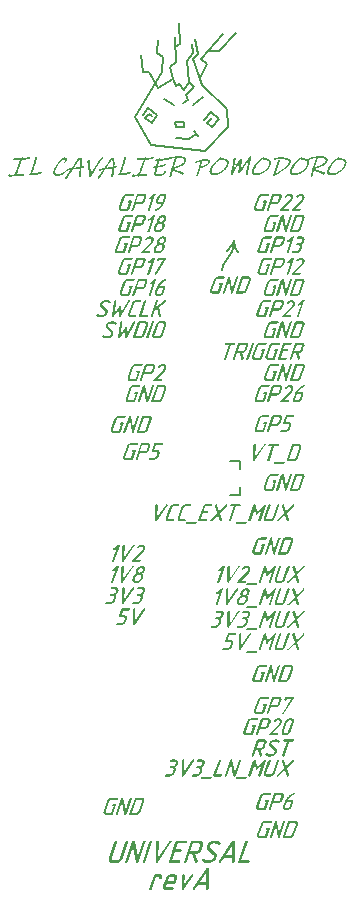
<source format=gto>
G04*
G04 #@! TF.GenerationSoftware,Altium Limited,Altium Designer,23.3.1 (30)*
G04*
G04 Layer_Color=65535*
%FSLAX44Y44*%
%MOMM*%
G71*
G04*
G04 #@! TF.SameCoordinates,41E75030-AC82-498C-80ED-DFD746C42E25*
G04*
G04*
G04 #@! TF.FilePolarity,Positive*
G04*
G01*
G75*
%ADD10C,0.2000*%
%ADD11C,0.1524*%
%ADD12C,0.1656*%
G36*
X185673Y71562D02*
X185805D01*
X186142Y71525D01*
X186517Y71488D01*
X186948Y71413D01*
X187379Y71300D01*
X187829Y71169D01*
X187848D01*
X187885Y71150D01*
X187941Y71131D01*
X188016Y71094D01*
X188129Y71056D01*
X188241Y71000D01*
X188522Y70869D01*
X188841Y70682D01*
X189197Y70475D01*
X189554Y70232D01*
X189891Y69950D01*
X189910Y69932D01*
X189985Y69857D01*
X190041Y69725D01*
X190097Y69538D01*
Y69519D01*
Y69501D01*
X190116Y69388D01*
X190097Y69238D01*
X190060Y69032D01*
Y69013D01*
X190041Y68957D01*
X189985Y68882D01*
X189928Y68769D01*
X189853Y68638D01*
X189741Y68488D01*
X189591Y68338D01*
X189422Y68188D01*
X189404Y68170D01*
X189347Y68132D01*
X189235Y68057D01*
X189122Y68001D01*
X188972Y67926D01*
X188804Y67851D01*
X188635Y67814D01*
X188448Y67795D01*
X188391D01*
X188316Y67814D01*
X188223Y67851D01*
X188110Y67907D01*
X187998Y67982D01*
X187866Y68076D01*
X187754Y68226D01*
X187735Y68245D01*
X187698Y68263D01*
X187623Y68320D01*
X187529Y68376D01*
X187398Y68470D01*
X187267Y68545D01*
X187079Y68638D01*
X186892Y68732D01*
X186667Y68826D01*
X186423Y68920D01*
X186161Y69013D01*
X185861Y69088D01*
X185561Y69144D01*
X185223Y69201D01*
X184886Y69219D01*
X184511Y69238D01*
X184286D01*
X184174Y69219D01*
X184042Y69201D01*
X183892Y69182D01*
X183705Y69163D01*
X183311Y69088D01*
X182880Y68994D01*
X182393Y68844D01*
X181887Y68657D01*
X181868D01*
X181812Y68619D01*
X181737Y68563D01*
X181624Y68507D01*
X181493Y68413D01*
X181362Y68320D01*
X181043Y68057D01*
X180687Y67607D01*
X180668Y67589D01*
X180631Y67514D01*
X180575Y67401D01*
X180500Y67232D01*
Y67214D01*
X180481Y67139D01*
X180462Y67045D01*
Y66933D01*
X180481Y66782D01*
X180500Y66651D01*
X180575Y66501D01*
X180687Y66370D01*
X185767Y61346D01*
X185805Y61328D01*
X185861Y61234D01*
X185973Y61103D01*
X186104Y60915D01*
X186236Y60672D01*
X186386Y60390D01*
X186498Y60053D01*
X186573Y59659D01*
Y59641D01*
Y59603D01*
X186592Y59547D01*
Y59472D01*
X186611Y59378D01*
Y59266D01*
Y58984D01*
Y58647D01*
X186573Y58272D01*
X186498Y57860D01*
X186367Y57447D01*
Y57429D01*
X186348Y57391D01*
X186329Y57335D01*
X186292Y57241D01*
X186254Y57129D01*
X186198Y57016D01*
X186048Y56716D01*
X185879Y56360D01*
X185655Y55985D01*
X185392Y55592D01*
X185092Y55198D01*
X185073Y55179D01*
X185055Y55160D01*
X184998Y55104D01*
X184942Y55029D01*
X184755Y54842D01*
X184511Y54617D01*
X184192Y54355D01*
X183836Y54092D01*
X183443Y53830D01*
X182993Y53605D01*
X182974D01*
X182936Y53586D01*
X182880Y53567D01*
X182805Y53530D01*
X182712Y53492D01*
X182599Y53455D01*
X182299Y53342D01*
X181962Y53211D01*
X181568Y53080D01*
X181137Y52949D01*
X180687Y52799D01*
X180631D01*
X180575Y52780D01*
X180500Y52761D01*
X180293Y52724D01*
X180031Y52686D01*
X179731Y52649D01*
X179394Y52611D01*
X179037Y52592D01*
X178700Y52574D01*
X178475D01*
X178363Y52592D01*
X178231D01*
X177913Y52630D01*
X177557Y52667D01*
X177163Y52742D01*
X176769Y52836D01*
X176394Y52967D01*
X176357Y52986D01*
X176282Y53005D01*
X176151Y53061D01*
X175982Y53117D01*
X175813Y53192D01*
X175626Y53267D01*
X175438Y53380D01*
X175270Y53473D01*
X175251Y53492D01*
X175195Y53530D01*
X175101Y53586D01*
X174988Y53680D01*
X174839Y53792D01*
X174670Y53923D01*
X174482Y54073D01*
X174257Y54261D01*
X174239Y54279D01*
X174201Y54336D01*
X174126Y54411D01*
X174070Y54523D01*
X174014Y54654D01*
X173976Y54823D01*
Y55010D01*
X174032Y55236D01*
Y55254D01*
X174070Y55329D01*
X174107Y55423D01*
X174182Y55535D01*
X174257Y55667D01*
X174370Y55817D01*
X174501Y55967D01*
X174651Y56098D01*
X174670Y56116D01*
X174726Y56154D01*
X174820Y56210D01*
X174951Y56285D01*
X175101Y56360D01*
X175270Y56416D01*
X175438Y56454D01*
X175626Y56473D01*
X175682D01*
X175738Y56454D01*
X175813D01*
X176001Y56379D01*
X176113Y56341D01*
X176207Y56266D01*
X176244Y56248D01*
X176338Y56154D01*
X176488Y56041D01*
X176694Y55910D01*
X176938Y55742D01*
X177200Y55592D01*
X177482Y55423D01*
X177782Y55292D01*
X177800D01*
X177819Y55273D01*
X177931Y55236D01*
X178081Y55179D01*
X178306Y55123D01*
X178569Y55067D01*
X178869Y55010D01*
X179187Y54973D01*
X179544Y54954D01*
X179675D01*
X179769Y54973D01*
X179900D01*
X180050Y54992D01*
X180218Y55010D01*
X180406Y55048D01*
X180612Y55086D01*
X180856Y55123D01*
X181343Y55254D01*
X181905Y55423D01*
X182487Y55648D01*
X182505Y55667D01*
X182580Y55685D01*
X182674Y55742D01*
X182787Y55817D01*
X182936Y55929D01*
X183105Y56060D01*
X183255Y56210D01*
X183424Y56379D01*
Y56398D01*
X183461Y56416D01*
X183536Y56510D01*
X183630Y56660D01*
X183761Y56848D01*
Y56866D01*
X183799Y56904D01*
X183818Y56960D01*
X183855Y57016D01*
X183930Y57204D01*
X184005Y57391D01*
Y57410D01*
X184042Y57485D01*
X184061Y57597D01*
X184099Y57747D01*
X184117Y57916D01*
X184155Y58122D01*
Y58347D01*
Y58591D01*
Y58610D01*
X184136Y58666D01*
X184117Y58741D01*
X184080Y58835D01*
X184024Y58966D01*
X183949Y59097D01*
X183836Y59247D01*
X183724Y59397D01*
X178569Y64496D01*
X178550Y64514D01*
X178494Y64571D01*
X178419Y64664D01*
X178344Y64795D01*
X178250Y64946D01*
X178156Y65152D01*
X178063Y65377D01*
X178006Y65639D01*
Y65677D01*
X177988Y65770D01*
Y65920D01*
Y66126D01*
X178006Y66370D01*
X178025Y66633D01*
X178081Y66933D01*
X178175Y67232D01*
Y67251D01*
X178194Y67289D01*
X178213Y67345D01*
X178250Y67420D01*
X178325Y67607D01*
X178456Y67870D01*
X178625Y68170D01*
X178831Y68507D01*
X179075Y68844D01*
X179356Y69201D01*
X179375Y69219D01*
X179394Y69238D01*
X179450Y69294D01*
X179506Y69351D01*
X179600Y69444D01*
X179712Y69538D01*
X179825Y69632D01*
X179975Y69763D01*
X180143Y69875D01*
X180312Y70007D01*
X180518Y70138D01*
X180743Y70288D01*
X180987Y70419D01*
X181231Y70569D01*
X181512Y70700D01*
X181812Y70831D01*
X181831D01*
X181887Y70869D01*
X181980Y70907D01*
X182093Y70944D01*
X182243Y71000D01*
X182430Y71075D01*
X182618Y71131D01*
X182861Y71206D01*
X183105Y71281D01*
X183368Y71338D01*
X183967Y71469D01*
X184624Y71544D01*
X185317Y71581D01*
X185542D01*
X185673Y71562D01*
D02*
G37*
G36*
X125651D02*
X125745Y71544D01*
X125857Y71506D01*
X125989Y71469D01*
X126101Y71394D01*
X126214Y71300D01*
X126232Y71281D01*
X126251Y71244D01*
X126288Y71169D01*
X126326Y71056D01*
X126363Y70925D01*
Y70775D01*
Y70606D01*
X126307Y70400D01*
X120702Y53961D01*
Y53942D01*
X120665Y53867D01*
X120627Y53773D01*
X120552Y53642D01*
X120478Y53511D01*
X120365Y53342D01*
X120234Y53173D01*
X120065Y53024D01*
X119634Y52761D01*
X119615D01*
X119596Y52742D01*
X119484Y52724D01*
X119315Y52686D01*
X119128Y52667D01*
X119090D01*
X119015Y52686D01*
X118903Y52705D01*
X118753Y52742D01*
X118603Y52799D01*
X118472Y52911D01*
X118359Y53042D01*
X118284Y53230D01*
X115791Y66445D01*
X111498Y53848D01*
Y53830D01*
X111461Y53755D01*
X111424Y53661D01*
X111348Y53530D01*
X111274Y53398D01*
X111161Y53249D01*
X111049Y53117D01*
X110899Y52986D01*
X110880Y52967D01*
X110824Y52930D01*
X110711Y52892D01*
X110599Y52836D01*
X110449Y52761D01*
X110280Y52724D01*
X110093Y52686D01*
X109905Y52667D01*
X109830D01*
X109736Y52686D01*
X109624Y52705D01*
X109511Y52742D01*
X109380Y52799D01*
X109268Y52874D01*
X109155Y52967D01*
X109137Y52986D01*
X109118Y53024D01*
X109080Y53099D01*
X109043Y53192D01*
X109024Y53323D01*
Y53473D01*
X109043Y53661D01*
X109099Y53867D01*
X114704Y70307D01*
X114723Y70325D01*
X114741Y70400D01*
X114798Y70513D01*
X114873Y70644D01*
X114966Y70794D01*
X115079Y70963D01*
X115229Y71113D01*
X115398Y71263D01*
X115416Y71281D01*
X115472Y71319D01*
X115548Y71356D01*
X115660Y71431D01*
X115791Y71488D01*
X115941Y71525D01*
X116110Y71562D01*
X116278Y71581D01*
X116391D01*
X116503Y71544D01*
X116653Y71506D01*
X116785Y71431D01*
X116935Y71319D01*
X117047Y71150D01*
X117122Y70944D01*
X119615Y57804D01*
X123908Y70382D01*
Y70400D01*
X123945Y70457D01*
X123983Y70550D01*
X124039Y70663D01*
X124133Y70794D01*
X124227Y70944D01*
X124358Y71094D01*
X124526Y71244D01*
X124545Y71263D01*
X124620Y71300D01*
X124714Y71356D01*
X124845Y71413D01*
X124995Y71469D01*
X125145Y71525D01*
X125332Y71562D01*
X125501Y71581D01*
X125576D01*
X125651Y71562D01*
D02*
G37*
G36*
X147733D02*
X147827Y71544D01*
X147958Y71506D01*
X148070Y71450D01*
X148202Y71375D01*
X148333Y71263D01*
X148352Y71244D01*
X148370Y71206D01*
X148408Y71131D01*
X148427Y71019D01*
X148464Y70907D01*
Y70757D01*
X148445Y70588D01*
X148408Y70419D01*
X148202Y70025D01*
X137123Y53642D01*
X137105Y53623D01*
X137067Y53586D01*
X137011Y53511D01*
X136936Y53417D01*
X136729Y53192D01*
X136467Y52949D01*
X136448D01*
X136411Y52930D01*
X136355Y52892D01*
X136261Y52855D01*
X136148Y52799D01*
X136017Y52761D01*
X135867Y52705D01*
X135699Y52667D01*
X135661D01*
X135567Y52686D01*
X135455Y52724D01*
X135305Y52780D01*
X135155Y52892D01*
X135005Y53080D01*
X134949Y53173D01*
X134911Y53305D01*
X134874Y53455D01*
X134855Y53623D01*
X134911Y70025D01*
X134967Y70382D01*
Y70400D01*
X135005Y70457D01*
X135042Y70550D01*
X135118Y70663D01*
X135192Y70775D01*
X135305Y70925D01*
X135436Y71056D01*
X135605Y71206D01*
X135624Y71225D01*
X135699Y71263D01*
X135792Y71319D01*
X135905Y71394D01*
X136055Y71469D01*
X136223Y71525D01*
X136411Y71562D01*
X136598Y71581D01*
X136880D01*
X137142Y71469D01*
X137161D01*
X137179Y71431D01*
X137236Y71394D01*
X137273Y71319D01*
X137329Y71225D01*
X137386Y71113D01*
X137423Y70981D01*
X137442Y70813D01*
X137198Y57204D01*
X146196Y70757D01*
X146215Y70775D01*
X146252Y70813D01*
X146308Y70888D01*
X146383Y70963D01*
X146571Y71150D01*
X146833Y71338D01*
X146852Y71356D01*
X146908Y71375D01*
X146983Y71413D01*
X147077Y71469D01*
X147302Y71544D01*
X147433Y71562D01*
X147564Y71581D01*
X147639D01*
X147733Y71562D01*
D02*
G37*
G36*
X110955D02*
X111067Y71544D01*
X111180Y71506D01*
X111292Y71450D01*
X111405Y71375D01*
X111517Y71263D01*
X111536Y71244D01*
X111555Y71206D01*
X111592Y71131D01*
X111630Y71038D01*
X111667Y70925D01*
Y70775D01*
Y70606D01*
X111611Y70400D01*
X106906Y56623D01*
Y56604D01*
X106887Y56548D01*
X106850Y56473D01*
X106793Y56341D01*
X106737Y56210D01*
X106643Y56041D01*
X106550Y55854D01*
X106437Y55667D01*
X106306Y55442D01*
X106156Y55217D01*
X105987Y54992D01*
X105800Y54748D01*
X105575Y54523D01*
X105350Y54279D01*
X105088Y54054D01*
X104806Y53830D01*
X104788Y53811D01*
X104732Y53773D01*
X104656Y53717D01*
X104544Y53642D01*
X104394Y53567D01*
X104225Y53455D01*
X104038Y53361D01*
X103832Y53249D01*
X103588Y53136D01*
X103344Y53042D01*
X102801Y52855D01*
X102520Y52780D01*
X102220Y52724D01*
X101920Y52686D01*
X101620Y52667D01*
X97796D01*
X97683Y52686D01*
X97552Y52705D01*
X97383Y52724D01*
X97027Y52817D01*
X96634Y52949D01*
X96446Y53042D01*
X96240Y53155D01*
X96053Y53286D01*
X95865Y53436D01*
X95678Y53605D01*
X95528Y53811D01*
Y53830D01*
X95490Y53867D01*
X95453Y53923D01*
X95415Y54017D01*
X95359Y54130D01*
X95321Y54261D01*
X95265Y54411D01*
X95209Y54598D01*
X95171Y54786D01*
X95134Y54992D01*
X95115Y55236D01*
Y55479D01*
X95134Y55742D01*
X95171Y56023D01*
X95228Y56323D01*
X95321Y56623D01*
X100026Y70400D01*
Y70419D01*
X100064Y70475D01*
X100101Y70569D01*
X100158Y70682D01*
X100251Y70813D01*
X100345Y70944D01*
X100476Y71094D01*
X100645Y71244D01*
X100664Y71263D01*
X100739Y71300D01*
X100833Y71356D01*
X100964Y71413D01*
X101114Y71469D01*
X101264Y71525D01*
X101451Y71562D01*
X101620Y71581D01*
X101695D01*
X101770Y71562D01*
X101882Y71544D01*
X101995Y71506D01*
X102107Y71450D01*
X102220Y71375D01*
X102332Y71263D01*
X102351Y71244D01*
X102370Y71206D01*
X102407Y71131D01*
X102445Y71038D01*
X102482Y70925D01*
Y70775D01*
Y70606D01*
X102426Y70400D01*
X97721Y56623D01*
Y56585D01*
X97683Y56510D01*
X97664Y56379D01*
X97646Y56229D01*
X97627Y56041D01*
X97646Y55854D01*
X97702Y55667D01*
X97777Y55498D01*
X97815Y55460D01*
X97889Y55367D01*
X98021Y55254D01*
X98189Y55142D01*
X98208D01*
X98227Y55123D01*
X98283Y55104D01*
X98358D01*
X98546Y55067D01*
X98752Y55048D01*
X102538D01*
X102651Y55067D01*
X102819Y55104D01*
X103007Y55160D01*
X103213Y55236D01*
X103438Y55329D01*
X103663Y55479D01*
X103682Y55498D01*
X103757Y55554D01*
X103869Y55648D01*
X104000Y55779D01*
X104150Y55948D01*
X104282Y56135D01*
X104413Y56379D01*
X104507Y56623D01*
X109212Y70400D01*
Y70419D01*
X109249Y70475D01*
X109287Y70569D01*
X109343Y70682D01*
X109437Y70813D01*
X109530Y70944D01*
X109662Y71094D01*
X109830Y71244D01*
X109849Y71263D01*
X109924Y71300D01*
X110018Y71356D01*
X110149Y71413D01*
X110299Y71469D01*
X110449Y71525D01*
X110636Y71562D01*
X110805Y71581D01*
X110880D01*
X110955Y71562D01*
D02*
G37*
G36*
X212141D02*
X212254Y71544D01*
X212366Y71506D01*
X212479Y71450D01*
X212591Y71375D01*
X212704Y71263D01*
X212723Y71244D01*
X212741Y71206D01*
X212779Y71131D01*
X212816Y71038D01*
X212854Y70925D01*
Y70775D01*
Y70606D01*
X212798Y70400D01*
X207568Y55048D01*
X213791D01*
X213885Y55029D01*
X213997Y55010D01*
X214110Y54954D01*
X214222Y54898D01*
X214335Y54804D01*
X214428Y54673D01*
X214447Y54654D01*
X214466Y54617D01*
X214485Y54542D01*
X214522Y54448D01*
X214541Y54317D01*
X214560Y54186D01*
X214541Y54036D01*
X214503Y53867D01*
Y53848D01*
X214485Y53792D01*
X214447Y53717D01*
X214391Y53605D01*
X214297Y53492D01*
X214203Y53361D01*
X214072Y53211D01*
X213922Y53061D01*
X213904Y53042D01*
X213847Y53005D01*
X213754Y52930D01*
X213641Y52874D01*
X213472Y52799D01*
X213304Y52724D01*
X213116Y52686D01*
X212891Y52667D01*
X205431D01*
X205375Y52686D01*
X205187Y52724D01*
X205000Y52817D01*
X204831Y52967D01*
X204756Y53061D01*
X204718Y53173D01*
X204681Y53305D01*
Y53473D01*
X204700Y53661D01*
X204756Y53867D01*
X210398Y70400D01*
Y70419D01*
X210436Y70475D01*
X210473Y70569D01*
X210529Y70682D01*
X210623Y70813D01*
X210717Y70944D01*
X210848Y71094D01*
X211017Y71244D01*
X211035Y71263D01*
X211110Y71300D01*
X211204Y71356D01*
X211335Y71413D01*
X211485Y71469D01*
X211635Y71525D01*
X211823Y71562D01*
X211992Y71581D01*
X212066D01*
X212141Y71562D01*
D02*
G37*
G36*
X201250Y71731D02*
X201363Y71712D01*
X201513Y71638D01*
X201663Y71525D01*
X201794Y71375D01*
X201888Y71150D01*
X201907Y71000D01*
X201925Y70850D01*
X201775Y54223D01*
X201738Y53830D01*
Y53811D01*
X201700Y53755D01*
X201663Y53661D01*
X201588Y53548D01*
X201513Y53417D01*
X201382Y53286D01*
X201250Y53136D01*
X201082Y53005D01*
X201063Y52986D01*
X200988Y52949D01*
X200894Y52892D01*
X200763Y52836D01*
X200613Y52780D01*
X200445Y52724D01*
X200276Y52686D01*
X200107Y52667D01*
X200070D01*
X199957Y52686D01*
X199788Y52724D01*
X199601Y52780D01*
X199582D01*
X199564Y52817D01*
X199507Y52855D01*
X199470Y52911D01*
X199414Y53005D01*
X199357Y53136D01*
X199320Y53286D01*
X199282Y53473D01*
X199301Y57279D01*
X193040D01*
X190453Y53417D01*
X190434Y53398D01*
X190416Y53361D01*
X190360Y53305D01*
X190303Y53230D01*
X190116Y53061D01*
X189872Y52874D01*
X189853D01*
X189816Y52855D01*
X189741Y52817D01*
X189647Y52780D01*
X189422Y52724D01*
X189141Y52667D01*
X189047D01*
X188972Y52686D01*
X188860Y52705D01*
X188729Y52742D01*
X188598Y52799D01*
X188485Y52874D01*
X188391Y52986D01*
X188373Y53005D01*
X188354Y53042D01*
X188316Y53117D01*
X188279Y53211D01*
X188241Y53342D01*
Y53492D01*
Y53661D01*
X188298Y53867D01*
X188485Y54223D01*
X199713Y70869D01*
Y70888D01*
X199732Y70907D01*
X199826Y71000D01*
X199938Y71150D01*
X200107Y71319D01*
X200313Y71469D01*
X200557Y71619D01*
X200819Y71712D01*
X200969Y71750D01*
X201157D01*
X201250Y71731D01*
D02*
G37*
G36*
X172702Y71562D02*
X172852Y71544D01*
X173001Y71525D01*
X173358Y71431D01*
X173751Y71300D01*
X173958Y71206D01*
X174145Y71094D01*
X174332Y70963D01*
X174520Y70794D01*
X174689Y70625D01*
X174839Y70419D01*
Y70400D01*
X174876Y70363D01*
X174914Y70307D01*
X174951Y70213D01*
X175007Y70100D01*
X175045Y69969D01*
X175101Y69819D01*
X175157Y69632D01*
X175195Y69444D01*
X175232Y69238D01*
X175251Y68751D01*
Y68507D01*
X175213Y68226D01*
X175157Y67945D01*
X175063Y67645D01*
X173808Y63971D01*
Y63952D01*
X173789Y63896D01*
X173751Y63821D01*
X173695Y63690D01*
X173639Y63558D01*
X173545Y63390D01*
X173451Y63202D01*
X173339Y63015D01*
X173189Y62790D01*
X173039Y62565D01*
X172870Y62340D01*
X172683Y62096D01*
X172458Y61871D01*
X172233Y61628D01*
X171971Y61403D01*
X171689Y61178D01*
X171671Y61159D01*
X171614Y61122D01*
X171539Y61065D01*
X171427Y60990D01*
X171277Y60915D01*
X171108Y60803D01*
X170921Y60709D01*
X170715Y60597D01*
X170471Y60484D01*
X170227Y60390D01*
X169684Y60203D01*
X169402Y60128D01*
X169102Y60072D01*
X168803Y60034D01*
X168503Y60016D01*
X168596D01*
X170396Y54448D01*
Y54279D01*
X170358Y53867D01*
Y53848D01*
X170321Y53792D01*
X170284Y53698D01*
X170208Y53567D01*
X170115Y53436D01*
X170002Y53286D01*
X169852Y53136D01*
X169684Y52986D01*
X169665Y52967D01*
X169609Y52930D01*
X169496Y52892D01*
X169384Y52836D01*
X169234Y52761D01*
X169065Y52724D01*
X168896Y52686D01*
X168709Y52667D01*
X168671D01*
X168540Y52686D01*
X168390Y52705D01*
X168240Y52761D01*
X168203Y52780D01*
X168128Y52855D01*
X168034Y53005D01*
X167978Y53099D01*
X167922Y53211D01*
X165991Y60016D01*
X163273D01*
X161173Y53867D01*
Y53848D01*
X161136Y53773D01*
X161098Y53680D01*
X161023Y53548D01*
X160948Y53398D01*
X160836Y53267D01*
X160723Y53117D01*
X160573Y52986D01*
X160555Y52967D01*
X160499Y52930D01*
X160386Y52892D01*
X160273Y52836D01*
X160124Y52761D01*
X159955Y52724D01*
X159767Y52686D01*
X159580Y52667D01*
X159505D01*
X159411Y52686D01*
X159299Y52705D01*
X159186Y52742D01*
X159055Y52799D01*
X158943Y52874D01*
X158830Y52967D01*
X158811Y52986D01*
X158793Y53024D01*
X158755Y53099D01*
X158718Y53192D01*
X158699Y53323D01*
Y53473D01*
X158718Y53661D01*
X158774Y53867D01*
X164416Y70400D01*
Y70419D01*
X164435Y70457D01*
X164454Y70513D01*
X164491Y70588D01*
X164604Y70775D01*
X164772Y71000D01*
X164979Y71206D01*
X165260Y71394D01*
X165410Y71469D01*
X165597Y71525D01*
X165803Y71562D01*
X166010Y71581D01*
X172589D01*
X172702Y71562D01*
D02*
G37*
G36*
X160648D02*
X160761Y71544D01*
X160873Y71488D01*
X161005Y71431D01*
X161117Y71338D01*
X161211Y71206D01*
X161229Y71188D01*
X161248Y71150D01*
X161267Y71075D01*
X161304Y70981D01*
X161323Y70850D01*
X161342Y70719D01*
X161323Y70569D01*
X161286Y70400D01*
Y70382D01*
X161248Y70325D01*
X161211Y70250D01*
X161154Y70138D01*
X161080Y70007D01*
X160986Y69875D01*
X160855Y69725D01*
X160705Y69576D01*
X160686Y69557D01*
X160630Y69519D01*
X160536Y69463D01*
X160424Y69388D01*
X160255Y69313D01*
X160086Y69257D01*
X159899Y69219D01*
X159674Y69201D01*
X153525D01*
X151838Y64233D01*
X156225D01*
X156318Y64214D01*
X156431Y64196D01*
X156543Y64139D01*
X156674Y64083D01*
X156787Y63990D01*
X156881Y63858D01*
X156899Y63840D01*
X156918Y63802D01*
X156937Y63727D01*
X156974Y63633D01*
X156993Y63502D01*
X157012Y63371D01*
X156993Y63221D01*
X156956Y63052D01*
Y63033D01*
X156918Y62977D01*
X156881Y62902D01*
X156824Y62790D01*
X156749Y62659D01*
X156656Y62527D01*
X156524Y62377D01*
X156375Y62227D01*
X156356Y62209D01*
X156299Y62171D01*
X156206Y62115D01*
X156093Y62040D01*
X155925Y61965D01*
X155756Y61909D01*
X155569Y61871D01*
X155344Y61852D01*
X151013D01*
X148708Y55048D01*
X154931D01*
X155025Y55029D01*
X155137Y55010D01*
X155250Y54954D01*
X155381Y54898D01*
X155493Y54804D01*
X155587Y54673D01*
X155606Y54654D01*
X155625Y54617D01*
X155644Y54542D01*
X155681Y54448D01*
X155700Y54317D01*
X155718Y54186D01*
X155700Y54036D01*
X155662Y53867D01*
Y53848D01*
X155625Y53792D01*
X155587Y53717D01*
X155531Y53605D01*
X155456Y53473D01*
X155362Y53342D01*
X155231Y53192D01*
X155081Y53042D01*
X155062Y53024D01*
X155006Y52986D01*
X154912Y52930D01*
X154800Y52855D01*
X154631Y52780D01*
X154462Y52724D01*
X154275Y52686D01*
X154050Y52667D01*
X146571D01*
X146515Y52686D01*
X146327Y52724D01*
X146140Y52817D01*
X145971Y52949D01*
X145896Y53042D01*
X145840Y53155D01*
X145821Y53286D01*
X145802Y53436D01*
X145821Y53605D01*
X145877Y53811D01*
X151538Y70400D01*
Y70419D01*
X151557Y70457D01*
X151576Y70513D01*
X151613Y70588D01*
X151726Y70775D01*
X151894Y71000D01*
X152101Y71206D01*
X152382Y71394D01*
X152532Y71469D01*
X152719Y71525D01*
X152925Y71562D01*
X153132Y71581D01*
X160555D01*
X160648Y71562D01*
D02*
G37*
G36*
X131200D02*
X131312Y71544D01*
X131425Y71506D01*
X131537Y71450D01*
X131650Y71375D01*
X131762Y71263D01*
X131781Y71244D01*
X131800Y71206D01*
X131837Y71131D01*
X131875Y71038D01*
X131912Y70925D01*
Y70775D01*
Y70606D01*
X131856Y70400D01*
X126214Y53867D01*
Y53848D01*
X126176Y53773D01*
X126138Y53680D01*
X126063Y53548D01*
X125989Y53398D01*
X125876Y53267D01*
X125764Y53117D01*
X125614Y52986D01*
X125595Y52967D01*
X125539Y52930D01*
X125426Y52892D01*
X125314Y52836D01*
X125164Y52761D01*
X124995Y52724D01*
X124808Y52686D01*
X124620Y52667D01*
X124545D01*
X124451Y52686D01*
X124339Y52705D01*
X124227Y52742D01*
X124095Y52799D01*
X123983Y52874D01*
X123870Y52967D01*
X123852Y52986D01*
X123833Y53024D01*
X123795Y53099D01*
X123758Y53192D01*
X123739Y53323D01*
Y53473D01*
X123758Y53661D01*
X123814Y53867D01*
X129456Y70400D01*
Y70419D01*
X129494Y70475D01*
X129531Y70569D01*
X129588Y70682D01*
X129681Y70813D01*
X129775Y70944D01*
X129906Y71094D01*
X130075Y71244D01*
X130094Y71263D01*
X130169Y71300D01*
X130262Y71356D01*
X130394Y71413D01*
X130544Y71469D01*
X130694Y71525D01*
X130881Y71562D01*
X131050Y71581D01*
X131125D01*
X131200Y71562D01*
D02*
G37*
G36*
X138632Y43092D02*
X138857Y43074D01*
X139120Y42999D01*
X139419Y42905D01*
X139738Y42736D01*
X140019Y42530D01*
X140150Y42380D01*
X140263Y42230D01*
Y42211D01*
X140282Y42193D01*
X140319Y42136D01*
X140357Y42080D01*
X140432Y41893D01*
X140507Y41630D01*
X140563Y41312D01*
X140582Y40955D01*
Y40749D01*
X140544Y40524D01*
X140507Y40318D01*
X140432Y40074D01*
Y40056D01*
X140394Y39981D01*
X140357Y39887D01*
X140282Y39756D01*
X140207Y39625D01*
X140094Y39474D01*
X139963Y39343D01*
X139813Y39212D01*
X139794Y39193D01*
X139738Y39156D01*
X139644Y39100D01*
X139513Y39043D01*
X139363Y38987D01*
X139194Y38931D01*
X139007Y38893D01*
X138820Y38875D01*
X138745D01*
X138651Y38893D01*
X138557Y38912D01*
X138445Y38950D01*
X138314Y39006D01*
X138201Y39081D01*
X138089Y39175D01*
X138070Y39193D01*
X138051Y39231D01*
X138014Y39306D01*
X137976Y39399D01*
X137957Y39531D01*
Y39681D01*
X137976Y39868D01*
X138032Y40074D01*
X138051Y40112D01*
Y40206D01*
X138032Y40337D01*
X138014Y40412D01*
X137976Y40487D01*
Y40505D01*
X137957Y40524D01*
X137882Y40618D01*
X137770Y40693D01*
X137714Y40712D01*
X137620Y40730D01*
X135146D01*
X131790Y30908D01*
Y30889D01*
X131753Y30814D01*
X131715Y30721D01*
X131640Y30589D01*
X131565Y30439D01*
X131453Y30308D01*
X131340Y30158D01*
X131190Y30027D01*
X131172Y30008D01*
X131115Y29971D01*
X131003Y29933D01*
X130890Y29877D01*
X130740Y29802D01*
X130572Y29764D01*
X130384Y29727D01*
X130197Y29708D01*
X130122D01*
X130028Y29727D01*
X129916Y29746D01*
X129803Y29783D01*
X129672Y29839D01*
X129559Y29915D01*
X129447Y30008D01*
X129428Y30027D01*
X129410Y30064D01*
X129372Y30139D01*
X129335Y30233D01*
X129316Y30364D01*
Y30514D01*
X129335Y30702D01*
X129391Y30908D01*
X133140Y41930D01*
Y41949D01*
X133159Y41986D01*
X133177Y42043D01*
X133215Y42118D01*
X133327Y42305D01*
X133496Y42530D01*
X133721Y42736D01*
X134002Y42924D01*
X134152Y42999D01*
X134340Y43055D01*
X134546Y43092D01*
X134752Y43111D01*
X138539D01*
X138632Y43092D01*
D02*
G37*
G36*
X166150D02*
X166244Y43074D01*
X166356Y43036D01*
X166469Y42980D01*
X166600Y42905D01*
X166731Y42792D01*
X166750Y42774D01*
X166769Y42736D01*
X166806Y42661D01*
X166844Y42568D01*
X166863Y42436D01*
X166881Y42286D01*
X166863Y42136D01*
X166825Y41949D01*
X166637Y41574D01*
X159196Y30514D01*
X159177Y30496D01*
X159139Y30458D01*
X159083Y30383D01*
X159008Y30289D01*
X158802Y30064D01*
X158540Y29821D01*
X158521D01*
X158483Y29802D01*
X158427Y29764D01*
X158333Y29727D01*
X158221Y29690D01*
X158090Y29633D01*
X157940Y29596D01*
X157771Y29540D01*
X157733D01*
X157640Y29558D01*
X157527Y29596D01*
X157377Y29652D01*
X157227Y29764D01*
X157078Y29952D01*
X157021Y30046D01*
X156984Y30177D01*
X156946Y30327D01*
X156927Y30496D01*
X157002Y41574D01*
X157059Y41911D01*
Y41930D01*
X157096Y41986D01*
X157134Y42080D01*
X157190Y42193D01*
X157284Y42305D01*
X157377Y42455D01*
X157509Y42586D01*
X157677Y42736D01*
X157696Y42755D01*
X157771Y42792D01*
X157865Y42849D01*
X157996Y42924D01*
X158146Y42999D01*
X158315Y43055D01*
X158502Y43092D01*
X158689Y43111D01*
X158821D01*
X158896Y43092D01*
X159083Y43055D01*
X159252Y42961D01*
X159271D01*
X159289Y42942D01*
X159327Y42905D01*
X159364Y42830D01*
X159402Y42755D01*
X159458Y42624D01*
X159496Y42474D01*
X159514Y42286D01*
X159271Y34076D01*
X164594Y42286D01*
X164613Y42305D01*
X164650Y42343D01*
X164707Y42417D01*
X164782Y42492D01*
X164988Y42680D01*
X165250Y42867D01*
X165269Y42886D01*
X165325Y42905D01*
X165400Y42942D01*
X165494Y42999D01*
X165738Y43074D01*
X165869Y43092D01*
X166000Y43111D01*
X166075D01*
X166150Y43092D01*
D02*
G37*
G36*
X179234Y48772D02*
X179347Y48753D01*
X179497Y48678D01*
X179647Y48566D01*
X179778Y48416D01*
X179872Y48191D01*
X179890Y48041D01*
X179909Y47891D01*
X179759Y31264D01*
X179722Y30870D01*
Y30852D01*
X179684Y30796D01*
X179647Y30702D01*
X179572Y30589D01*
X179497Y30458D01*
X179366Y30327D01*
X179234Y30177D01*
X179066Y30046D01*
X179047Y30027D01*
X178972Y29989D01*
X178878Y29933D01*
X178747Y29877D01*
X178597Y29821D01*
X178428Y29764D01*
X178260Y29727D01*
X178091Y29708D01*
X178053D01*
X177941Y29727D01*
X177772Y29764D01*
X177585Y29821D01*
X177566D01*
X177547Y29858D01*
X177491Y29896D01*
X177453Y29952D01*
X177397Y30046D01*
X177341Y30177D01*
X177304Y30327D01*
X177266Y30514D01*
X177285Y34320D01*
X171024D01*
X168437Y30458D01*
X168418Y30439D01*
X168400Y30402D01*
X168343Y30346D01*
X168287Y30271D01*
X168100Y30102D01*
X167856Y29915D01*
X167837D01*
X167800Y29896D01*
X167725Y29858D01*
X167631Y29821D01*
X167406Y29764D01*
X167125Y29708D01*
X167031D01*
X166956Y29727D01*
X166844Y29746D01*
X166712Y29783D01*
X166581Y29839D01*
X166469Y29915D01*
X166375Y30027D01*
X166356Y30046D01*
X166338Y30083D01*
X166300Y30158D01*
X166263Y30252D01*
X166225Y30383D01*
Y30533D01*
Y30702D01*
X166281Y30908D01*
X166469Y31264D01*
X177697Y47910D01*
Y47929D01*
X177716Y47947D01*
X177810Y48041D01*
X177922Y48191D01*
X178091Y48360D01*
X178297Y48510D01*
X178541Y48660D01*
X178803Y48753D01*
X178953Y48791D01*
X179141D01*
X179234Y48772D01*
D02*
G37*
G36*
X150648Y43092D02*
X150779Y43074D01*
X150929Y43055D01*
X151285Y42961D01*
X151679Y42830D01*
X151866Y42736D01*
X152072Y42624D01*
X152260Y42492D01*
X152447Y42324D01*
X152616Y42155D01*
X152766Y41949D01*
Y41930D01*
X152804Y41893D01*
X152841Y41836D01*
X152879Y41743D01*
X152935Y41630D01*
X152991Y41499D01*
X153047Y41349D01*
X153085Y41180D01*
X153141Y40974D01*
X153160Y40768D01*
X153197Y40543D01*
Y40299D01*
X153179Y40037D01*
X153141Y39756D01*
X153085Y39474D01*
X152991Y39175D01*
X152054Y36419D01*
Y36400D01*
X152035Y36363D01*
X152016Y36307D01*
X151979Y36232D01*
X151866Y36044D01*
X151716Y35819D01*
X151491Y35594D01*
X151210Y35407D01*
X151060Y35332D01*
X150873Y35276D01*
X150685Y35238D01*
X150460Y35219D01*
X144312D01*
X143768Y33663D01*
Y33626D01*
X143731Y33551D01*
X143712Y33420D01*
X143693Y33270D01*
X143675Y33082D01*
X143693Y32895D01*
X143750Y32708D01*
X143825Y32539D01*
X143862Y32501D01*
X143937Y32408D01*
X144068Y32295D01*
X144237Y32183D01*
X144256D01*
X144275Y32164D01*
X144331Y32145D01*
X144406D01*
X144593Y32108D01*
X144799Y32089D01*
X149467D01*
X149561Y32070D01*
X149673Y32051D01*
X149786Y31995D01*
X149917Y31939D01*
X150029Y31845D01*
X150123Y31714D01*
X150142Y31695D01*
X150161Y31658D01*
X150179Y31583D01*
X150217Y31489D01*
X150236Y31358D01*
Y31227D01*
X150217Y31077D01*
X150179Y30908D01*
Y30889D01*
X150161Y30833D01*
X150123Y30758D01*
X150067Y30645D01*
X149973Y30533D01*
X149879Y30402D01*
X149748Y30252D01*
X149598Y30102D01*
X149579Y30083D01*
X149523Y30046D01*
X149429Y29971D01*
X149317Y29915D01*
X149167Y29839D01*
X148998Y29764D01*
X148792Y29727D01*
X148586Y29708D01*
X143843D01*
X143731Y29727D01*
X143600Y29746D01*
X143431Y29764D01*
X143075Y29858D01*
X142681Y29989D01*
X142494Y30083D01*
X142288Y30196D01*
X142100Y30327D01*
X141913Y30477D01*
X141725Y30645D01*
X141575Y30852D01*
Y30870D01*
X141538Y30908D01*
X141500Y30964D01*
X141463Y31058D01*
X141406Y31170D01*
X141369Y31302D01*
X141313Y31452D01*
X141257Y31639D01*
X141219Y31827D01*
X141181Y32033D01*
X141163Y32276D01*
Y32520D01*
X141181Y32782D01*
X141219Y33064D01*
X141275Y33364D01*
X141369Y33663D01*
X143244Y39175D01*
Y39193D01*
X143262Y39250D01*
X143300Y39325D01*
X143356Y39437D01*
X143412Y39568D01*
X143506Y39737D01*
X143600Y39906D01*
X143712Y40112D01*
X143843Y40318D01*
X143993Y40543D01*
X144162Y40768D01*
X144349Y40993D01*
X144556Y41237D01*
X144799Y41480D01*
X145043Y41705D01*
X145324Y41930D01*
X145343Y41949D01*
X145399Y41986D01*
X145474Y42043D01*
X145587Y42118D01*
X145737Y42211D01*
X145905Y42305D01*
X146093Y42417D01*
X146318Y42530D01*
X146543Y42624D01*
X146786Y42736D01*
X147349Y42924D01*
X147630Y42999D01*
X147930Y43055D01*
X148230Y43092D01*
X148548Y43111D01*
X150535D01*
X150648Y43092D01*
D02*
G37*
G36*
X155610Y651114D02*
X155828D01*
X156082Y651096D01*
X156355Y651077D01*
X156937Y651005D01*
X157556Y650914D01*
X158174Y650787D01*
X158465Y650714D01*
X158738Y650623D01*
X158756D01*
X158792Y650605D01*
X158883Y650568D01*
X158974Y650532D01*
X159083Y650477D01*
X159229Y650423D01*
X159520Y650259D01*
X159847Y650059D01*
X160174Y649805D01*
X160465Y649513D01*
X160593Y649350D01*
X160702Y649186D01*
Y649168D01*
X160720Y649150D01*
X160756Y649095D01*
X160775Y649023D01*
X160847Y648822D01*
X160920Y648568D01*
X160956Y648259D01*
X160975Y647895D01*
X160920Y647495D01*
X160884Y647277D01*
X160811Y647058D01*
Y647040D01*
X160793Y646986D01*
X160756Y646913D01*
X160720Y646804D01*
X160647Y646676D01*
X160593Y646513D01*
X160502Y646349D01*
X160393Y646167D01*
X160156Y645749D01*
X159847Y645312D01*
X159483Y644858D01*
X159047Y644439D01*
X159029Y644421D01*
X158992Y644385D01*
X158920Y644330D01*
X158829Y644258D01*
X158701Y644167D01*
X158574Y644058D01*
X158410Y643930D01*
X158229Y643803D01*
X158010Y643658D01*
X157792Y643512D01*
X157301Y643185D01*
X156737Y642876D01*
X156137Y642566D01*
X156119D01*
X156064Y642530D01*
X155973Y642494D01*
X155828Y642421D01*
X155664Y642348D01*
X155464Y642275D01*
X155228Y642166D01*
X154973Y642057D01*
X154664Y641930D01*
X154337Y641803D01*
X153991Y641657D01*
X153591Y641493D01*
X153191Y641348D01*
X152754Y641166D01*
X152282Y641002D01*
X151791Y640820D01*
X151754Y640802D01*
X151681Y640784D01*
X151536Y640730D01*
X151372Y640657D01*
X151154Y640584D01*
X150936Y640511D01*
X150427Y640329D01*
X150390Y640311D01*
X150317Y640293D01*
X150208Y640257D01*
X150081Y640202D01*
X149954Y640166D01*
X149901Y640139D01*
X149936Y640129D01*
X150099Y640093D01*
X150299Y640038D01*
X150536Y639984D01*
X150808Y639911D01*
X151099Y639820D01*
X151427Y639747D01*
X151772Y639638D01*
X152154Y639529D01*
X152536Y639420D01*
X153355Y639184D01*
X154191Y638911D01*
X154573Y638802D01*
X154591D01*
X154664Y638765D01*
X154791Y638729D01*
X154937Y638674D01*
X155119Y638620D01*
X155337Y638547D01*
X155573Y638456D01*
X155828Y638365D01*
X156355Y638183D01*
X156919Y637983D01*
X157446Y637783D01*
X157683Y637692D01*
X157901Y637601D01*
X157919D01*
X157956Y637583D01*
X158010Y637565D01*
X158083Y637529D01*
X158247Y637438D01*
X158447Y637329D01*
X158629Y637183D01*
X158792Y637038D01*
X158847Y636947D01*
X158883Y636874D01*
X158901Y636801D01*
X158883Y636710D01*
Y636692D01*
X158865Y636656D01*
X158829Y636583D01*
X158774Y636474D01*
X158701Y636365D01*
X158592Y636219D01*
X158483Y636056D01*
X158319Y635892D01*
X158301Y635874D01*
X158247Y635819D01*
X158156Y635746D01*
X158047Y635656D01*
X157919Y635564D01*
X157792Y635492D01*
X157647Y635437D01*
X157501Y635419D01*
X157392D01*
X157337Y635437D01*
X157174Y635455D01*
X157010Y635510D01*
X156974Y635528D01*
X156919Y635546D01*
X156865Y635583D01*
X156774Y635637D01*
X156664Y635710D01*
X156555Y635783D01*
X156410Y635874D01*
X156392Y635892D01*
X156355Y635910D01*
X156301Y635947D01*
X156210Y636019D01*
X156082Y636092D01*
X155955Y636183D01*
X155792Y636274D01*
X155610Y636383D01*
X155391Y636492D01*
X155155Y636619D01*
X154900Y636765D01*
X154609Y636892D01*
X154318Y637038D01*
X153991Y637183D01*
X153627Y637329D01*
X153264Y637474D01*
X153245D01*
X153227Y637492D01*
X153173Y637510D01*
X153100Y637529D01*
X153009Y637565D01*
X152900Y637601D01*
X152645Y637692D01*
X152318Y637802D01*
X151954Y637929D01*
X151536Y638056D01*
X151081Y638202D01*
X151063D01*
X151027Y638220D01*
X150954Y638238D01*
X150881Y638256D01*
X150663Y638329D01*
X150390Y638420D01*
X150099Y638511D01*
X149808Y638602D01*
X149554Y638693D01*
X149335Y638765D01*
X148553Y636056D01*
Y636037D01*
X148517Y635947D01*
X148499Y635837D01*
X148462Y635692D01*
X148426Y635528D01*
X148390Y635346D01*
X148353Y635001D01*
Y634983D01*
Y634928D01*
Y634855D01*
Y634782D01*
X148335Y634601D01*
Y634510D01*
X148317Y634455D01*
Y634437D01*
X148299Y634401D01*
X148262Y634328D01*
X148208Y634237D01*
X148135Y634146D01*
X148026Y634037D01*
X147917Y633946D01*
X147771Y633855D01*
X147753Y633837D01*
X147699Y633819D01*
X147626Y633782D01*
X147517Y633746D01*
X147280Y633655D01*
X147135Y633637D01*
X147008Y633619D01*
X146989D01*
X146917Y633637D01*
X146844Y633655D01*
X146753Y633709D01*
X146662Y633782D01*
X146589Y633910D01*
X146553Y634073D01*
X146571Y634310D01*
Y634328D01*
X146589Y634382D01*
Y634419D01*
X146607Y634492D01*
X146626Y634582D01*
X146644Y634710D01*
Y634728D01*
X146662Y634782D01*
X146680Y634855D01*
X146716Y634983D01*
X146753Y635128D01*
X146807Y635310D01*
X146880Y635528D01*
X146953Y635765D01*
Y635783D01*
X146989Y635855D01*
X147026Y635965D01*
X147080Y636147D01*
X147117Y636274D01*
X147153Y636401D01*
X147189Y636547D01*
X147244Y636710D01*
X147298Y636910D01*
X147353Y637110D01*
X147426Y637347D01*
X147499Y637601D01*
Y637620D01*
X147517Y637692D01*
X147553Y637783D01*
X147589Y637911D01*
X147626Y638056D01*
X147680Y638220D01*
X147771Y638547D01*
Y638565D01*
X147789Y638620D01*
X147826Y638711D01*
X147844Y638802D01*
X147917Y639038D01*
X147953Y639147D01*
X147990Y639256D01*
X147971Y639293D01*
X147953Y639329D01*
X147899Y639384D01*
X147880Y639402D01*
X147862Y639456D01*
X147826Y639547D01*
X147808Y639693D01*
Y639711D01*
Y639729D01*
Y639838D01*
X147826Y639984D01*
X147844Y640166D01*
Y640184D01*
Y640202D01*
X147862Y640311D01*
X147899Y640439D01*
X147917Y640566D01*
Y640584D01*
X147935Y640602D01*
X147990Y640711D01*
X148062Y640839D01*
X148171Y640948D01*
X148208Y640966D01*
X148280Y641021D01*
X148371Y641075D01*
X148481Y641130D01*
Y641148D01*
X148499Y641202D01*
X148517Y641275D01*
X148553Y641366D01*
X148608Y641512D01*
X148644Y641657D01*
X148699Y641839D01*
X148772Y642021D01*
X148899Y642457D01*
X149062Y642966D01*
X149226Y643494D01*
X149408Y644058D01*
X149590Y644621D01*
X149772Y645185D01*
X149954Y645731D01*
X150099Y646240D01*
X150263Y646713D01*
X150317Y646913D01*
X150390Y647095D01*
X150445Y647258D01*
X150481Y647404D01*
X150518Y647531D01*
X150554Y647622D01*
X150572Y647658D01*
X150590Y647749D01*
X150645Y647877D01*
X150717Y648059D01*
X150790Y648277D01*
X150863Y648495D01*
X151045Y648968D01*
X151063Y649004D01*
X151081Y649059D01*
X151118Y649168D01*
X151154Y649277D01*
X151208Y649386D01*
X151245Y649495D01*
X151263Y649550D01*
X151281D01*
Y649568D01*
X151263D01*
Y649550D01*
X151245D01*
X151190Y649532D01*
X151081Y649513D01*
X150918Y649495D01*
X150808Y649477D01*
X150681Y649459D01*
X150645D01*
X150554Y649441D01*
X150427Y649423D01*
X150263Y649404D01*
X149899Y649350D01*
X149735Y649332D01*
X149590Y649295D01*
X149572D01*
X149517Y649277D01*
X149426Y649259D01*
X149317Y649241D01*
X149172Y649204D01*
X149026Y649168D01*
X148662Y649077D01*
X148244Y648968D01*
X147826Y648859D01*
X147426Y648750D01*
X147244Y648677D01*
X147080Y648622D01*
X147062D01*
X147044Y648604D01*
X146935Y648568D01*
X146771Y648513D01*
X146553Y648422D01*
X146298Y648331D01*
X146007Y648204D01*
X145407Y647931D01*
X145389D01*
X145352Y647913D01*
X145316Y647877D01*
X145243Y647840D01*
X145062Y647768D01*
X144880Y647695D01*
X144861D01*
X144843Y647677D01*
X144716Y647658D01*
X144571Y647622D01*
X144389Y647604D01*
X144334D01*
X144225Y647640D01*
X144080Y647713D01*
X144025Y647768D01*
X143970Y647859D01*
Y647877D01*
X143952Y647913D01*
X143934Y647950D01*
Y648014D01*
X143661Y647950D01*
X143261Y647859D01*
X142861Y647768D01*
X142479Y647695D01*
X142461D01*
X142406Y647677D01*
X142334D01*
X142225Y647658D01*
X142097Y647640D01*
X141952Y647604D01*
X141770Y647586D01*
X141588Y647549D01*
X141152Y647495D01*
X140679Y647422D01*
X140169Y647349D01*
X139642Y647295D01*
X139587D01*
X139515Y647277D01*
X139424D01*
X139187Y647240D01*
X138933Y647222D01*
X138642Y647186D01*
X138387Y647168D01*
X138278Y647149D01*
X138187D01*
X138114Y647131D01*
X138060D01*
Y647113D01*
X138042Y647076D01*
X138023Y647022D01*
X138005Y646931D01*
X137969Y646840D01*
X137933Y646713D01*
X137878Y646567D01*
X137842Y646404D01*
X137714Y646040D01*
X137587Y645622D01*
X137441Y645131D01*
X137278Y644621D01*
Y644603D01*
X137260Y644567D01*
X137241Y644494D01*
X137205Y644403D01*
X137169Y644276D01*
X137132Y644148D01*
X137041Y643876D01*
X136950Y643585D01*
X136878Y643294D01*
X136841Y643167D01*
X136805Y643057D01*
X136769Y642966D01*
X136750Y642894D01*
X136787D01*
X136823Y642912D01*
X136896D01*
X136969Y642930D01*
X137078Y642948D01*
X137205Y642966D01*
X137351Y642985D01*
X137514Y643021D01*
X137714Y643057D01*
X137933Y643075D01*
X138187Y643130D01*
X138442Y643167D01*
X138751Y643221D01*
X139078Y643276D01*
X139424Y643330D01*
X140169Y643439D01*
X140188D01*
X140242Y643457D01*
X140315Y643476D01*
X140424Y643494D01*
X140551Y643512D01*
X140715Y643548D01*
X141060Y643639D01*
X141461Y643767D01*
X141879Y643930D01*
X142297Y644112D01*
X142679Y644330D01*
X142697Y644349D01*
X142770Y644385D01*
X142879Y644439D01*
X143006Y644512D01*
X143279Y644640D01*
X143425Y644676D01*
X143534Y644694D01*
X143588D01*
X143698Y644658D01*
X143825Y644585D01*
X143861Y644530D01*
X143898Y644439D01*
Y644421D01*
X143916Y644403D01*
X143934Y644276D01*
Y644130D01*
X143898Y643949D01*
X143879Y643930D01*
X143843Y643857D01*
X143770Y643748D01*
X143643Y643603D01*
X143461Y643439D01*
X143352Y643330D01*
X143225Y643239D01*
X143079Y643148D01*
X142897Y643039D01*
X142716Y642948D01*
X142497Y642839D01*
X142479D01*
X142443Y642821D01*
X142388Y642785D01*
X142297Y642748D01*
X142188Y642712D01*
X142061Y642657D01*
X141752Y642548D01*
X141406Y642421D01*
X141006Y642312D01*
X140569Y642184D01*
X140133Y642094D01*
X140115D01*
X140078Y642075D01*
X140024D01*
X139933Y642057D01*
X139842Y642039D01*
X139715Y642021D01*
X139424Y641966D01*
X139078Y641893D01*
X138678Y641839D01*
X138260Y641766D01*
X137805Y641693D01*
X137751D01*
X137696Y641675D01*
X137605Y641657D01*
X137405Y641639D01*
X137169Y641602D01*
X136932Y641566D01*
X136696Y641530D01*
X136514Y641493D01*
X136441Y641475D01*
X136387D01*
Y641457D01*
X136368Y641439D01*
Y641384D01*
X136332Y641311D01*
X136278Y641130D01*
X136223Y640875D01*
X136132Y640566D01*
X136041Y640220D01*
X135932Y639838D01*
X135841Y639420D01*
X135732Y638984D01*
X135641Y638529D01*
X135459Y637620D01*
X135386Y637183D01*
X135332Y636747D01*
X135314Y636365D01*
X135295Y636001D01*
X135314D01*
X135368Y635965D01*
X135477Y635947D01*
X135605Y635892D01*
X135750Y635855D01*
X135932Y635801D01*
X136132Y635746D01*
X136350Y635710D01*
X136387D01*
X136459Y635692D01*
X136587Y635674D01*
X136769D01*
X137005Y635656D01*
X137278Y635637D01*
X137587Y635619D01*
X138096D01*
X138296Y635637D01*
X138551Y635656D01*
X138842Y635674D01*
X139169Y635728D01*
X139515Y635783D01*
X139878Y635874D01*
X139897D01*
X139915Y635892D01*
X139969D01*
X140042Y635928D01*
X140224Y635965D01*
X140442Y636037D01*
X140697Y636128D01*
X140970Y636237D01*
X141224Y636347D01*
X141479Y636474D01*
X141515Y636492D01*
X141570Y636528D01*
X141679Y636601D01*
X141806Y636674D01*
X141915Y636765D01*
X142043Y636874D01*
X142134Y636965D01*
X142188Y637056D01*
Y637074D01*
X142206Y637147D01*
Y637238D01*
Y637329D01*
Y637347D01*
Y637420D01*
X142188Y637529D01*
X142152Y637638D01*
Y637656D01*
X142134Y637729D01*
X142097Y637802D01*
X142061Y637911D01*
Y637947D01*
X142043Y638020D01*
Y638111D01*
X142079Y638238D01*
Y638256D01*
X142115Y638311D01*
X142170Y638383D01*
X142243Y638474D01*
X142370Y638547D01*
X142515Y638620D01*
X142716Y638674D01*
X142970Y638693D01*
X143043D01*
X143134Y638674D01*
X143225Y638638D01*
X143334Y638602D01*
X143461Y638529D01*
X143552Y638420D01*
X143643Y638293D01*
Y638274D01*
X143679Y638220D01*
X143698Y638147D01*
X143734Y638056D01*
X143752Y637929D01*
Y637783D01*
X143734Y637638D01*
X143698Y637474D01*
X143679Y637438D01*
X143643Y637329D01*
X143552Y637165D01*
X143425Y636965D01*
X143261Y636710D01*
X143043Y636456D01*
X142770Y636165D01*
X142443Y635874D01*
X142424D01*
X142406Y635837D01*
X142352Y635801D01*
X142279Y635746D01*
X142170Y635692D01*
X142061Y635601D01*
X141788Y635437D01*
X141461Y635237D01*
X141060Y635037D01*
X140624Y634837D01*
X140133Y634655D01*
X140115D01*
X140078Y634637D01*
X140006Y634619D01*
X139897Y634582D01*
X139769Y634546D01*
X139624Y634510D01*
X139460Y634473D01*
X139278Y634437D01*
X138860Y634346D01*
X138387Y634273D01*
X137878Y634219D01*
X137351Y634201D01*
X136987D01*
X136841Y634219D01*
X136514D01*
X136150Y634237D01*
X135768Y634273D01*
X135386Y634310D01*
X135023Y634364D01*
X134986D01*
X134877Y634401D01*
X134732Y634437D01*
X134550Y634492D01*
X134350Y634582D01*
X134150Y634673D01*
X133950Y634801D01*
X133804Y634964D01*
X133786Y635001D01*
X133750Y635092D01*
X133695Y635274D01*
X133677Y635383D01*
X133659Y635510D01*
X133640Y635656D01*
X133622Y635837D01*
X133604Y636019D01*
Y636219D01*
X133622Y636456D01*
X133640Y636692D01*
X133677Y636947D01*
X133731Y637238D01*
Y637256D01*
X133750Y637310D01*
X133768Y637401D01*
X133786Y637529D01*
X133822Y637674D01*
X133859Y637856D01*
X133913Y638074D01*
X133968Y638329D01*
X134041Y638602D01*
X134113Y638893D01*
X134186Y639220D01*
X134277Y639584D01*
X134368Y639948D01*
X134477Y640348D01*
X134586Y640766D01*
X134713Y641202D01*
X134695D01*
X134677Y641184D01*
X134604Y641166D01*
X134532Y641130D01*
X134423Y641111D01*
X134277Y641075D01*
X134113Y641039D01*
X133913Y641002D01*
X133895D01*
X133822Y640984D01*
X133713D01*
X133586Y640966D01*
X133313Y640948D01*
X133168Y640929D01*
X132986D01*
X132913Y640948D01*
X132822Y640966D01*
X132658Y641039D01*
X132568Y641093D01*
X132495Y641166D01*
Y641184D01*
X132477Y641202D01*
X132458Y641257D01*
X132440Y641330D01*
X132422Y641512D01*
Y641639D01*
X132458Y641766D01*
Y641784D01*
X132477Y641803D01*
X132513Y641893D01*
X132586Y642021D01*
X132677Y642148D01*
Y642166D01*
X132713Y642184D01*
X132786Y642257D01*
X132931Y642330D01*
X133113Y642384D01*
X133149D01*
X133240Y642403D01*
X133386Y642421D01*
X133549Y642439D01*
X133913Y642475D01*
X134095Y642494D01*
X134241Y642512D01*
X135077Y642603D01*
X135095Y642639D01*
X135114Y642730D01*
X135150Y642876D01*
X135223Y643057D01*
X135295Y643294D01*
X135368Y643567D01*
X135459Y643857D01*
X135550Y644185D01*
X135659Y644530D01*
X135768Y644876D01*
X135986Y645622D01*
X136205Y646349D01*
X136314Y646676D01*
X136405Y647004D01*
X136241D01*
X136096Y646986D01*
X135005Y646967D01*
X134950D01*
X134841Y646986D01*
X134695Y647040D01*
X134568Y647149D01*
X134550Y647186D01*
X134532Y647277D01*
X134513Y647404D01*
X134532Y647568D01*
X134550Y647604D01*
X134586Y647677D01*
X134659Y647804D01*
X134786Y647968D01*
X134950Y648113D01*
X135168Y648277D01*
X135441Y648404D01*
X135768Y648513D01*
X135787D01*
X135823Y648531D01*
X135877D01*
X135968Y648550D01*
X136077Y648568D01*
X136223Y648586D01*
X136368Y648604D01*
X136532Y648622D01*
X136550D01*
X136605Y648641D01*
X136678D01*
X136769Y648659D01*
X136860D01*
X136950Y648677D01*
X137041D01*
X137078Y648695D01*
X137150Y648750D01*
X137260Y648841D01*
X137423Y648932D01*
X137605Y649004D01*
X137823Y649095D01*
X138042Y649150D01*
X138278Y649168D01*
X138314D01*
X138424Y649132D01*
X138514Y649059D01*
X138533Y649004D01*
X138551Y648913D01*
Y648895D01*
Y648877D01*
X138569Y648822D01*
Y648786D01*
X138587Y648768D01*
Y648786D01*
X138605Y648822D01*
X138733D01*
X138842Y648841D01*
X138969D01*
X139115Y648859D01*
X139296D01*
X139515Y648877D01*
X139751Y648895D01*
X140006Y648913D01*
X140279Y648950D01*
X140588Y648968D01*
X140933Y649004D01*
X141279Y649059D01*
X141661Y649095D01*
X142061Y649150D01*
X142079D01*
X142134Y649168D01*
X142206D01*
X142334Y649186D01*
X142497Y649204D01*
X142679Y649241D01*
X142897Y649277D01*
X143170Y649332D01*
X143461Y649386D01*
X143788Y649441D01*
X144170Y649513D01*
X144571Y649586D01*
X145007Y649677D01*
X145498Y649768D01*
X146007Y649877D01*
X146571Y650005D01*
X147553Y650205D01*
X147626D01*
X147699Y650186D01*
X147732Y650170D01*
X148208Y650295D01*
X148881Y650459D01*
X149572Y650605D01*
X149590D01*
X149626Y650623D01*
X149681D01*
X149754Y650641D01*
X149863Y650659D01*
X149990Y650677D01*
X150135Y650714D01*
X150281Y650732D01*
X150463Y650768D01*
X150663Y650787D01*
X151118Y650859D01*
X151627Y650914D01*
X152191Y650968D01*
X152263D01*
X152354Y650987D01*
X152463D01*
X152591Y651005D01*
X152754Y651023D01*
X152936Y651041D01*
X153136Y651059D01*
X153591Y651077D01*
X154064Y651114D01*
X154555Y651132D01*
X155428D01*
X155610Y651114D01*
D02*
G37*
G36*
X132858Y650550D02*
X132931Y650532D01*
X133095Y650459D01*
X133186Y650405D01*
X133259Y650314D01*
Y650295D01*
X133295Y650277D01*
X133313Y650223D01*
X133350Y650150D01*
X133368Y650059D01*
Y649968D01*
Y649841D01*
X133331Y649714D01*
X133313Y649695D01*
X133295Y649623D01*
X133240Y649513D01*
X133149Y649386D01*
X133040Y649259D01*
X132913Y649113D01*
X132731Y648986D01*
X132531Y648895D01*
X132513D01*
X132422Y648859D01*
X132295Y648822D01*
X132131Y648768D01*
X131913Y648713D01*
X131676Y648659D01*
X131404Y648586D01*
X131113Y648531D01*
X131058D01*
X131003Y648513D01*
X130913Y648495D01*
X130803Y648477D01*
X130676Y648459D01*
X130531Y648440D01*
X130367Y648404D01*
X129967Y648350D01*
X129530Y648295D01*
X129021Y648222D01*
X128476Y648149D01*
X128403D01*
X128330Y648131D01*
X128221D01*
X128112Y648113D01*
X127966Y648095D01*
X127639Y648059D01*
X127275Y648022D01*
X126893Y648004D01*
X126548Y647968D01*
X126384Y647950D01*
X126239D01*
Y647931D01*
X126220Y647913D01*
X126202Y647840D01*
X126166Y647749D01*
X126111Y647622D01*
X126039Y647440D01*
X125966Y647222D01*
X125857Y646967D01*
X125729Y646640D01*
X125602Y646258D01*
X125420Y645804D01*
X125329Y645549D01*
X125238Y645294D01*
X125129Y645003D01*
X125020Y644694D01*
X124893Y644367D01*
X124766Y644021D01*
X124638Y643658D01*
X124493Y643276D01*
X124347Y642876D01*
X124184Y642439D01*
Y642421D01*
X124165Y642384D01*
X124147Y642330D01*
X124111Y642239D01*
X124074Y642130D01*
X124020Y641984D01*
X123965Y641839D01*
X123911Y641675D01*
X123765Y641293D01*
X123602Y640839D01*
X123438Y640348D01*
X123238Y639838D01*
X123038Y639293D01*
X122838Y638729D01*
X122638Y638165D01*
X122438Y637620D01*
X122256Y637074D01*
X122074Y636583D01*
X121910Y636110D01*
X121765Y635710D01*
X122183D01*
X122347Y635728D01*
X122729D01*
X122947Y635746D01*
X123202D01*
X123474Y635765D01*
X123783Y635783D01*
X124093Y635801D01*
X124456Y635819D01*
X124820Y635837D01*
X124893D01*
X124984Y635855D01*
X125238D01*
X125402Y635874D01*
X125748Y635892D01*
X126111Y635910D01*
X126275Y635928D01*
X126566D01*
X126675Y635947D01*
X126875D01*
X126966Y635928D01*
X127075Y635910D01*
X127348Y635855D01*
X127493Y635783D01*
X127621Y635710D01*
X127639Y635692D01*
X127675Y635674D01*
X127730Y635601D01*
X127766Y635528D01*
X127821Y635419D01*
X127839Y635292D01*
Y635146D01*
X127785Y634964D01*
Y634946D01*
X127766Y634910D01*
X127730Y634837D01*
X127694Y634746D01*
X127584Y634546D01*
X127421Y634364D01*
X127402D01*
X127384Y634328D01*
X127330Y634291D01*
X127239Y634255D01*
X127148Y634219D01*
X127021Y634182D01*
X126875Y634164D01*
X126712Y634146D01*
X126621D01*
X126548Y634164D01*
X126457D01*
X126329Y634182D01*
X126148Y634201D01*
X125948Y634219D01*
X125929D01*
X125875Y634237D01*
X125802Y634255D01*
X125693Y634273D01*
X125457Y634291D01*
X125220Y634310D01*
X124711D01*
X124511Y634291D01*
X124020D01*
X123711Y634273D01*
X123365D01*
X122983Y634255D01*
X122547Y634237D01*
X122074Y634219D01*
X121546Y634201D01*
X120983Y634182D01*
X120965Y634164D01*
X120892Y634110D01*
X120783Y634037D01*
X120619Y633964D01*
X120601D01*
X120583Y633946D01*
X120473Y633910D01*
X120346Y633873D01*
X120201Y633855D01*
X120164D01*
X120073Y633873D01*
X119964Y633910D01*
X119819Y633964D01*
X119801Y633982D01*
X119746Y634019D01*
X119673Y634073D01*
X119655Y634128D01*
X118837Y634019D01*
X118819D01*
X118746Y634001D01*
X118655D01*
X118528Y633982D01*
X118364Y633964D01*
X118182Y633946D01*
X118000Y633928D01*
X117782Y633910D01*
X117327Y633855D01*
X116854Y633819D01*
X116418Y633801D01*
X116218Y633782D01*
X115891D01*
X115745Y633801D01*
X115563Y633837D01*
X115381Y633873D01*
X115181Y633928D01*
X115018Y634019D01*
X114872Y634146D01*
Y634164D01*
X114836Y634201D01*
X114818Y634255D01*
X114781Y634346D01*
Y634473D01*
Y634619D01*
X114799Y634782D01*
X114854Y634983D01*
Y635001D01*
X114872Y635019D01*
X114927Y635128D01*
X115036Y635274D01*
X115127Y635364D01*
X115218Y635474D01*
X115236Y635492D01*
X115272Y635528D01*
X115327Y635564D01*
X115418Y635619D01*
X115600Y635728D01*
X115709Y635746D01*
X115818Y635765D01*
X115836D01*
X115891Y635746D01*
X116000Y635710D01*
X116163Y635637D01*
X116181D01*
X116218Y635619D01*
X116254Y635601D01*
X116327Y635583D01*
X116491Y635528D01*
X116673Y635510D01*
X117182D01*
X117327Y635528D01*
X117673D01*
X118109Y635546D01*
X118600Y635564D01*
X119164Y635583D01*
X120073Y635656D01*
X121292Y638838D01*
X121310Y638856D01*
X121328Y638929D01*
X121365Y639038D01*
X121419Y639165D01*
X121474Y639329D01*
X121528Y639475D01*
X121656Y639802D01*
Y639820D01*
X121692Y639875D01*
X121710Y639948D01*
X121747Y640057D01*
X121838Y640293D01*
X121928Y640529D01*
X124638Y647822D01*
X124620D01*
X124565Y647840D01*
X124474Y647859D01*
X124365Y647877D01*
X124220Y647895D01*
X124074Y647913D01*
X123747Y647968D01*
X123420Y648022D01*
X123274Y648040D01*
X123147Y648077D01*
X123038Y648095D01*
X122965D01*
X122929Y648113D01*
X122892D01*
X122801Y648095D01*
X122674Y648059D01*
X122492Y648022D01*
X122274Y647968D01*
X122019Y647913D01*
X121765Y647859D01*
X121492Y647804D01*
X120928Y647677D01*
X120655Y647622D01*
X120401Y647586D01*
X120164Y647531D01*
X119983Y647513D01*
X119819Y647477D01*
X119637D01*
X119546Y647495D01*
X119437Y647513D01*
X119310Y647549D01*
X119182Y647604D01*
X119037Y647677D01*
X118910Y647786D01*
X118891Y647804D01*
X118873Y647840D01*
X118819Y647913D01*
X118782Y648004D01*
X118746Y648113D01*
X118728Y648259D01*
Y648422D01*
X118782Y648604D01*
Y648622D01*
X118800Y648659D01*
X118837Y648732D01*
X118873Y648822D01*
X119000Y649004D01*
X119182Y649186D01*
X119200Y649204D01*
X119237Y649222D01*
X119291Y649259D01*
X119382Y649314D01*
X119582Y649386D01*
X119710Y649404D01*
X119837Y649423D01*
X119946D01*
X120073Y649404D01*
X120201Y649386D01*
X120237D01*
X120328Y649368D01*
X120455D01*
X120583Y649350D01*
X120601D01*
X120674Y649332D01*
X120783Y649314D01*
X120910Y649295D01*
X121074Y649277D01*
X121237Y649259D01*
X121619Y649241D01*
X121874D01*
X122074Y649259D01*
X122510D01*
X122692Y649277D01*
X122892D01*
X123111Y649295D01*
X123347D01*
X123602Y649314D01*
X123729D01*
X123820Y649332D01*
X123947D01*
X124074Y649350D01*
X124347Y649368D01*
X124638D01*
X124929Y649386D01*
X125038Y649404D01*
X125311D01*
X125329Y649441D01*
X125384Y649532D01*
X125438Y649586D01*
X125511Y649659D01*
X125602Y649750D01*
X125711Y649841D01*
X125729Y649859D01*
X125766Y649877D01*
X125838Y649932D01*
X125929Y649986D01*
X126039Y650023D01*
X126166Y650077D01*
X126311Y650096D01*
X126457Y650114D01*
X126511D01*
X126602Y650077D01*
X126657Y650041D01*
X126712Y650005D01*
X126766Y649932D01*
X126784Y649841D01*
Y649823D01*
Y649805D01*
X126802Y649695D01*
X126821Y649604D01*
Y649550D01*
Y649532D01*
X126948D01*
X127039Y649550D01*
X127184D01*
X127348Y649568D01*
X127566Y649586D01*
X127803Y649604D01*
X128094Y649641D01*
X128439Y649677D01*
X128821Y649732D01*
X129258Y649786D01*
X129749Y649859D01*
X130294Y649932D01*
X130894Y650023D01*
X131549Y650114D01*
X131567D01*
X131604Y650132D01*
X131658D01*
X131731Y650150D01*
X131822Y650186D01*
X131931Y650223D01*
X132204Y650350D01*
X132222Y650368D01*
X132276Y650387D01*
X132349Y650423D01*
X132422Y650459D01*
X132604Y650532D01*
X132695Y650568D01*
X132804D01*
X132858Y650550D01*
D02*
G37*
G36*
X28359D02*
X28432Y650532D01*
X28596Y650459D01*
X28687Y650405D01*
X28760Y650314D01*
Y650295D01*
X28796Y650277D01*
X28814Y650223D01*
X28850Y650150D01*
X28869Y650059D01*
Y649968D01*
Y649841D01*
X28832Y649714D01*
X28814Y649695D01*
X28796Y649623D01*
X28741Y649513D01*
X28650Y649386D01*
X28541Y649259D01*
X28414Y649113D01*
X28232Y648986D01*
X28032Y648895D01*
X28014D01*
X27923Y648859D01*
X27796Y648822D01*
X27632Y648768D01*
X27414Y648713D01*
X27177Y648659D01*
X26904Y648586D01*
X26614Y648531D01*
X26559D01*
X26504Y648513D01*
X26414Y648495D01*
X26304Y648477D01*
X26177Y648459D01*
X26031Y648440D01*
X25868Y648404D01*
X25468Y648350D01*
X25031Y648295D01*
X24522Y648222D01*
X23977Y648149D01*
X23904D01*
X23831Y648131D01*
X23722D01*
X23613Y648113D01*
X23467Y648095D01*
X23140Y648059D01*
X22776Y648022D01*
X22394Y648004D01*
X22049Y647968D01*
X21885Y647950D01*
X21740D01*
Y647931D01*
X21721Y647913D01*
X21703Y647840D01*
X21667Y647749D01*
X21612Y647622D01*
X21539Y647440D01*
X21467Y647222D01*
X21358Y646967D01*
X21230Y646640D01*
X21103Y646258D01*
X20921Y645804D01*
X20830Y645549D01*
X20739Y645294D01*
X20630Y645003D01*
X20521Y644694D01*
X20394Y644367D01*
X20266Y644021D01*
X20139Y643658D01*
X19994Y643276D01*
X19848Y642876D01*
X19684Y642439D01*
Y642421D01*
X19666Y642384D01*
X19648Y642330D01*
X19612Y642239D01*
X19575Y642130D01*
X19521Y641984D01*
X19466Y641839D01*
X19412Y641675D01*
X19266Y641293D01*
X19102Y640839D01*
X18939Y640348D01*
X18739Y639838D01*
X18539Y639293D01*
X18339Y638729D01*
X18139Y638165D01*
X17939Y637620D01*
X17757Y637074D01*
X17575Y636583D01*
X17411Y636110D01*
X17266Y635710D01*
X17684D01*
X17848Y635728D01*
X18230D01*
X18448Y635746D01*
X18702D01*
X18975Y635765D01*
X19284Y635783D01*
X19594Y635801D01*
X19957Y635819D01*
X20321Y635837D01*
X20394D01*
X20485Y635855D01*
X20739D01*
X20903Y635874D01*
X21249Y635892D01*
X21612Y635910D01*
X21776Y635928D01*
X22067D01*
X22176Y635947D01*
X22376D01*
X22467Y635928D01*
X22576Y635910D01*
X22849Y635855D01*
X22994Y635783D01*
X23122Y635710D01*
X23140Y635692D01*
X23176Y635674D01*
X23231Y635601D01*
X23267Y635528D01*
X23322Y635419D01*
X23340Y635292D01*
Y635146D01*
X23285Y634964D01*
Y634946D01*
X23267Y634910D01*
X23231Y634837D01*
X23194Y634746D01*
X23085Y634546D01*
X22922Y634364D01*
X22903D01*
X22885Y634328D01*
X22831Y634291D01*
X22740Y634255D01*
X22649Y634219D01*
X22522Y634182D01*
X22376Y634164D01*
X22212Y634146D01*
X22122D01*
X22049Y634164D01*
X21958D01*
X21830Y634182D01*
X21649Y634201D01*
X21449Y634219D01*
X21430D01*
X21376Y634237D01*
X21303Y634255D01*
X21194Y634273D01*
X20958Y634291D01*
X20721Y634310D01*
X20212D01*
X20012Y634291D01*
X19521D01*
X19212Y634273D01*
X18866D01*
X18484Y634255D01*
X18048Y634237D01*
X17575Y634219D01*
X17047Y634201D01*
X16484Y634182D01*
X16466Y634164D01*
X16393Y634110D01*
X16284Y634037D01*
X16120Y633964D01*
X16102D01*
X16084Y633946D01*
X15975Y633910D01*
X15847Y633873D01*
X15702Y633855D01*
X15665D01*
X15574Y633873D01*
X15465Y633910D01*
X15320Y633964D01*
X15302Y633982D01*
X15247Y634019D01*
X15174Y634073D01*
X15156Y634128D01*
X14338Y634019D01*
X14319D01*
X14247Y634001D01*
X14156D01*
X14029Y633982D01*
X13865Y633964D01*
X13683Y633946D01*
X13501Y633928D01*
X13283Y633910D01*
X12828Y633855D01*
X12355Y633819D01*
X11919Y633801D01*
X11719Y633782D01*
X11392D01*
X11246Y633801D01*
X11064Y633837D01*
X10882Y633873D01*
X10682Y633928D01*
X10518Y634019D01*
X10373Y634146D01*
Y634164D01*
X10337Y634201D01*
X10318Y634255D01*
X10282Y634346D01*
Y634473D01*
Y634619D01*
X10300Y634782D01*
X10355Y634983D01*
Y635001D01*
X10373Y635019D01*
X10428Y635128D01*
X10537Y635274D01*
X10628Y635364D01*
X10719Y635474D01*
X10737Y635492D01*
X10773Y635528D01*
X10828Y635564D01*
X10919Y635619D01*
X11100Y635728D01*
X11210Y635746D01*
X11319Y635765D01*
X11337D01*
X11392Y635746D01*
X11501Y635710D01*
X11664Y635637D01*
X11682D01*
X11719Y635619D01*
X11755Y635601D01*
X11828Y635583D01*
X11992Y635528D01*
X12174Y635510D01*
X12683D01*
X12828Y635528D01*
X13174D01*
X13610Y635546D01*
X14101Y635564D01*
X14665Y635583D01*
X15574Y635656D01*
X16793Y638838D01*
X16811Y638856D01*
X16829Y638929D01*
X16866Y639038D01*
X16920Y639165D01*
X16975Y639329D01*
X17029Y639475D01*
X17157Y639802D01*
Y639820D01*
X17193Y639875D01*
X17211Y639948D01*
X17248Y640057D01*
X17338Y640293D01*
X17429Y640529D01*
X20139Y647822D01*
X20121D01*
X20066Y647840D01*
X19976Y647859D01*
X19866Y647877D01*
X19721Y647895D01*
X19575Y647913D01*
X19248Y647968D01*
X18921Y648022D01*
X18775Y648040D01*
X18648Y648077D01*
X18539Y648095D01*
X18466D01*
X18430Y648113D01*
X18393D01*
X18302Y648095D01*
X18175Y648059D01*
X17993Y648022D01*
X17775Y647968D01*
X17520Y647913D01*
X17266Y647859D01*
X16993Y647804D01*
X16429Y647677D01*
X16156Y647622D01*
X15902Y647586D01*
X15665Y647531D01*
X15483Y647513D01*
X15320Y647477D01*
X15138D01*
X15047Y647495D01*
X14938Y647513D01*
X14811Y647549D01*
X14683Y647604D01*
X14538Y647677D01*
X14410Y647786D01*
X14392Y647804D01*
X14374Y647840D01*
X14319Y647913D01*
X14283Y648004D01*
X14247Y648113D01*
X14229Y648259D01*
Y648422D01*
X14283Y648604D01*
Y648622D01*
X14301Y648659D01*
X14338Y648732D01*
X14374Y648822D01*
X14501Y649004D01*
X14683Y649186D01*
X14701Y649204D01*
X14738Y649222D01*
X14792Y649259D01*
X14883Y649314D01*
X15083Y649386D01*
X15211Y649404D01*
X15338Y649423D01*
X15447D01*
X15574Y649404D01*
X15702Y649386D01*
X15738D01*
X15829Y649368D01*
X15956D01*
X16084Y649350D01*
X16102D01*
X16174Y649332D01*
X16284Y649314D01*
X16411Y649295D01*
X16575Y649277D01*
X16738Y649259D01*
X17120Y649241D01*
X17375D01*
X17575Y649259D01*
X18011D01*
X18193Y649277D01*
X18393D01*
X18612Y649295D01*
X18848D01*
X19102Y649314D01*
X19230D01*
X19321Y649332D01*
X19448D01*
X19575Y649350D01*
X19848Y649368D01*
X20139D01*
X20430Y649386D01*
X20539Y649404D01*
X20812D01*
X20830Y649441D01*
X20885Y649532D01*
X20939Y649586D01*
X21012Y649659D01*
X21103Y649750D01*
X21212Y649841D01*
X21230Y649859D01*
X21267Y649877D01*
X21339Y649932D01*
X21430Y649986D01*
X21539Y650023D01*
X21667Y650077D01*
X21812Y650096D01*
X21958Y650114D01*
X22012D01*
X22103Y650077D01*
X22158Y650041D01*
X22212Y650005D01*
X22267Y649932D01*
X22285Y649841D01*
Y649823D01*
Y649805D01*
X22303Y649695D01*
X22322Y649604D01*
Y649550D01*
Y649532D01*
X22449D01*
X22540Y649550D01*
X22685D01*
X22849Y649568D01*
X23067Y649586D01*
X23304Y649604D01*
X23595Y649641D01*
X23940Y649677D01*
X24322Y649732D01*
X24759Y649786D01*
X25250Y649859D01*
X25795Y649932D01*
X26395Y650023D01*
X27050Y650114D01*
X27068D01*
X27104Y650132D01*
X27159D01*
X27232Y650150D01*
X27323Y650186D01*
X27432Y650223D01*
X27705Y650350D01*
X27723Y650368D01*
X27777Y650387D01*
X27850Y650423D01*
X27923Y650459D01*
X28105Y650532D01*
X28196Y650568D01*
X28305D01*
X28359Y650550D01*
D02*
G37*
G36*
X99086Y649859D02*
X99177Y649823D01*
X99305Y649750D01*
X99432Y649623D01*
X99559Y649441D01*
X99614Y649332D01*
X99668Y649204D01*
X99723Y649041D01*
X99777Y648859D01*
Y648841D01*
X99796Y648822D01*
Y648750D01*
X99814Y648677D01*
X99832Y648586D01*
X99850Y648477D01*
X99905Y648204D01*
X99959Y647859D01*
X100014Y647477D01*
X100050Y647040D01*
X100087Y646567D01*
Y646531D01*
Y646422D01*
X100105Y646240D01*
Y645985D01*
Y645676D01*
X100087Y645276D01*
Y644821D01*
X100068Y644294D01*
Y644276D01*
Y644240D01*
Y644148D01*
Y644058D01*
Y643949D01*
X100050Y643803D01*
Y643512D01*
X100032Y643203D01*
Y642894D01*
Y642766D01*
X100014Y642639D01*
Y642530D01*
Y642457D01*
X100032D01*
X100105Y642475D01*
X100214Y642512D01*
X100378Y642548D01*
X100396D01*
X100414Y642566D01*
X100523Y642603D01*
X100632Y642639D01*
X100668D01*
X100705Y642657D01*
X100723D01*
X100778Y642675D01*
X100850Y642712D01*
X100960Y642785D01*
X100996Y642803D01*
X101069Y642857D01*
X101196Y642930D01*
X101341Y642985D01*
X101360D01*
X101378Y643003D01*
X101487Y643021D01*
X101614D01*
X101705Y643003D01*
X101778Y642966D01*
X101796Y642948D01*
X101833Y642930D01*
X101887Y642876D01*
X101942Y642803D01*
X101978Y642694D01*
X101996Y642566D01*
Y642403D01*
X101942Y642203D01*
Y642184D01*
X101923Y642166D01*
X101887Y642057D01*
X101796Y641912D01*
X101669Y641748D01*
Y641730D01*
X101632Y641712D01*
X101542Y641621D01*
X101414Y641493D01*
X101250Y641384D01*
X101232D01*
X101214Y641366D01*
X101141Y641330D01*
X101069Y641293D01*
X100941Y641239D01*
X100814Y641202D01*
X100632Y641148D01*
X100432Y641111D01*
X100414D01*
X100341Y641093D01*
X100250Y641075D01*
X100141Y641057D01*
X100032Y641039D01*
X99941Y641021D01*
X99887Y641002D01*
X99868D01*
X99850Y640984D01*
X99796Y640929D01*
X99723Y640857D01*
X99650Y640784D01*
X99577Y640711D01*
X99505Y640639D01*
X99468Y640602D01*
X99450Y640584D01*
X99468Y640548D01*
X99505Y640457D01*
X99559Y640275D01*
X99595Y640057D01*
X99632Y639747D01*
X99650Y639402D01*
X99632Y639002D01*
X99559Y638529D01*
Y638511D01*
X99541Y638438D01*
Y638329D01*
X99505Y638183D01*
X99486Y638002D01*
X99468Y637783D01*
X99432Y637547D01*
X99396Y637292D01*
X99359Y637001D01*
X99341Y636710D01*
X99268Y636092D01*
X99214Y635455D01*
X99159Y634837D01*
Y634819D01*
X99141Y634746D01*
Y634673D01*
X99123Y634564D01*
X99086Y634346D01*
X99068Y634255D01*
X99050Y634201D01*
Y634182D01*
X99032Y634146D01*
X98995Y634073D01*
X98959Y634001D01*
X98886Y633910D01*
X98813Y633819D01*
X98723Y633728D01*
X98595Y633637D01*
X98577Y633619D01*
X98541Y633600D01*
X98468Y633564D01*
X98395Y633528D01*
X98177Y633437D01*
X98050Y633419D01*
X97922Y633400D01*
X97868D01*
X97813Y633419D01*
X97740Y633437D01*
X97650Y633473D01*
X97577Y633528D01*
X97504Y633600D01*
X97450Y633709D01*
Y633728D01*
X97431Y633764D01*
X97413Y633819D01*
X97377Y633891D01*
X97340Y634055D01*
X97304Y634237D01*
Y634255D01*
Y634273D01*
X97322Y634382D01*
X97340Y634546D01*
X97359Y634764D01*
X97395Y635019D01*
X97431Y635328D01*
X97468Y635637D01*
X97522Y635983D01*
Y636001D01*
Y636019D01*
X97541Y636074D01*
Y636147D01*
X97559Y636237D01*
X97577Y636347D01*
X97631Y636619D01*
X97686Y636947D01*
X97740Y637347D01*
X97813Y637802D01*
X97904Y638293D01*
Y638329D01*
X97922Y638402D01*
X97959Y638547D01*
X97977Y638729D01*
X98013Y638947D01*
X98050Y639202D01*
X98086Y639493D01*
X98122Y639802D01*
Y639820D01*
Y639838D01*
X98141Y639948D01*
X98159Y640093D01*
X98177Y640257D01*
X98195Y640439D01*
X98213Y640584D01*
Y640711D01*
X98232Y640766D01*
Y640784D01*
X98177D01*
X98104Y640766D01*
X97995Y640748D01*
X97850Y640730D01*
X97668Y640693D01*
X97468Y640657D01*
X97213Y640620D01*
X96904Y640584D01*
X96577Y640529D01*
X96195Y640475D01*
X95758Y640402D01*
X95267Y640329D01*
X94740Y640238D01*
X94158Y640147D01*
X93521Y640057D01*
X92248Y639838D01*
X91393Y638620D01*
X90066Y636692D01*
X90048Y636674D01*
X89993Y636583D01*
X89920Y636474D01*
X89811Y636310D01*
X89684Y636110D01*
X89520Y635874D01*
X89357Y635619D01*
X89175Y635346D01*
X88793Y634728D01*
X88393Y634091D01*
X87993Y633473D01*
X87811Y633182D01*
X87647Y632891D01*
Y632873D01*
X87611Y632837D01*
X87574Y632782D01*
X87520Y632691D01*
X87338Y632509D01*
X87101Y632291D01*
X87083Y632273D01*
X87047Y632255D01*
X86974Y632200D01*
X86865Y632146D01*
X86756Y632091D01*
X86629Y632055D01*
X86483Y632018D01*
X86338Y632000D01*
X86283D01*
X86229Y632018D01*
X86156D01*
X85992Y632091D01*
X85901Y632127D01*
X85828Y632200D01*
Y632218D01*
X85810Y632236D01*
X85756Y632346D01*
X85719Y632527D01*
Y632636D01*
X85756Y632764D01*
Y632782D01*
X85774Y632818D01*
X85828Y632909D01*
X85883Y633018D01*
X85974Y633164D01*
X86083Y633364D01*
X86247Y633600D01*
X86429Y633891D01*
Y633910D01*
X86447Y633928D01*
X86519Y634019D01*
X86610Y634164D01*
X86720Y634328D01*
X86847Y634492D01*
X86956Y634655D01*
X87047Y634782D01*
X87101Y634874D01*
Y634892D01*
X87138Y634928D01*
X87192Y635001D01*
X87247Y635092D01*
X87356Y635237D01*
X87483Y635419D01*
X87629Y635656D01*
X87829Y635928D01*
Y635947D01*
X87865Y635965D01*
X87902Y636019D01*
X87938Y636092D01*
X88011Y636183D01*
X88083Y636292D01*
X88265Y636565D01*
X88484Y636874D01*
X88738Y637238D01*
X89029Y637638D01*
X89338Y638074D01*
X89357Y638092D01*
X89375Y638129D01*
X89411Y638183D01*
X89484Y638274D01*
X89629Y638474D01*
X89793Y638711D01*
X89975Y638947D01*
X90157Y639184D01*
X90321Y639366D01*
X90375Y639438D01*
X90430Y639493D01*
X90411D01*
X90393Y639475D01*
X90339D01*
X90266Y639456D01*
X90084Y639402D01*
X89866Y639347D01*
X89611Y639275D01*
X89357Y639202D01*
X89120Y639147D01*
X88902Y639093D01*
X88884D01*
X88866Y639075D01*
X88811D01*
X88738Y639056D01*
X88556Y639002D01*
X88338Y638965D01*
X88120Y638911D01*
X87920Y638856D01*
X87738Y638838D01*
X87665Y638820D01*
X87556D01*
X87483Y638838D01*
X87411Y638856D01*
X87320Y638893D01*
X87247Y638929D01*
X87192Y639002D01*
X87138Y639093D01*
Y639111D01*
X87120Y639147D01*
Y639202D01*
X87101Y639275D01*
Y639475D01*
X87120Y639584D01*
X87156Y639693D01*
Y639711D01*
X87174Y639747D01*
X87211Y639820D01*
X87247Y639911D01*
X87356Y640075D01*
X87429Y640147D01*
X87520Y640220D01*
X87538D01*
X87574Y640238D01*
X87629Y640275D01*
X87702Y640311D01*
X87793Y640348D01*
X87920Y640384D01*
X88065Y640439D01*
X88211Y640475D01*
X88229D01*
X88247Y640493D01*
X88302D01*
X88375Y640511D01*
X88556Y640548D01*
X88793Y640602D01*
X89084Y640657D01*
X89411Y640730D01*
X89775Y640802D01*
X90157Y640875D01*
X90175D01*
X90211Y640893D01*
X90248D01*
X90321Y640911D01*
X90502Y640948D01*
X90721Y640984D01*
X90939Y641039D01*
X91157Y641075D01*
X91357Y641111D01*
X91503Y641148D01*
X91521Y641166D01*
X91557Y641239D01*
X91630Y641330D01*
X91721Y641457D01*
X91812Y641621D01*
X91921Y641784D01*
X92139Y642130D01*
Y642148D01*
X92176Y642184D01*
X92212Y642239D01*
X92266Y642312D01*
X92339Y642421D01*
X92430Y642548D01*
X92521Y642694D01*
X92630Y642857D01*
X92648Y642876D01*
X92685Y642948D01*
X92757Y643039D01*
X92848Y643185D01*
X92957Y643366D01*
X93085Y643567D01*
X93230Y643803D01*
X93394Y644058D01*
X94176Y645294D01*
X94194Y645331D01*
X94267Y645422D01*
X94358Y645585D01*
X94467Y645767D01*
X94631Y646003D01*
X94794Y646276D01*
X94958Y646567D01*
X95158Y646858D01*
X95522Y647458D01*
X95704Y647749D01*
X95867Y648004D01*
X96013Y648241D01*
X96140Y648440D01*
X96249Y648604D01*
X96304Y648695D01*
X96322Y648713D01*
X96340Y648750D01*
X96395Y648822D01*
X96468Y648895D01*
X96613Y649095D01*
X96777Y649295D01*
X96795Y649314D01*
X96813Y649332D01*
X96868Y649386D01*
X96940Y649441D01*
X97122Y649532D01*
X97231Y649550D01*
X97340Y649568D01*
X97504D01*
X97613Y649550D01*
X97850Y649513D01*
X97977Y649477D01*
X98055Y649446D01*
X98068Y649459D01*
X98086Y649495D01*
X98141Y649550D01*
X98177Y649586D01*
X98250Y649641D01*
X98377Y649714D01*
X98523Y649786D01*
X98541D01*
X98559Y649805D01*
X98668Y649841D01*
X98813Y649859D01*
X98995Y649877D01*
X99014D01*
X99086Y649859D01*
D02*
G37*
G36*
X275094Y651114D02*
X275312D01*
X275567Y651096D01*
X275840Y651077D01*
X276422Y651005D01*
X277040Y650914D01*
X277659Y650787D01*
X277950Y650714D01*
X278222Y650623D01*
X278241D01*
X278277Y650605D01*
X278368Y650568D01*
X278459Y650532D01*
X278568Y650477D01*
X278713Y650423D01*
X279004Y650259D01*
X279332Y650059D01*
X279659Y649805D01*
X279950Y649513D01*
X280077Y649350D01*
X280187Y649186D01*
Y649168D01*
X280205Y649150D01*
X280241Y649095D01*
X280259Y649023D01*
X280332Y648822D01*
X280405Y648568D01*
X280441Y648259D01*
X280459Y647895D01*
X280405Y647495D01*
X280368Y647277D01*
X280296Y647058D01*
Y647040D01*
X280277Y646986D01*
X280241Y646913D01*
X280205Y646804D01*
X280132Y646676D01*
X280077Y646513D01*
X279986Y646349D01*
X279877Y646167D01*
X279641Y645749D01*
X279332Y645312D01*
X278968Y644858D01*
X278531Y644439D01*
X278513Y644421D01*
X278477Y644385D01*
X278404Y644330D01*
X278313Y644258D01*
X278186Y644167D01*
X278059Y644058D01*
X277895Y643930D01*
X277713Y643803D01*
X277495Y643658D01*
X277277Y643512D01*
X276786Y643185D01*
X276222Y642876D01*
X275622Y642566D01*
X275604D01*
X275549Y642530D01*
X275458Y642494D01*
X275312Y642421D01*
X275149Y642348D01*
X274949Y642275D01*
X274712Y642166D01*
X274458Y642057D01*
X274149Y641930D01*
X273821Y641803D01*
X273476Y641657D01*
X273076Y641493D01*
X272675Y641348D01*
X272239Y641166D01*
X271766Y641002D01*
X271275Y640820D01*
X271239Y640802D01*
X271166Y640784D01*
X271021Y640730D01*
X270857Y640657D01*
X270639Y640584D01*
X270420Y640511D01*
X269911Y640329D01*
X269875Y640311D01*
X269802Y640293D01*
X269693Y640257D01*
X269566Y640202D01*
X269438Y640166D01*
X269385Y640139D01*
X269420Y640129D01*
X269584Y640093D01*
X269784Y640038D01*
X270020Y639984D01*
X270293Y639911D01*
X270584Y639820D01*
X270911Y639747D01*
X271257Y639638D01*
X271639Y639529D01*
X272021Y639420D01*
X272839Y639184D01*
X273676Y638911D01*
X274058Y638802D01*
X274076D01*
X274149Y638765D01*
X274276Y638729D01*
X274421Y638674D01*
X274603Y638620D01*
X274821Y638547D01*
X275058Y638456D01*
X275312Y638365D01*
X275840Y638183D01*
X276404Y637983D01*
X276931Y637783D01*
X277167Y637692D01*
X277386Y637601D01*
X277404D01*
X277440Y637583D01*
X277495Y637565D01*
X277568Y637529D01*
X277731Y637438D01*
X277931Y637329D01*
X278113Y637183D01*
X278277Y637038D01*
X278332Y636947D01*
X278368Y636874D01*
X278386Y636801D01*
X278368Y636710D01*
Y636692D01*
X278350Y636656D01*
X278313Y636583D01*
X278259Y636474D01*
X278186Y636365D01*
X278077Y636219D01*
X277968Y636056D01*
X277804Y635892D01*
X277786Y635874D01*
X277731Y635819D01*
X277640Y635746D01*
X277531Y635656D01*
X277404Y635564D01*
X277277Y635492D01*
X277131Y635437D01*
X276986Y635419D01*
X276877D01*
X276822Y635437D01*
X276658Y635455D01*
X276495Y635510D01*
X276458Y635528D01*
X276404Y635546D01*
X276349Y635583D01*
X276258Y635637D01*
X276149Y635710D01*
X276040Y635783D01*
X275895Y635874D01*
X275876Y635892D01*
X275840Y635910D01*
X275785Y635947D01*
X275694Y636019D01*
X275567Y636092D01*
X275440Y636183D01*
X275276Y636274D01*
X275094Y636383D01*
X274876Y636492D01*
X274640Y636619D01*
X274385Y636765D01*
X274094Y636892D01*
X273803Y637038D01*
X273476Y637183D01*
X273112Y637329D01*
X272748Y637474D01*
X272730D01*
X272712Y637492D01*
X272657Y637510D01*
X272585Y637529D01*
X272494Y637565D01*
X272384Y637601D01*
X272130Y637692D01*
X271803Y637802D01*
X271439Y637929D01*
X271021Y638056D01*
X270566Y638202D01*
X270548D01*
X270511Y638220D01*
X270439Y638238D01*
X270366Y638256D01*
X270148Y638329D01*
X269875Y638420D01*
X269584Y638511D01*
X269293Y638602D01*
X269038Y638693D01*
X268820Y638765D01*
X268038Y636056D01*
Y636037D01*
X268002Y635947D01*
X267983Y635837D01*
X267947Y635692D01*
X267911Y635528D01*
X267874Y635346D01*
X267838Y635001D01*
Y634983D01*
Y634928D01*
Y634855D01*
Y634782D01*
X267820Y634601D01*
Y634510D01*
X267801Y634455D01*
Y634437D01*
X267783Y634401D01*
X267747Y634328D01*
X267692Y634237D01*
X267620Y634146D01*
X267511Y634037D01*
X267401Y633946D01*
X267256Y633855D01*
X267238Y633837D01*
X267183Y633819D01*
X267111Y633782D01*
X267001Y633746D01*
X266765Y633655D01*
X266619Y633637D01*
X266492Y633619D01*
X266474D01*
X266401Y633637D01*
X266328Y633655D01*
X266238Y633709D01*
X266147Y633782D01*
X266074Y633910D01*
X266038Y634073D01*
X266056Y634310D01*
Y634328D01*
X266074Y634382D01*
Y634419D01*
X266092Y634492D01*
X266110Y634582D01*
X266128Y634710D01*
Y634728D01*
X266147Y634782D01*
X266165Y634855D01*
X266201Y634983D01*
X266238Y635128D01*
X266292Y635310D01*
X266365Y635528D01*
X266438Y635765D01*
Y635783D01*
X266474Y635855D01*
X266510Y635965D01*
X266565Y636147D01*
X266601Y636274D01*
X266638Y636401D01*
X266674Y636547D01*
X266728Y636710D01*
X266783Y636910D01*
X266838Y637110D01*
X266910Y637347D01*
X266983Y637601D01*
Y637620D01*
X267001Y637692D01*
X267038Y637783D01*
X267074Y637911D01*
X267111Y638056D01*
X267165Y638220D01*
X267256Y638547D01*
Y638565D01*
X267274Y638620D01*
X267311Y638711D01*
X267329Y638802D01*
X267401Y639038D01*
X267438Y639147D01*
X267474Y639256D01*
X267456Y639293D01*
X267438Y639329D01*
X267383Y639384D01*
X267365Y639402D01*
X267347Y639456D01*
X267311Y639547D01*
X267292Y639693D01*
Y639711D01*
Y639729D01*
Y639838D01*
X267311Y639984D01*
X267329Y640166D01*
Y640184D01*
Y640202D01*
X267347Y640311D01*
X267383Y640439D01*
X267401Y640566D01*
Y640584D01*
X267420Y640602D01*
X267474Y640711D01*
X267547Y640839D01*
X267656Y640948D01*
X267692Y640966D01*
X267765Y641021D01*
X267856Y641075D01*
X267965Y641130D01*
Y641148D01*
X267983Y641202D01*
X268002Y641275D01*
X268038Y641366D01*
X268092Y641512D01*
X268129Y641657D01*
X268183Y641839D01*
X268256Y642021D01*
X268384Y642457D01*
X268547Y642966D01*
X268711Y643494D01*
X268893Y644058D01*
X269075Y644621D01*
X269256Y645185D01*
X269438Y645731D01*
X269584Y646240D01*
X269748Y646713D01*
X269802Y646913D01*
X269875Y647095D01*
X269929Y647258D01*
X269966Y647404D01*
X270002Y647531D01*
X270039Y647622D01*
X270057Y647658D01*
X270075Y647749D01*
X270129Y647877D01*
X270202Y648059D01*
X270275Y648277D01*
X270348Y648495D01*
X270529Y648968D01*
X270548Y649004D01*
X270566Y649059D01*
X270602Y649168D01*
X270639Y649277D01*
X270693Y649386D01*
X270730Y649495D01*
X270748Y649550D01*
X270766D01*
Y649568D01*
X270748D01*
Y649550D01*
X270730D01*
X270675Y649532D01*
X270566Y649513D01*
X270402Y649495D01*
X270293Y649477D01*
X270166Y649459D01*
X270129D01*
X270039Y649441D01*
X269911Y649423D01*
X269748Y649404D01*
X269384Y649350D01*
X269220Y649332D01*
X269075Y649295D01*
X269056D01*
X269002Y649277D01*
X268911Y649259D01*
X268802Y649241D01*
X268656Y649204D01*
X268511Y649168D01*
X268147Y649077D01*
X267729Y648968D01*
X267311Y648859D01*
X266910Y648750D01*
X266728Y648677D01*
X266565Y648622D01*
X266547D01*
X266528Y648604D01*
X266419Y648568D01*
X266256Y648513D01*
X266038Y648422D01*
X265783Y648331D01*
X265492Y648204D01*
X264892Y647931D01*
X264874D01*
X264837Y647913D01*
X264801Y647877D01*
X264728Y647840D01*
X264546Y647768D01*
X264364Y647695D01*
X264346D01*
X264328Y647677D01*
X264238Y647664D01*
X264328Y647568D01*
X264564Y647222D01*
X264674Y647022D01*
X264764Y646822D01*
Y646804D01*
X264783Y646767D01*
X264801Y646713D01*
X264837Y646622D01*
X264855Y646531D01*
X264892Y646404D01*
X264946Y646113D01*
X264965Y645749D01*
Y645349D01*
X264910Y644912D01*
X264855Y644694D01*
X264783Y644458D01*
X264764Y644421D01*
X264746Y644349D01*
X264692Y644221D01*
X264619Y644039D01*
X264528Y643821D01*
X264419Y643567D01*
X264273Y643276D01*
X264110Y642966D01*
X263928Y642621D01*
X263710Y642257D01*
X263455Y641857D01*
X263200Y641475D01*
X262891Y641057D01*
X262582Y640639D01*
X262218Y640220D01*
X261836Y639802D01*
X261818Y639784D01*
X261745Y639711D01*
X261618Y639584D01*
X261473Y639438D01*
X261273Y639238D01*
X261018Y639020D01*
X260745Y638783D01*
X260454Y638529D01*
X260109Y638238D01*
X259745Y637947D01*
X259345Y637656D01*
X258945Y637347D01*
X258508Y637056D01*
X258054Y636747D01*
X257581Y636474D01*
X257090Y636201D01*
X257053Y636183D01*
X256981Y636147D01*
X256835Y636074D01*
X256653Y635983D01*
X256417Y635892D01*
X256144Y635765D01*
X255835Y635656D01*
X255508Y635528D01*
X255144Y635401D01*
X254762Y635274D01*
X253944Y635055D01*
X253525Y634964D01*
X253107Y634892D01*
X252689Y634855D01*
X252270Y634837D01*
X252143D01*
X252052Y634855D01*
X251943D01*
X251798Y634874D01*
X251488Y634910D01*
X251143Y634964D01*
X250761Y635074D01*
X250361Y635201D01*
X249979Y635383D01*
X249961D01*
X249942Y635401D01*
X249815Y635492D01*
X249652Y635619D01*
X249452Y635783D01*
X249233Y636019D01*
X249015Y636292D01*
X248815Y636619D01*
X248651Y637001D01*
Y637020D01*
X248633Y637056D01*
X248615Y637110D01*
X248597Y637201D01*
X248578Y637292D01*
X248560Y637420D01*
X248542Y637565D01*
Y637729D01*
X248524Y638092D01*
X248560Y638529D01*
X248651Y639020D01*
X248706Y639293D01*
X248797Y639566D01*
X248815Y639602D01*
X248833Y639675D01*
X248888Y639820D01*
X248960Y640002D01*
X249070Y640220D01*
X249179Y640493D01*
X249324Y640802D01*
X249506Y641148D01*
X249688Y641512D01*
X249906Y641912D01*
X250161Y642348D01*
X250434Y642785D01*
X250743Y643257D01*
X251070Y643730D01*
X251434Y644221D01*
X251834Y644712D01*
X251852Y644749D01*
X251943Y644840D01*
X252052Y644967D01*
X252216Y645167D01*
X252434Y645403D01*
X252689Y645676D01*
X252980Y645985D01*
X253307Y646331D01*
X253671Y646695D01*
X254089Y647095D01*
X254507Y647513D01*
X254980Y647931D01*
X255471Y648368D01*
X255999Y648822D01*
X256544Y649259D01*
X257108Y649695D01*
X257126Y649714D01*
X257162Y649732D01*
X257235Y649786D01*
X257326Y649841D01*
X257526Y649950D01*
X257745Y650023D01*
X257763D01*
X257799Y650041D01*
X257854Y650059D01*
X257926Y650077D01*
X258126Y650096D01*
X258345Y650114D01*
X258454D01*
X258508Y650096D01*
X258690Y650041D01*
X258872Y649950D01*
X258890D01*
X258908Y649914D01*
X258981Y649841D01*
X259018Y649768D01*
X259054Y649695D01*
Y649604D01*
X259036Y649495D01*
X259018Y649477D01*
X258981Y649404D01*
X258927Y649295D01*
X258922Y649289D01*
X258945Y649295D01*
X259127D01*
X259272Y649314D01*
X259781D01*
X259927Y649295D01*
X260127Y649277D01*
X260382Y649259D01*
X260691Y649222D01*
X261036Y649150D01*
X261418Y649077D01*
X261436D01*
X261473Y649059D01*
X261527D01*
X261600Y649041D01*
X261800Y648986D01*
X262055Y648932D01*
X262327Y648859D01*
X262600Y648768D01*
X262873Y648659D01*
X263109Y648550D01*
X263128D01*
X263164Y648513D01*
X263219Y648477D01*
X263309Y648440D01*
X263430Y648353D01*
X263455Y648440D01*
X263473Y648459D01*
X263510Y648550D01*
X263619Y648659D01*
X263691Y648732D01*
X263782Y648804D01*
X263892Y648895D01*
X264019Y648986D01*
X264182Y649077D01*
X264364Y649186D01*
X264583Y649295D01*
X264837Y649404D01*
X265110Y649513D01*
X265419Y649623D01*
X265437D01*
X265492Y649659D01*
X265601Y649677D01*
X265728Y649732D01*
X265892Y649786D01*
X266074Y649841D01*
X266292Y649914D01*
X266528Y649986D01*
X266801Y650059D01*
X267074Y650132D01*
X267692Y650295D01*
X268365Y650459D01*
X269056Y650605D01*
X269075D01*
X269111Y650623D01*
X269165D01*
X269238Y650641D01*
X269347Y650659D01*
X269475Y650677D01*
X269620Y650714D01*
X269766Y650732D01*
X269947Y650768D01*
X270148Y650787D01*
X270602Y650859D01*
X271112Y650914D01*
X271675Y650968D01*
X271748D01*
X271839Y650987D01*
X271948D01*
X272075Y651005D01*
X272239Y651023D01*
X272421Y651041D01*
X272621Y651059D01*
X273076Y651077D01*
X273548Y651114D01*
X274039Y651132D01*
X274912D01*
X275094Y651114D01*
D02*
G37*
G36*
X215607Y651096D02*
X215643Y651041D01*
X215661Y650987D01*
X215697Y650896D01*
X215716Y650787D01*
X215734Y650641D01*
X215752Y650459D01*
X215734Y650241D01*
Y649986D01*
X215697Y649677D01*
X215643Y649314D01*
X215570Y648877D01*
X215479Y648404D01*
Y648368D01*
X215461Y648277D01*
X215425Y648131D01*
X215370Y647931D01*
X215316Y647677D01*
X215243Y647367D01*
X215170Y647022D01*
X215079Y646622D01*
X214970Y646185D01*
X214861Y645713D01*
X214734Y645203D01*
X214606Y644658D01*
X214461Y644094D01*
X214315Y643494D01*
X214152Y642876D01*
X213970Y642239D01*
Y642221D01*
X213952Y642184D01*
Y642112D01*
X213933Y642039D01*
X213897Y641930D01*
X213879Y641784D01*
X213824Y641475D01*
X213752Y641111D01*
X213661Y640693D01*
X213588Y640238D01*
X213497Y639784D01*
X213424Y639311D01*
X213351Y638856D01*
X213279Y638420D01*
X213242Y638020D01*
X213206Y637656D01*
X213188Y637510D01*
Y637365D01*
Y637256D01*
X213206Y637165D01*
X213224Y637092D01*
X213242Y637038D01*
X213260Y637020D01*
X213297Y636983D01*
X213333Y636892D01*
X213388Y636801D01*
X213424Y636692D01*
X213442Y636547D01*
Y636401D01*
X213406Y636237D01*
Y636219D01*
X213388Y636183D01*
X213351Y636128D01*
X213315Y636056D01*
X213242Y635983D01*
X213151Y635892D01*
X213024Y635783D01*
X212879Y635692D01*
X212860Y635674D01*
X212806Y635656D01*
X212715Y635619D01*
X212606Y635564D01*
X212479Y635510D01*
X212351Y635474D01*
X212188Y635455D01*
X212042Y635437D01*
X211860D01*
X211696Y635455D01*
X211515Y635492D01*
X211478Y635510D01*
X211406Y635546D01*
X211333Y635637D01*
X211315Y635710D01*
X211296Y635801D01*
Y635819D01*
X211278Y635892D01*
Y636019D01*
Y636092D01*
Y636201D01*
Y636328D01*
X211296Y636474D01*
X211315Y636656D01*
X211333Y636838D01*
X211369Y637074D01*
X211406Y637310D01*
X211442Y637583D01*
X211497Y637892D01*
Y637911D01*
X211515Y637965D01*
X211533Y638074D01*
X211551Y638202D01*
X211587Y638365D01*
X211624Y638547D01*
X211660Y638765D01*
X211715Y639020D01*
X211769Y639311D01*
X211824Y639602D01*
X211897Y639929D01*
X211969Y640275D01*
X212042Y640639D01*
X212115Y641021D01*
X212297Y641821D01*
Y641839D01*
X212315Y641893D01*
X212333Y641984D01*
X212369Y642112D01*
X212406Y642257D01*
X212460Y642439D01*
X212515Y642639D01*
X212570Y642857D01*
X212624Y643112D01*
X212697Y643366D01*
X212842Y643930D01*
X213006Y644530D01*
X213170Y645149D01*
X213333Y645785D01*
X213497Y646385D01*
X213642Y646949D01*
X213715Y647222D01*
X213770Y647458D01*
X213843Y647695D01*
X213897Y647895D01*
X213952Y648077D01*
X213988Y648222D01*
X214024Y648350D01*
X214042Y648440D01*
X214061Y648513D01*
X214024Y648440D01*
X213933Y648313D01*
X213806Y648131D01*
X213715Y648004D01*
X213624Y647877D01*
X213515Y647713D01*
X213388Y647531D01*
X213242Y647331D01*
X213097Y647113D01*
X212915Y646858D01*
X212733Y646585D01*
X212715Y646567D01*
X212679Y646513D01*
X212624Y646422D01*
X212551Y646313D01*
X212442Y646167D01*
X212333Y645985D01*
X212188Y645767D01*
X212024Y645531D01*
X211842Y645258D01*
X211660Y644949D01*
X211442Y644621D01*
X211224Y644276D01*
X210969Y643894D01*
X210714Y643494D01*
X210442Y643075D01*
X210169Y642621D01*
X210151Y642585D01*
X210096Y642512D01*
X210005Y642366D01*
X209896Y642184D01*
X209769Y641966D01*
X209605Y641730D01*
X209441Y641439D01*
X209241Y641148D01*
X208859Y640548D01*
X208459Y639929D01*
X208259Y639638D01*
X208077Y639366D01*
X207896Y639129D01*
X207750Y638911D01*
Y638893D01*
X207714Y638875D01*
X207677Y638820D01*
X207623Y638747D01*
X207495Y638565D01*
X207314Y638365D01*
X207132Y638147D01*
X206932Y637929D01*
X206732Y637747D01*
X206659Y637674D01*
X206568Y637620D01*
X206550D01*
X206532Y637583D01*
X206477Y637565D01*
X206404Y637510D01*
X206204Y637401D01*
X205950Y637274D01*
X205931D01*
X205895Y637238D01*
X205822Y637220D01*
X205731Y637183D01*
X205531Y637129D01*
X205331Y637092D01*
X205277D01*
X205149Y637110D01*
X205022Y637147D01*
X204949Y637165D01*
X204913Y637201D01*
X204895Y637220D01*
X204877Y637292D01*
X204840Y637438D01*
Y637529D01*
Y637638D01*
Y637656D01*
X204858Y637729D01*
Y637783D01*
Y637856D01*
X204877Y637947D01*
X204895Y638074D01*
X204913Y638202D01*
X204931Y638347D01*
X204949Y638529D01*
X204986Y638747D01*
X205022Y638984D01*
X205058Y639238D01*
X205095Y639529D01*
X205149Y639856D01*
Y639875D01*
X205168Y639948D01*
X205186Y640038D01*
X205204Y640166D01*
X205222Y640329D01*
X205259Y640511D01*
X205277Y640730D01*
X205331Y640948D01*
X205404Y641457D01*
X205495Y642002D01*
X205604Y642548D01*
X205713Y643094D01*
X205895Y644058D01*
Y644094D01*
X205931Y644185D01*
X205950Y644330D01*
X206004Y644530D01*
X206040Y644767D01*
X206095Y645022D01*
X206168Y645294D01*
X206222Y645585D01*
X206350Y646167D01*
X206404Y646422D01*
X206459Y646676D01*
X206495Y646895D01*
X206550Y647058D01*
X206568Y647186D01*
X206586Y647240D01*
X206568Y647222D01*
X206532Y647168D01*
X206459Y647076D01*
X206368Y646931D01*
X206222Y646713D01*
X206131Y646585D01*
X206040Y646440D01*
X205931Y646258D01*
X205804Y646076D01*
X205659Y645858D01*
X205513Y645622D01*
Y645603D01*
X205477Y645567D01*
X205422Y645476D01*
X205368Y645385D01*
X205277Y645240D01*
X205186Y645076D01*
X205058Y644876D01*
X204931Y644658D01*
X204786Y644403D01*
X204622Y644112D01*
X204440Y643803D01*
X204240Y643457D01*
X204040Y643094D01*
X203822Y642694D01*
X203585Y642275D01*
X203331Y641821D01*
X203313Y641803D01*
X203276Y641730D01*
X203222Y641621D01*
X203131Y641457D01*
X203003Y641257D01*
X202858Y641002D01*
X202694Y640711D01*
X202512Y640348D01*
X202294Y639948D01*
X202040Y639493D01*
X201785Y638984D01*
X201476Y638438D01*
X201167Y637820D01*
X200821Y637147D01*
X200457Y636419D01*
X200057Y635637D01*
Y635619D01*
X200039Y635583D01*
X199984Y635528D01*
X199930Y635437D01*
X199857Y635346D01*
X199748Y635255D01*
X199603Y635146D01*
X199439Y635055D01*
X199421Y635037D01*
X199366Y635019D01*
X199275Y634983D01*
X199148Y634928D01*
X198893Y634837D01*
X198748Y634819D01*
X198620Y634801D01*
X198602D01*
X198529Y634819D01*
X198457Y634855D01*
X198366Y634910D01*
X198293Y635019D01*
X198239Y635183D01*
X198220Y635292D01*
X198239Y635419D01*
X198257Y635546D01*
X198293Y635710D01*
Y635728D01*
X198311Y635746D01*
Y635783D01*
X198330Y635855D01*
X198366Y635947D01*
X198384Y636056D01*
X198420Y636201D01*
X198475Y636365D01*
X198511Y636547D01*
X198566Y636765D01*
X198620Y637020D01*
X198693Y637292D01*
X198766Y637601D01*
X198839Y637947D01*
X198930Y638329D01*
X199021Y638747D01*
Y638783D01*
X199039Y638856D01*
X199075Y638984D01*
X199111Y639147D01*
X199148Y639347D01*
X199202Y639584D01*
X199257Y639856D01*
X199330Y640147D01*
X199403Y640475D01*
X199475Y640802D01*
X199621Y641512D01*
X199784Y642239D01*
X199930Y642966D01*
Y643003D01*
X199948Y643075D01*
X199984Y643221D01*
X200021Y643403D01*
X200057Y643621D01*
X200112Y643894D01*
X200166Y644185D01*
X200221Y644512D01*
X200294Y644858D01*
X200348Y645240D01*
X200476Y646022D01*
X200566Y646840D01*
X200657Y647658D01*
Y647695D01*
X200676Y647786D01*
Y647895D01*
X200694Y648040D01*
X200712Y648204D01*
X200748Y648350D01*
X200767Y648459D01*
X200785Y648531D01*
Y648550D01*
X200821Y648604D01*
X200857Y648695D01*
X200930Y648786D01*
X201003Y648913D01*
X201130Y649023D01*
X201257Y649150D01*
X201439Y649259D01*
X201458Y649277D01*
X201530Y649295D01*
X201621Y649350D01*
X201749Y649404D01*
X201912Y649441D01*
X202076Y649495D01*
X202240Y649513D01*
X202421Y649532D01*
X202440D01*
X202476Y649513D01*
X202531Y649459D01*
X202585Y649350D01*
X202603Y649259D01*
Y649168D01*
X202621Y649041D01*
Y648895D01*
Y648732D01*
X202585Y648513D01*
X202567Y648295D01*
X202512Y648022D01*
Y648004D01*
X202494Y647950D01*
X202476Y647877D01*
X202458Y647749D01*
X202421Y647604D01*
X202385Y647422D01*
X202349Y647222D01*
X202312Y647004D01*
X202258Y646731D01*
X202185Y646458D01*
X202131Y646149D01*
X202058Y645822D01*
X201967Y645476D01*
X201894Y645112D01*
X201803Y644731D01*
X201712Y644330D01*
X201512Y643585D01*
Y643548D01*
X201476Y643457D01*
X201458Y643294D01*
X201403Y643094D01*
X201367Y642857D01*
X201312Y642603D01*
X201239Y642312D01*
X201185Y642002D01*
Y641984D01*
Y641966D01*
X201167Y641912D01*
X201148Y641857D01*
X201112Y641675D01*
X201057Y641439D01*
X201003Y641166D01*
X200930Y640839D01*
X200857Y640511D01*
X200767Y640147D01*
X200585Y639402D01*
X200512Y639056D01*
X200421Y638711D01*
X200330Y638420D01*
X200257Y638147D01*
X200184Y637929D01*
X200130Y637765D01*
X200148Y637802D01*
X200166Y637874D01*
X200221Y638002D01*
X200294Y638183D01*
X200385Y638420D01*
X200512Y638674D01*
X200639Y638984D01*
X200785Y639329D01*
X200966Y639711D01*
X201148Y640111D01*
X201348Y640548D01*
X201567Y641002D01*
X201803Y641475D01*
X202058Y641984D01*
X202621Y643021D01*
X203222Y644148D01*
X203240Y644167D01*
X203276Y644258D01*
X203349Y644367D01*
X203440Y644530D01*
X203549Y644712D01*
X203676Y644930D01*
X203822Y645185D01*
X203986Y645440D01*
X204331Y646022D01*
X204731Y646604D01*
X205131Y647204D01*
X205349Y647477D01*
X205550Y647731D01*
X205568Y647749D01*
X205604Y647786D01*
X205659Y647859D01*
X205731Y647950D01*
X205840Y648040D01*
X205950Y648149D01*
X206241Y648404D01*
X206568Y648659D01*
X206932Y648859D01*
X207132Y648950D01*
X207332Y649023D01*
X207550Y649059D01*
X207750Y649077D01*
X207768D01*
X207823Y649059D01*
X207896Y648986D01*
X207932Y648932D01*
X207968Y648877D01*
X208005Y648786D01*
X208041Y648677D01*
X208077Y648531D01*
X208096Y648386D01*
Y648186D01*
Y647968D01*
X208077Y647713D01*
X208059Y647422D01*
Y647404D01*
Y647349D01*
X208041Y647258D01*
X208023Y647131D01*
X208005Y646986D01*
X207987Y646786D01*
X207950Y646585D01*
X207914Y646349D01*
X207877Y646076D01*
X207823Y645785D01*
X207768Y645494D01*
X207714Y645167D01*
X207568Y644458D01*
X207386Y643694D01*
Y643676D01*
X207368Y643621D01*
X207350Y643548D01*
X207332Y643439D01*
X207295Y643312D01*
X207277Y643148D01*
X207241Y642985D01*
X207186Y642785D01*
X207113Y642348D01*
X207004Y641857D01*
X206914Y641348D01*
X206822Y640820D01*
Y640802D01*
Y640766D01*
X206804Y640693D01*
X206786Y640602D01*
X206768Y640493D01*
X206750Y640366D01*
X206695Y640093D01*
X206641Y639784D01*
X206586Y639493D01*
X206513Y639256D01*
X206508Y639225D01*
X206513Y639238D01*
X206586Y639366D01*
X206677Y639566D01*
X206841Y639820D01*
X206932Y639966D01*
X207041Y640147D01*
X207168Y640329D01*
X207314Y640548D01*
X207332Y640566D01*
X207350Y640602D01*
X207386Y640675D01*
X207459Y640748D01*
X207532Y640875D01*
X207623Y641002D01*
X207714Y641148D01*
X207823Y641311D01*
X208077Y641712D01*
X208368Y642148D01*
X208678Y642639D01*
X208987Y643167D01*
Y643185D01*
X209023Y643203D01*
X209041Y643257D01*
X209096Y643330D01*
X209150Y643439D01*
X209223Y643548D01*
X209405Y643821D01*
X209623Y644148D01*
X209878Y644549D01*
X210169Y644985D01*
X210496Y645476D01*
X210842Y645985D01*
X211206Y646531D01*
X211606Y647095D01*
X212006Y647695D01*
X212860Y648859D01*
X213279Y649459D01*
X213715Y650023D01*
X213733Y650041D01*
X213788Y650114D01*
X213879Y650223D01*
X213988Y650350D01*
X214243Y650623D01*
X214388Y650750D01*
X214515Y650859D01*
X214534Y650878D01*
X214588Y650896D01*
X214661Y650950D01*
X214788Y651005D01*
X214916Y651041D01*
X215097Y651096D01*
X215297Y651114D01*
X215534Y651132D01*
X215552D01*
X215607Y651096D01*
D02*
G37*
G36*
X241577Y650077D02*
X241922Y650059D01*
X242341Y650041D01*
X242795Y650023D01*
X243286Y649968D01*
X243814Y649914D01*
X244359Y649859D01*
X245450Y649677D01*
X245996Y649568D01*
X246523Y649441D01*
X247033Y649295D01*
X247505Y649113D01*
X247542Y649095D01*
X247615Y649059D01*
X247724Y649004D01*
X247869Y648932D01*
X248033Y648804D01*
X248215Y648677D01*
X248415Y648513D01*
X248597Y648331D01*
X248779Y648113D01*
X248942Y647859D01*
X249088Y647586D01*
X249179Y647277D01*
X249251Y646931D01*
Y646567D01*
X249197Y646167D01*
X249160Y645949D01*
X249088Y645731D01*
Y645713D01*
X249051Y645640D01*
X249015Y645549D01*
X248960Y645422D01*
X248888Y645240D01*
X248797Y645058D01*
X248688Y644821D01*
X248560Y644585D01*
X248415Y644330D01*
X248251Y644039D01*
X248069Y643748D01*
X247869Y643439D01*
X247633Y643130D01*
X247378Y642821D01*
X247105Y642494D01*
X246814Y642184D01*
X246796Y642166D01*
X246742Y642112D01*
X246651Y642021D01*
X246505Y641893D01*
X246342Y641730D01*
X246123Y641548D01*
X245869Y641330D01*
X245578Y641093D01*
X245232Y640820D01*
X244869Y640548D01*
X244450Y640220D01*
X243995Y639893D01*
X243486Y639547D01*
X242959Y639184D01*
X242359Y638802D01*
X241740Y638420D01*
X241722Y638402D01*
X241668Y638365D01*
X241595Y638293D01*
X241486Y638220D01*
X241340Y638111D01*
X241177Y637983D01*
X240995Y637838D01*
X240777Y637674D01*
X240540Y637492D01*
X240285Y637310D01*
X240013Y637129D01*
X239722Y636928D01*
X239085Y636510D01*
X238412Y636092D01*
X238394Y636074D01*
X238321Y636037D01*
X238230Y635983D01*
X238103Y635910D01*
X237939Y635819D01*
X237758Y635728D01*
X237558Y635601D01*
X237339Y635492D01*
X236866Y635237D01*
X236394Y634983D01*
X235921Y634764D01*
X235684Y634673D01*
X235484Y634582D01*
Y634564D01*
X235466Y634546D01*
X235393Y634455D01*
X235266Y634328D01*
X235102Y634182D01*
X235084D01*
X235066Y634146D01*
X234993Y634128D01*
X234921Y634091D01*
X234720Y634037D01*
X234466Y634001D01*
X234411D01*
X234302Y634019D01*
X234175Y634055D01*
X234048Y634146D01*
X234029Y634182D01*
X234011Y634255D01*
Y634401D01*
Y634510D01*
X234048Y634619D01*
X234066Y634655D01*
X234084Y634710D01*
X234139Y634819D01*
X234193Y634964D01*
X234284Y635164D01*
X234393Y635437D01*
X234466Y635583D01*
X234539Y635765D01*
Y635783D01*
X234557Y635819D01*
X234593Y635874D01*
X234611Y635947D01*
X234666Y636037D01*
X234702Y636165D01*
X234830Y636437D01*
X234957Y636783D01*
X235121Y637201D01*
X235284Y637638D01*
X235466Y638129D01*
X235484Y638147D01*
X235502Y638238D01*
X235539Y638347D01*
X235593Y638511D01*
X235666Y638711D01*
X235739Y638947D01*
X235830Y639220D01*
X235921Y639511D01*
X236030Y639820D01*
X236139Y640147D01*
X236357Y640839D01*
X236594Y641566D01*
X236812Y642275D01*
Y642293D01*
X236848Y642366D01*
X236885Y642475D01*
X236921Y642621D01*
X236976Y642803D01*
X237048Y643003D01*
X237121Y643239D01*
X237194Y643476D01*
X237339Y643967D01*
X237503Y644476D01*
X237594Y644712D01*
X237667Y644949D01*
X237739Y645149D01*
X237794Y645331D01*
Y645349D01*
X237812Y645385D01*
X237848Y645458D01*
X237885Y645567D01*
X237921Y645676D01*
X237976Y645822D01*
X238103Y646131D01*
X238249Y646495D01*
X238431Y646858D01*
X238631Y647240D01*
X238831Y647568D01*
X238849Y647604D01*
X238922Y647695D01*
X239049Y647804D01*
X239194Y647950D01*
X239376Y648095D01*
X239576Y648204D01*
X239813Y648295D01*
X240067Y648331D01*
X240104D01*
X240213Y648313D01*
X240358Y648295D01*
X240504Y648222D01*
X240522D01*
X240540Y648204D01*
X240595Y648131D01*
X240649Y648022D01*
X240631Y647931D01*
X240613Y647840D01*
Y647822D01*
X240595Y647804D01*
X240558Y647749D01*
X240504Y647658D01*
X240449Y647531D01*
X240340Y647386D01*
X240213Y647204D01*
X240067Y646967D01*
X240049Y646931D01*
X239995Y646858D01*
X239922Y646731D01*
X239831Y646567D01*
X239722Y646385D01*
X239613Y646167D01*
X239522Y645949D01*
X239431Y645731D01*
Y645713D01*
X239413Y645640D01*
X239376Y645549D01*
X239322Y645422D01*
X239267Y645240D01*
X239212Y645040D01*
X239122Y644821D01*
X239049Y644567D01*
X238958Y644294D01*
X238867Y644003D01*
X238649Y643366D01*
X238431Y642675D01*
X238212Y641948D01*
X238194Y641912D01*
X238176Y641821D01*
X238121Y641675D01*
X238067Y641493D01*
X237994Y641275D01*
X237903Y641002D01*
X237812Y640730D01*
X237721Y640439D01*
X237521Y639820D01*
X237430Y639511D01*
X237339Y639220D01*
X237248Y638947D01*
X237157Y638693D01*
X237085Y638493D01*
X237030Y638311D01*
Y638293D01*
X237012Y638238D01*
X236976Y638147D01*
X236939Y638038D01*
X236885Y637911D01*
X236848Y637765D01*
X236739Y637456D01*
X236612Y637129D01*
X236503Y636819D01*
X236466Y636692D01*
X236430Y636601D01*
X236394Y636510D01*
X236375Y636474D01*
X236412Y636492D01*
X236485Y636528D01*
X236557Y636565D01*
X236648Y636619D01*
X236757Y636674D01*
X236885Y636729D01*
X237030Y636819D01*
X237194Y636910D01*
X237376Y637001D01*
X237594Y637129D01*
X237830Y637256D01*
X238085Y637401D01*
X238376Y637565D01*
X238685Y637747D01*
X238703Y637765D01*
X238758Y637802D01*
X238849Y637838D01*
X238976Y637911D01*
X239140Y638002D01*
X239303Y638111D01*
X239503Y638238D01*
X239722Y638365D01*
X240195Y638638D01*
X240704Y638947D01*
X241195Y639275D01*
X241686Y639584D01*
X241722Y639602D01*
X241795Y639656D01*
X241940Y639747D01*
X242104Y639875D01*
X242322Y640038D01*
X242577Y640220D01*
X242850Y640420D01*
X243141Y640639D01*
X243777Y641130D01*
X244432Y641657D01*
X245050Y642203D01*
X245341Y642475D01*
X245614Y642730D01*
X245632Y642748D01*
X245669Y642785D01*
X245741Y642876D01*
X245832Y642966D01*
X245960Y643094D01*
X246087Y643257D01*
X246214Y643421D01*
X246378Y643621D01*
X246687Y644039D01*
X246996Y644530D01*
X247287Y645058D01*
X247396Y645331D01*
X247505Y645603D01*
Y645622D01*
X247524Y645676D01*
X247542Y645767D01*
X247560Y645876D01*
X247578Y646022D01*
Y646167D01*
X247560Y646349D01*
X247542Y646531D01*
X247487Y646731D01*
X247396Y646913D01*
X247287Y647113D01*
X247124Y647313D01*
X246942Y647495D01*
X246687Y647658D01*
X246396Y647822D01*
X246051Y647950D01*
X246032D01*
X245960Y647986D01*
X245832Y648004D01*
X245669Y648059D01*
X245469Y648113D01*
X245214Y648168D01*
X244923Y648222D01*
X244578Y648295D01*
X244196Y648350D01*
X243759Y648404D01*
X243286Y648459D01*
X242777Y648513D01*
X242213Y648568D01*
X241613Y648586D01*
X240977Y648622D01*
X239976D01*
X239849Y648604D01*
X239685D01*
X239485Y648586D01*
X239285Y648568D01*
X239049Y648550D01*
X238794Y648531D01*
X238503Y648513D01*
X238212Y648477D01*
X237885Y648440D01*
X237539Y648404D01*
X237176Y648350D01*
X237103D01*
X237012Y648331D01*
X236885Y648313D01*
X236703Y648295D01*
X236503Y648259D01*
X236266Y648204D01*
X235975Y648131D01*
X235957D01*
X235903Y648113D01*
X235830Y648095D01*
X235739Y648077D01*
X235539Y648022D01*
X235448Y648004D01*
X235321D01*
X235193Y648059D01*
X235139Y648095D01*
X235066Y648168D01*
X234993Y648259D01*
X234957Y648386D01*
Y648404D01*
X234939Y648459D01*
Y648531D01*
X234921Y648622D01*
X234939Y648859D01*
X234957Y649004D01*
X234993Y649132D01*
Y649150D01*
X235012Y649168D01*
X235066Y649277D01*
X235175Y649386D01*
X235266Y649459D01*
X235357Y649513D01*
X235375D01*
X235412Y649532D01*
X235466Y649568D01*
X235557Y649586D01*
X235666Y649623D01*
X235775Y649659D01*
X236066Y649714D01*
X236121D01*
X236212Y649732D01*
X236303Y649750D01*
X236430Y649768D01*
X236576D01*
X236903Y649823D01*
X237285Y649859D01*
X237703Y649914D01*
X238121Y649950D01*
X238521Y649986D01*
X238576D01*
X238631Y650005D01*
X238812D01*
X238922Y650023D01*
X239212Y650041D01*
X239558Y650059D01*
X239958Y650077D01*
X240395Y650096D01*
X241268D01*
X241577Y650077D01*
D02*
G37*
G36*
X89866Y650114D02*
X89920Y650077D01*
X89993Y650023D01*
X90048Y649950D01*
X90120Y649841D01*
X90175Y649695D01*
Y649677D01*
X90193Y649623D01*
X90230Y649550D01*
X90248Y649459D01*
X90284Y649259D01*
X90302Y649168D01*
X90284Y649095D01*
X90266Y649059D01*
X90248Y649023D01*
X90193Y648968D01*
X90120Y648895D01*
X90011Y648804D01*
X89884Y648695D01*
X89702Y648568D01*
X89684Y648550D01*
X89611Y648513D01*
X89520Y648422D01*
X89393Y648331D01*
X89248Y648204D01*
X89102Y648059D01*
X88938Y647877D01*
X88775Y647695D01*
X88756Y647677D01*
X88684Y647586D01*
X88575Y647458D01*
X88447Y647258D01*
X88265Y647022D01*
X88065Y646749D01*
X87847Y646422D01*
X87592Y646040D01*
Y646022D01*
X87556Y645985D01*
X87520Y645931D01*
X87465Y645840D01*
X87393Y645731D01*
X87302Y645585D01*
X87211Y645422D01*
X87083Y645240D01*
X86956Y645022D01*
X86811Y644785D01*
X86647Y644512D01*
X86465Y644221D01*
X86265Y643894D01*
X86047Y643548D01*
X85810Y643185D01*
X85574Y642785D01*
X84082Y640420D01*
Y640402D01*
X84046Y640366D01*
X84028Y640311D01*
X83973Y640238D01*
X83919Y640147D01*
X83846Y640038D01*
X83682Y639747D01*
X83482Y639420D01*
X83246Y639038D01*
X83010Y638620D01*
X82737Y638165D01*
X82464Y637692D01*
X82173Y637201D01*
X81627Y636219D01*
X81355Y635765D01*
X81118Y635310D01*
X80900Y634910D01*
X80718Y634546D01*
X80700Y634528D01*
X80682Y634473D01*
X80627Y634401D01*
X80554Y634310D01*
X80445Y634201D01*
X80336Y634073D01*
X80191Y633964D01*
X80027Y633837D01*
X80009Y633819D01*
X79936Y633782D01*
X79845Y633728D01*
X79700Y633673D01*
X79536Y633619D01*
X79336Y633564D01*
X79118Y633528D01*
X78863Y633509D01*
X78845D01*
X78808Y633546D01*
X78790Y633582D01*
X78754Y633619D01*
X78736Y633691D01*
X78699Y633764D01*
X78663Y633873D01*
X78627Y634019D01*
X78572Y634182D01*
X78536Y634382D01*
X78499Y634619D01*
X78463Y634892D01*
X78427Y635219D01*
X78390Y635583D01*
Y635601D01*
Y635674D01*
X78372Y635801D01*
X78354Y635965D01*
Y636165D01*
X78336Y636419D01*
X78299Y636710D01*
X78281Y637038D01*
X78263Y637420D01*
X78226Y637820D01*
X78190Y638274D01*
X78154Y638747D01*
X78117Y639256D01*
X78081Y639802D01*
X78045Y640384D01*
X78008Y640984D01*
Y641002D01*
X77990Y641057D01*
Y641148D01*
X77972Y641275D01*
X77954Y641421D01*
X77917Y641602D01*
X77881Y641803D01*
X77863Y642021D01*
X77808Y642275D01*
X77772Y642530D01*
X77681Y643094D01*
X77590Y643694D01*
X77481Y644312D01*
Y644330D01*
X77463Y644385D01*
Y644476D01*
X77445Y644585D01*
X77408Y644712D01*
X77390Y644858D01*
X77317Y645185D01*
X77244Y645512D01*
X77172Y645822D01*
X77135Y645967D01*
X77081Y646076D01*
X77044Y646167D01*
X77008Y646222D01*
X76990Y646240D01*
X76954Y646276D01*
X76917Y646349D01*
X76863Y646458D01*
X76826Y646567D01*
X76790Y646713D01*
Y646877D01*
X76826Y647040D01*
Y647058D01*
X76844Y647095D01*
X76881Y647131D01*
X76935Y647204D01*
X77008Y647295D01*
X77117Y647386D01*
X77244Y647495D01*
X77408Y647622D01*
X77426Y647640D01*
X77499Y647677D01*
X77590Y647731D01*
X77717Y647804D01*
X77863Y647859D01*
X78008Y647913D01*
X78172Y647950D01*
X78336Y647968D01*
X78390D01*
X78499Y647950D01*
X78627Y647913D01*
X78681Y647877D01*
X78717Y647840D01*
X78736Y647822D01*
X78790Y647749D01*
X78845Y647640D01*
X78918Y647477D01*
Y647458D01*
X78936Y647386D01*
X78972Y647258D01*
X79008Y647058D01*
X79045Y646949D01*
X79063Y646804D01*
X79099Y646640D01*
X79118Y646458D01*
X79154Y646258D01*
X79190Y646040D01*
X79227Y645804D01*
X79263Y645531D01*
Y645512D01*
X79281Y645458D01*
Y645385D01*
X79300Y645276D01*
X79318Y645131D01*
X79336Y644967D01*
X79354Y644785D01*
X79372Y644567D01*
X79409Y644349D01*
X79427Y644094D01*
X79481Y643567D01*
X79536Y642966D01*
X79591Y642348D01*
X79827Y637456D01*
Y637438D01*
X79845Y637383D01*
Y637292D01*
X79863Y637165D01*
X79882Y637020D01*
X79900Y636874D01*
X79918Y636510D01*
X79936Y636165D01*
Y635983D01*
Y635837D01*
X79923Y635732D01*
X79936Y635765D01*
X79991Y635855D01*
X80045Y635983D01*
X80118Y636147D01*
X80209Y636310D01*
X80318Y636510D01*
X80445Y636729D01*
X80591Y636983D01*
X80754Y637274D01*
X80773Y637292D01*
X80791Y637347D01*
X80845Y637438D01*
X80918Y637565D01*
X81009Y637710D01*
X81118Y637892D01*
X81245Y638111D01*
X81373Y638347D01*
X81536Y638602D01*
X81700Y638893D01*
X81882Y639202D01*
X82064Y639529D01*
X82264Y639875D01*
X82482Y640238D01*
X82937Y641002D01*
X82955Y641039D01*
X83010Y641130D01*
X83119Y641293D01*
X83246Y641493D01*
X83392Y641748D01*
X83573Y642039D01*
X83773Y642366D01*
X83973Y642730D01*
X84210Y643094D01*
X84446Y643476D01*
X84919Y644258D01*
X85155Y644658D01*
X85392Y645022D01*
X85628Y645385D01*
X85828Y645713D01*
X85847Y645731D01*
X85883Y645785D01*
X85938Y645876D01*
X86010Y646003D01*
X86101Y646149D01*
X86210Y646313D01*
X86338Y646495D01*
X86465Y646695D01*
X86756Y647131D01*
X87065Y647586D01*
X87393Y648040D01*
X87702Y648459D01*
Y648477D01*
X87738Y648495D01*
X87829Y648604D01*
X87956Y648768D01*
X88120Y648968D01*
X88302Y649186D01*
X88484Y649404D01*
X88684Y649586D01*
X88866Y649750D01*
X88884Y649768D01*
X88938Y649805D01*
X89029Y649877D01*
X89157Y649950D01*
X89284Y650005D01*
X89447Y650077D01*
X89611Y650114D01*
X89775Y650132D01*
X89811D01*
X89866Y650114D01*
D02*
G37*
G36*
X109453Y650368D02*
X109562Y650295D01*
X109616Y650259D01*
X109653Y650186D01*
X109671Y650150D01*
X109689Y650041D01*
Y649895D01*
X109671Y649677D01*
Y649641D01*
Y649586D01*
X109653Y649513D01*
Y649423D01*
X109634Y649314D01*
X109598Y649186D01*
X109580Y649023D01*
X109544Y648841D01*
X109507Y648622D01*
X109453Y648386D01*
X109380Y648113D01*
X109325Y647822D01*
X109234Y647495D01*
X109143Y647131D01*
X109034Y646749D01*
Y646731D01*
X109016Y646658D01*
X108980Y646531D01*
X108925Y646385D01*
X108871Y646185D01*
X108798Y645967D01*
X108725Y645694D01*
X108634Y645403D01*
X108543Y645094D01*
X108434Y644749D01*
X108325Y644385D01*
X108198Y644003D01*
X107943Y643221D01*
X107670Y642384D01*
Y642366D01*
X107652Y642312D01*
X107616Y642221D01*
X107579Y642094D01*
X107525Y641948D01*
X107452Y641766D01*
X107397Y641566D01*
X107307Y641330D01*
X107234Y641075D01*
X107143Y640820D01*
X106943Y640257D01*
X106725Y639638D01*
X106506Y639020D01*
Y639002D01*
X106488Y638947D01*
X106452Y638856D01*
X106415Y638747D01*
X106361Y638620D01*
X106306Y638474D01*
X106197Y638129D01*
X106052Y637747D01*
X105924Y637383D01*
X105815Y637056D01*
X105761Y636910D01*
X105724Y636783D01*
X105870D01*
X105979Y636801D01*
X106143D01*
X106361Y636819D01*
X106506Y636838D01*
X106688D01*
X106797Y636856D01*
X106979D01*
X107197Y636874D01*
X107470Y636892D01*
X107761Y636928D01*
X108089Y636947D01*
X108416Y636965D01*
X108489D01*
X108561Y636983D01*
X108671Y637001D01*
X108798Y637020D01*
X108943Y637038D01*
X109125Y637056D01*
X109325Y637092D01*
X109544Y637110D01*
X109780Y637147D01*
X110307Y637238D01*
X110871Y637329D01*
X111489Y637438D01*
X111508D01*
X111562Y637456D01*
X111635D01*
X111744Y637474D01*
X111871Y637510D01*
X112017Y637529D01*
X112326Y637583D01*
X112653Y637620D01*
X112963Y637674D01*
X113090Y637692D01*
X113199D01*
X113290Y637710D01*
X113435D01*
X113508Y637692D01*
X113581Y637674D01*
X113654Y637638D01*
X113726Y637565D01*
X113763Y637492D01*
X113781Y637383D01*
Y637365D01*
Y637329D01*
Y637256D01*
X113763Y637183D01*
X113726Y636965D01*
X113654Y636710D01*
Y636692D01*
X113617Y636637D01*
X113581Y636565D01*
X113526Y636474D01*
X113454Y636365D01*
X113344Y636256D01*
X113217Y636147D01*
X113072Y636056D01*
X113054Y636037D01*
X112999Y636019D01*
X112926Y635983D01*
X112817Y635928D01*
X112690Y635892D01*
X112544Y635837D01*
X112399Y635801D01*
X112235Y635783D01*
X108198Y635492D01*
X105342Y635255D01*
X103869Y635146D01*
X103815D01*
X103687Y635183D01*
X103615Y635219D01*
X103542Y635274D01*
X103487Y635346D01*
X103433Y635455D01*
Y635474D01*
X103415Y635510D01*
Y635564D01*
X103397Y635656D01*
Y635837D01*
X103433Y636056D01*
Y636074D01*
X103451Y636092D01*
X103506Y636201D01*
X103596Y636328D01*
X103724Y636437D01*
X103742D01*
X103760Y636456D01*
X103851Y636510D01*
X103979Y636565D01*
X104088Y636601D01*
X104106D01*
X104130Y636613D01*
X104142Y636637D01*
X104178Y636710D01*
X104215Y636838D01*
X104269Y636983D01*
X104342Y637183D01*
X104415Y637420D01*
X104524Y637710D01*
X104633Y638056D01*
X104779Y638474D01*
X104942Y638929D01*
X105124Y639456D01*
X105324Y640057D01*
X105433Y640384D01*
X105561Y640730D01*
X105670Y641075D01*
X105815Y641457D01*
X105943Y641857D01*
X106088Y642275D01*
Y642293D01*
X106106Y642312D01*
X106143Y642421D01*
X106197Y642603D01*
X106270Y642821D01*
X106361Y643112D01*
X106470Y643421D01*
X106579Y643785D01*
X106706Y644167D01*
X106816Y644585D01*
X106943Y645003D01*
X107197Y645858D01*
X107307Y646276D01*
X107416Y646695D01*
X107507Y647076D01*
X107579Y647440D01*
Y647458D01*
X107598Y647513D01*
X107616Y647622D01*
X107634Y647731D01*
X107670Y647877D01*
X107707Y648040D01*
X107779Y648386D01*
X107852Y648750D01*
X107888Y648932D01*
X107925Y649077D01*
X107943Y649222D01*
X107979Y649332D01*
X107998Y649423D01*
X108016Y649477D01*
Y649495D01*
X108034Y649550D01*
X108070Y649623D01*
X108125Y649714D01*
X108198Y649823D01*
X108289Y649932D01*
X108398Y650041D01*
X108543Y650132D01*
X108561Y650150D01*
X108616Y650168D01*
X108689Y650205D01*
X108798Y650259D01*
X109034Y650350D01*
X109162Y650368D01*
X109289Y650387D01*
X109343D01*
X109453Y650368D01*
D02*
G37*
G36*
X34088D02*
X34197Y650295D01*
X34252Y650259D01*
X34288Y650186D01*
X34306Y650150D01*
X34325Y650041D01*
Y649895D01*
X34306Y649677D01*
Y649641D01*
Y649586D01*
X34288Y649513D01*
Y649423D01*
X34270Y649314D01*
X34234Y649186D01*
X34215Y649023D01*
X34179Y648841D01*
X34143Y648622D01*
X34088Y648386D01*
X34015Y648113D01*
X33961Y647822D01*
X33870Y647495D01*
X33779Y647131D01*
X33670Y646749D01*
Y646731D01*
X33652Y646658D01*
X33615Y646531D01*
X33561Y646385D01*
X33506Y646185D01*
X33433Y645967D01*
X33361Y645694D01*
X33270Y645403D01*
X33179Y645094D01*
X33070Y644749D01*
X32961Y644385D01*
X32833Y644003D01*
X32579Y643221D01*
X32306Y642384D01*
Y642366D01*
X32288Y642312D01*
X32251Y642221D01*
X32215Y642094D01*
X32160Y641948D01*
X32088Y641766D01*
X32033Y641566D01*
X31942Y641330D01*
X31869Y641075D01*
X31778Y640820D01*
X31578Y640257D01*
X31360Y639638D01*
X31142Y639020D01*
Y639002D01*
X31124Y638947D01*
X31087Y638856D01*
X31051Y638747D01*
X30996Y638620D01*
X30942Y638474D01*
X30833Y638129D01*
X30687Y637747D01*
X30560Y637383D01*
X30451Y637056D01*
X30396Y636910D01*
X30360Y636783D01*
X30505D01*
X30615Y636801D01*
X30778D01*
X30996Y636819D01*
X31142Y636838D01*
X31324D01*
X31433Y636856D01*
X31615D01*
X31833Y636874D01*
X32106Y636892D01*
X32397Y636928D01*
X32724Y636947D01*
X33052Y636965D01*
X33124D01*
X33197Y636983D01*
X33306Y637001D01*
X33433Y637020D01*
X33579Y637038D01*
X33761Y637056D01*
X33961Y637092D01*
X34179Y637110D01*
X34416Y637147D01*
X34943Y637238D01*
X35507Y637329D01*
X36125Y637438D01*
X36143D01*
X36198Y637456D01*
X36270D01*
X36380Y637474D01*
X36507Y637510D01*
X36652Y637529D01*
X36962Y637583D01*
X37289Y637620D01*
X37598Y637674D01*
X37725Y637692D01*
X37834D01*
X37926Y637710D01*
X38071D01*
X38144Y637692D01*
X38216Y637674D01*
X38289Y637638D01*
X38362Y637565D01*
X38398Y637492D01*
X38417Y637383D01*
Y637365D01*
Y637329D01*
Y637256D01*
X38398Y637183D01*
X38362Y636965D01*
X38289Y636710D01*
Y636692D01*
X38253Y636637D01*
X38216Y636565D01*
X38162Y636474D01*
X38089Y636365D01*
X37980Y636256D01*
X37853Y636147D01*
X37707Y636056D01*
X37689Y636037D01*
X37634Y636019D01*
X37562Y635983D01*
X37453Y635928D01*
X37325Y635892D01*
X37180Y635837D01*
X37034Y635801D01*
X36871Y635783D01*
X32833Y635492D01*
X29978Y635255D01*
X28505Y635146D01*
X28450D01*
X28323Y635183D01*
X28250Y635219D01*
X28177Y635274D01*
X28123Y635346D01*
X28068Y635455D01*
Y635474D01*
X28050Y635510D01*
Y635564D01*
X28032Y635656D01*
Y635837D01*
X28068Y636056D01*
Y636074D01*
X28087Y636092D01*
X28141Y636201D01*
X28232Y636328D01*
X28359Y636437D01*
X28378D01*
X28396Y636456D01*
X28487Y636510D01*
X28614Y636565D01*
X28723Y636601D01*
X28741D01*
X28766Y636613D01*
X28778Y636637D01*
X28814Y636710D01*
X28850Y636838D01*
X28905Y636983D01*
X28978Y637183D01*
X29051Y637420D01*
X29160Y637710D01*
X29269Y638056D01*
X29414Y638474D01*
X29578Y638929D01*
X29760Y639456D01*
X29960Y640057D01*
X30069Y640384D01*
X30196Y640730D01*
X30305Y641075D01*
X30451Y641457D01*
X30578Y641857D01*
X30724Y642275D01*
Y642293D01*
X30742Y642312D01*
X30778Y642421D01*
X30833Y642603D01*
X30905Y642821D01*
X30996Y643112D01*
X31106Y643421D01*
X31215Y643785D01*
X31342Y644167D01*
X31451Y644585D01*
X31578Y645003D01*
X31833Y645858D01*
X31942Y646276D01*
X32051Y646695D01*
X32142Y647076D01*
X32215Y647440D01*
Y647458D01*
X32233Y647513D01*
X32251Y647622D01*
X32269Y647731D01*
X32306Y647877D01*
X32342Y648040D01*
X32415Y648386D01*
X32488Y648750D01*
X32524Y648932D01*
X32561Y649077D01*
X32579Y649222D01*
X32615Y649332D01*
X32633Y649423D01*
X32651Y649477D01*
Y649495D01*
X32670Y649550D01*
X32706Y649623D01*
X32761Y649714D01*
X32833Y649823D01*
X32924Y649932D01*
X33033Y650041D01*
X33179Y650132D01*
X33197Y650150D01*
X33252Y650168D01*
X33324Y650205D01*
X33433Y650259D01*
X33670Y650350D01*
X33797Y650368D01*
X33924Y650387D01*
X33979D01*
X34088Y650368D01*
D02*
G37*
G36*
X290062Y650096D02*
X290244Y650041D01*
X290425Y649950D01*
X290444D01*
X290462Y649914D01*
X290534Y649841D01*
X290571Y649768D01*
X290607Y649695D01*
Y649604D01*
X290589Y649495D01*
X290571Y649477D01*
X290534Y649404D01*
X290480Y649295D01*
X290475Y649289D01*
X290498Y649295D01*
X290680D01*
X290826Y649314D01*
X291335D01*
X291480Y649295D01*
X291680Y649277D01*
X291935Y649259D01*
X292244Y649222D01*
X292590Y649150D01*
X292971Y649077D01*
X292990D01*
X293026Y649059D01*
X293081D01*
X293153Y649041D01*
X293353Y648986D01*
X293608Y648932D01*
X293881Y648859D01*
X294154Y648768D01*
X294426Y648659D01*
X294663Y648550D01*
X294681D01*
X294717Y648513D01*
X294772Y648477D01*
X294863Y648440D01*
X295063Y648295D01*
X295336Y648095D01*
X295609Y647859D01*
X295881Y647568D01*
X296118Y647222D01*
X296227Y647022D01*
X296318Y646822D01*
Y646804D01*
X296336Y646767D01*
X296354Y646713D01*
X296391Y646622D01*
X296409Y646531D01*
X296445Y646404D01*
X296500Y646113D01*
X296518Y645749D01*
Y645349D01*
X296463Y644912D01*
X296409Y644694D01*
X296336Y644458D01*
X296318Y644421D01*
X296300Y644349D01*
X296245Y644221D01*
X296172Y644039D01*
X296081Y643821D01*
X295972Y643567D01*
X295827Y643276D01*
X295663Y642966D01*
X295481Y642621D01*
X295263Y642257D01*
X295008Y641857D01*
X294754Y641475D01*
X294445Y641057D01*
X294135Y640639D01*
X293772Y640220D01*
X293390Y639802D01*
X293372Y639784D01*
X293299Y639711D01*
X293172Y639584D01*
X293026Y639438D01*
X292826Y639238D01*
X292571Y639020D01*
X292299Y638783D01*
X292008Y638529D01*
X291662Y638238D01*
X291298Y637947D01*
X290898Y637656D01*
X290498Y637347D01*
X290062Y637056D01*
X289607Y636747D01*
X289134Y636474D01*
X288643Y636201D01*
X288607Y636183D01*
X288534Y636147D01*
X288389Y636074D01*
X288207Y635983D01*
X287970Y635892D01*
X287698Y635765D01*
X287388Y635656D01*
X287061Y635528D01*
X286697Y635401D01*
X286315Y635274D01*
X285497Y635055D01*
X285079Y634964D01*
X284660Y634892D01*
X284242Y634855D01*
X283824Y634837D01*
X283696D01*
X283605Y634855D01*
X283496D01*
X283351Y634874D01*
X283042Y634910D01*
X282696Y634964D01*
X282314Y635074D01*
X281914Y635201D01*
X281532Y635383D01*
X281514D01*
X281496Y635401D01*
X281369Y635492D01*
X281205Y635619D01*
X281005Y635783D01*
X280787Y636019D01*
X280568Y636292D01*
X280368Y636619D01*
X280205Y637001D01*
Y637020D01*
X280187Y637056D01*
X280168Y637110D01*
X280150Y637201D01*
X280132Y637292D01*
X280114Y637420D01*
X280096Y637565D01*
Y637729D01*
X280077Y638092D01*
X280114Y638529D01*
X280205Y639020D01*
X280259Y639293D01*
X280350Y639566D01*
X280368Y639602D01*
X280387Y639675D01*
X280441Y639820D01*
X280514Y640002D01*
X280623Y640220D01*
X280732Y640493D01*
X280878Y640802D01*
X281059Y641148D01*
X281241Y641512D01*
X281460Y641912D01*
X281714Y642348D01*
X281987Y642785D01*
X282296Y643257D01*
X282624Y643730D01*
X282987Y644221D01*
X283387Y644712D01*
X283405Y644749D01*
X283496Y644840D01*
X283605Y644967D01*
X283769Y645167D01*
X283987Y645403D01*
X284242Y645676D01*
X284533Y645985D01*
X284860Y646331D01*
X285224Y646695D01*
X285642Y647095D01*
X286061Y647513D01*
X286534Y647931D01*
X287025Y648368D01*
X287552Y648822D01*
X288098Y649259D01*
X288661Y649695D01*
X288680Y649714D01*
X288716Y649732D01*
X288789Y649786D01*
X288880Y649841D01*
X289080Y649950D01*
X289298Y650023D01*
X289316D01*
X289352Y650041D01*
X289407Y650059D01*
X289480Y650077D01*
X289680Y650096D01*
X289898Y650114D01*
X290007D01*
X290062Y650096D01*
D02*
G37*
G36*
X226282D02*
X226464Y650041D01*
X226646Y649950D01*
X226664D01*
X226682Y649914D01*
X226755Y649841D01*
X226791Y649768D01*
X226828Y649695D01*
Y649604D01*
X226809Y649495D01*
X226791Y649477D01*
X226755Y649404D01*
X226700Y649295D01*
X226695Y649289D01*
X226719Y649295D01*
X226900D01*
X227046Y649314D01*
X227555D01*
X227701Y649295D01*
X227901Y649277D01*
X228155Y649259D01*
X228464Y649222D01*
X228810Y649150D01*
X229192Y649077D01*
X229210D01*
X229246Y649059D01*
X229301D01*
X229374Y649041D01*
X229574Y648986D01*
X229828Y648932D01*
X230101Y648859D01*
X230374Y648768D01*
X230647Y648659D01*
X230883Y648550D01*
X230901D01*
X230938Y648513D01*
X230992Y648477D01*
X231083Y648440D01*
X231283Y648295D01*
X231556Y648095D01*
X231829Y647859D01*
X232102Y647568D01*
X232338Y647222D01*
X232447Y647022D01*
X232538Y646822D01*
Y646804D01*
X232556Y646767D01*
X232575Y646713D01*
X232611Y646622D01*
X232629Y646531D01*
X232665Y646404D01*
X232720Y646113D01*
X232738Y645749D01*
Y645349D01*
X232684Y644912D01*
X232629Y644694D01*
X232556Y644458D01*
X232538Y644421D01*
X232520Y644349D01*
X232465Y644221D01*
X232393Y644039D01*
X232302Y643821D01*
X232193Y643567D01*
X232047Y643276D01*
X231883Y642966D01*
X231702Y642621D01*
X231483Y642257D01*
X231229Y641857D01*
X230974Y641475D01*
X230665Y641057D01*
X230356Y640639D01*
X229992Y640220D01*
X229610Y639802D01*
X229592Y639784D01*
X229519Y639711D01*
X229392Y639584D01*
X229246Y639438D01*
X229046Y639238D01*
X228792Y639020D01*
X228519Y638783D01*
X228228Y638529D01*
X227882Y638238D01*
X227519Y637947D01*
X227119Y637656D01*
X226719Y637347D01*
X226282Y637056D01*
X225827Y636747D01*
X225354Y636474D01*
X224863Y636201D01*
X224827Y636183D01*
X224754Y636147D01*
X224609Y636074D01*
X224427Y635983D01*
X224191Y635892D01*
X223918Y635765D01*
X223609Y635656D01*
X223281Y635528D01*
X222917Y635401D01*
X222536Y635274D01*
X221717Y635055D01*
X221299Y634964D01*
X220881Y634892D01*
X220462Y634855D01*
X220044Y634837D01*
X219917D01*
X219826Y634855D01*
X219717D01*
X219571Y634874D01*
X219262Y634910D01*
X218916Y634964D01*
X218535Y635074D01*
X218134Y635201D01*
X217753Y635383D01*
X217734D01*
X217716Y635401D01*
X217589Y635492D01*
X217425Y635619D01*
X217225Y635783D01*
X217007Y636019D01*
X216789Y636292D01*
X216589Y636619D01*
X216425Y637001D01*
Y637020D01*
X216407Y637056D01*
X216389Y637110D01*
X216370Y637201D01*
X216352Y637292D01*
X216334Y637420D01*
X216316Y637565D01*
Y637729D01*
X216298Y638092D01*
X216334Y638529D01*
X216425Y639020D01*
X216479Y639293D01*
X216570Y639566D01*
X216589Y639602D01*
X216607Y639675D01*
X216661Y639820D01*
X216734Y640002D01*
X216843Y640220D01*
X216952Y640493D01*
X217098Y640802D01*
X217280Y641148D01*
X217462Y641512D01*
X217680Y641912D01*
X217934Y642348D01*
X218207Y642785D01*
X218516Y643257D01*
X218844Y643730D01*
X219207Y644221D01*
X219608Y644712D01*
X219626Y644749D01*
X219717Y644840D01*
X219826Y644967D01*
X219989Y645167D01*
X220208Y645403D01*
X220462Y645676D01*
X220753Y645985D01*
X221081Y646331D01*
X221444Y646695D01*
X221863Y647095D01*
X222281Y647513D01*
X222754Y647931D01*
X223245Y648368D01*
X223772Y648822D01*
X224318Y649259D01*
X224882Y649695D01*
X224900Y649714D01*
X224936Y649732D01*
X225009Y649786D01*
X225100Y649841D01*
X225300Y649950D01*
X225518Y650023D01*
X225536D01*
X225573Y650041D01*
X225627Y650059D01*
X225700Y650077D01*
X225900Y650096D01*
X226118Y650114D01*
X226227D01*
X226282Y650096D01*
D02*
G37*
G36*
X190437D02*
X190618Y650041D01*
X190800Y649950D01*
X190819D01*
X190837Y649914D01*
X190909Y649841D01*
X190946Y649768D01*
X190982Y649695D01*
Y649604D01*
X190964Y649495D01*
X190946Y649477D01*
X190909Y649404D01*
X190855Y649295D01*
X190850Y649289D01*
X190873Y649295D01*
X191055D01*
X191200Y649314D01*
X191710D01*
X191855Y649295D01*
X192055Y649277D01*
X192310Y649259D01*
X192619Y649222D01*
X192964Y649150D01*
X193346Y649077D01*
X193365D01*
X193401Y649059D01*
X193456D01*
X193528Y649041D01*
X193728Y648986D01*
X193983Y648932D01*
X194256Y648859D01*
X194529Y648768D01*
X194801Y648659D01*
X195038Y648550D01*
X195056D01*
X195092Y648513D01*
X195147Y648477D01*
X195238Y648440D01*
X195438Y648295D01*
X195711Y648095D01*
X195984Y647859D01*
X196256Y647568D01*
X196493Y647222D01*
X196602Y647022D01*
X196693Y646822D01*
Y646804D01*
X196711Y646767D01*
X196729Y646713D01*
X196765Y646622D01*
X196784Y646531D01*
X196820Y646404D01*
X196875Y646113D01*
X196893Y645749D01*
Y645349D01*
X196838Y644912D01*
X196784Y644694D01*
X196711Y644458D01*
X196693Y644421D01*
X196674Y644349D01*
X196620Y644221D01*
X196547Y644039D01*
X196456Y643821D01*
X196347Y643567D01*
X196202Y643276D01*
X196038Y642966D01*
X195856Y642621D01*
X195638Y642257D01*
X195383Y641857D01*
X195129Y641475D01*
X194820Y641057D01*
X194510Y640639D01*
X194147Y640220D01*
X193765Y639802D01*
X193746Y639784D01*
X193674Y639711D01*
X193547Y639584D01*
X193401Y639438D01*
X193201Y639238D01*
X192946Y639020D01*
X192673Y638783D01*
X192383Y638529D01*
X192037Y638238D01*
X191673Y637947D01*
X191273Y637656D01*
X190873Y637347D01*
X190437Y637056D01*
X189982Y636747D01*
X189509Y636474D01*
X189018Y636201D01*
X188982Y636183D01*
X188909Y636147D01*
X188764Y636074D01*
X188582Y635983D01*
X188345Y635892D01*
X188072Y635765D01*
X187763Y635656D01*
X187436Y635528D01*
X187072Y635401D01*
X186690Y635274D01*
X185872Y635055D01*
X185453Y634964D01*
X185035Y634892D01*
X184617Y634855D01*
X184199Y634837D01*
X184071D01*
X183980Y634855D01*
X183871D01*
X183726Y634874D01*
X183417Y634910D01*
X183071Y634964D01*
X182689Y635074D01*
X182289Y635201D01*
X181907Y635383D01*
X181889D01*
X181871Y635401D01*
X181744Y635492D01*
X181580Y635619D01*
X181380Y635783D01*
X181161Y636019D01*
X180943Y636292D01*
X180743Y636619D01*
X180580Y637001D01*
Y637020D01*
X180561Y637056D01*
X180543Y637110D01*
X180525Y637201D01*
X180507Y637292D01*
X180489Y637420D01*
X180471Y637565D01*
Y637729D01*
X180452Y638092D01*
X180489Y638529D01*
X180580Y639020D01*
X180634Y639293D01*
X180725Y639566D01*
X180743Y639602D01*
X180761Y639675D01*
X180816Y639820D01*
X180889Y640002D01*
X180998Y640220D01*
X181107Y640493D01*
X181252Y640802D01*
X181434Y641148D01*
X181616Y641512D01*
X181834Y641912D01*
X182089Y642348D01*
X182362Y642785D01*
X182671Y643257D01*
X182998Y643730D01*
X183362Y644221D01*
X183762Y644712D01*
X183780Y644749D01*
X183871Y644840D01*
X183980Y644967D01*
X184144Y645167D01*
X184362Y645403D01*
X184617Y645676D01*
X184908Y645985D01*
X185235Y646331D01*
X185599Y646695D01*
X186017Y647095D01*
X186436Y647513D01*
X186908Y647931D01*
X187400Y648368D01*
X187927Y648822D01*
X188472Y649259D01*
X189036Y649695D01*
X189054Y649714D01*
X189091Y649732D01*
X189164Y649786D01*
X189254Y649841D01*
X189454Y649950D01*
X189673Y650023D01*
X189691D01*
X189727Y650041D01*
X189782Y650059D01*
X189855Y650077D01*
X190055Y650096D01*
X190273Y650114D01*
X190382D01*
X190437Y650096D01*
D02*
G37*
G36*
X177706Y648531D02*
X177924Y648513D01*
X178143Y648495D01*
X178397Y648477D01*
X178906Y648404D01*
X179452Y648313D01*
X179961Y648168D01*
X180198Y648077D01*
X180416Y647968D01*
X180434D01*
X180471Y647950D01*
X180580Y647859D01*
X180743Y647713D01*
X180907Y647531D01*
X181052Y647277D01*
X181125Y647131D01*
X181161Y646967D01*
X181180Y646786D01*
Y646604D01*
X181143Y646385D01*
X181089Y646167D01*
Y646149D01*
X181071Y646095D01*
X181034Y646022D01*
X180998Y645913D01*
X180925Y645804D01*
X180852Y645640D01*
X180652Y645294D01*
X180525Y645112D01*
X180380Y644912D01*
X180216Y644694D01*
X180034Y644494D01*
X179816Y644276D01*
X179597Y644058D01*
X179343Y643857D01*
X179070Y643658D01*
X179052Y643639D01*
X178997Y643621D01*
X178925Y643567D01*
X178797Y643494D01*
X178652Y643403D01*
X178488Y643294D01*
X178270Y643167D01*
X178052Y643039D01*
X177797Y642912D01*
X177506Y642766D01*
X177215Y642603D01*
X176888Y642457D01*
X176542Y642293D01*
X176197Y642130D01*
X175415Y641821D01*
X175396D01*
X175378Y641803D01*
X175324Y641784D01*
X175251Y641766D01*
X175069Y641693D01*
X174833Y641602D01*
X174560Y641493D01*
X174233Y641384D01*
X173905Y641257D01*
X173578Y641148D01*
X173560D01*
X173541Y641130D01*
X173451Y641111D01*
X173305Y641057D01*
X173141Y641002D01*
X172978Y640948D01*
X172832Y640893D01*
X172723Y640857D01*
X172687Y640839D01*
X172668D01*
Y640802D01*
X172632Y640711D01*
X172596Y640584D01*
X172523Y640384D01*
X172468Y640147D01*
X172377Y639875D01*
X172287Y639584D01*
X172178Y639256D01*
X172068Y638893D01*
X171959Y638529D01*
X171705Y637747D01*
X171468Y636983D01*
X171341Y636601D01*
X171214Y636237D01*
Y636219D01*
X171177Y636128D01*
X171141Y636019D01*
X171105Y635874D01*
X171068Y635710D01*
X171032Y635546D01*
X171014Y635364D01*
Y635201D01*
Y635183D01*
Y635128D01*
Y635074D01*
Y634983D01*
Y634819D01*
X170995Y634728D01*
X170977Y634673D01*
Y634655D01*
X170959Y634619D01*
X170923Y634546D01*
X170868Y634473D01*
X170795Y634364D01*
X170686Y634273D01*
X170577Y634182D01*
X170432Y634091D01*
X170413Y634073D01*
X170359Y634055D01*
X170286Y634019D01*
X170195Y633982D01*
X169940Y633891D01*
X169813Y633873D01*
X169668Y633855D01*
X169650D01*
X169595Y633873D01*
X169504Y633891D01*
X169413Y633946D01*
X169322Y634019D01*
X169268Y634146D01*
X169231Y634310D01*
Y634546D01*
Y634564D01*
X169249Y634601D01*
Y634655D01*
X169268Y634728D01*
X169286Y634819D01*
X169304Y634928D01*
Y634946D01*
X169322Y635001D01*
X169340Y635074D01*
X169377Y635201D01*
X169413Y635346D01*
X169468Y635528D01*
X169540Y635746D01*
X169631Y636001D01*
Y636019D01*
X169668Y636092D01*
X169704Y636201D01*
X169741Y636347D01*
X169813Y636547D01*
X169886Y636783D01*
X169977Y637074D01*
X170086Y637401D01*
X170213Y637783D01*
X170341Y638220D01*
X170504Y638711D01*
X170668Y639238D01*
X170850Y639820D01*
X171050Y640457D01*
X171268Y641148D01*
X171486Y641893D01*
Y641912D01*
X171523Y641984D01*
X171541Y642094D01*
X171595Y642239D01*
X171650Y642403D01*
X171705Y642603D01*
X171777Y642821D01*
X171850Y643039D01*
X171996Y643530D01*
X172159Y644021D01*
X172305Y644476D01*
X172377Y644676D01*
X172432Y644858D01*
X172450Y644894D01*
X172468Y644985D01*
X172523Y645131D01*
X172596Y645294D01*
X172668Y645512D01*
X172741Y645749D01*
X172923Y646222D01*
X172941Y646258D01*
X172959Y646313D01*
X172996Y646422D01*
X173050Y646531D01*
X173087Y646658D01*
X173123Y646749D01*
X173141Y646822D01*
X173160Y646840D01*
X173141D01*
X173105Y646822D01*
X173032Y646804D01*
X172941Y646786D01*
X172832Y646749D01*
X172687Y646695D01*
X172377Y646604D01*
X171996Y646495D01*
X171577Y646349D01*
X171141Y646204D01*
X170686Y646058D01*
X170668D01*
X170613Y646022D01*
X170541Y645985D01*
X170413Y645949D01*
X170268Y645876D01*
X170068Y645785D01*
X169850Y645676D01*
X169577Y645549D01*
X169559D01*
X169522Y645531D01*
X169468Y645494D01*
X169395Y645458D01*
X169177Y645349D01*
X168922Y645240D01*
X168904D01*
X168867Y645221D01*
X168795Y645185D01*
X168722Y645167D01*
X168540Y645094D01*
X168358Y645076D01*
X168304D01*
X168195Y645112D01*
X168067Y645185D01*
X167995Y645240D01*
X167940Y645312D01*
Y645331D01*
X167922Y645349D01*
X167904Y645403D01*
Y645476D01*
Y645640D01*
Y645749D01*
X167940Y645858D01*
Y645876D01*
X167976Y645931D01*
X168049Y646022D01*
X168158Y646131D01*
X168304Y646276D01*
X168540Y646422D01*
X168668Y646513D01*
X168831Y646585D01*
X168995Y646676D01*
X169195Y646767D01*
X169213D01*
X169249Y646786D01*
X169304Y646822D01*
X169395Y646858D01*
X169504Y646895D01*
X169613Y646949D01*
X169759Y647004D01*
X169922Y647058D01*
X170304Y647204D01*
X170723Y647367D01*
X171195Y647513D01*
X171705Y647677D01*
X171723D01*
X171759Y647695D01*
X171850Y647713D01*
X171941Y647749D01*
X172068Y647786D01*
X172214Y647822D01*
X172541Y647913D01*
X172941Y648004D01*
X173360Y648113D01*
X173778Y648204D01*
X174196Y648295D01*
X174214D01*
X174269Y648313D01*
X174342D01*
X174451Y648331D01*
X174578Y648350D01*
X174742Y648368D01*
X174924Y648404D01*
X175124Y648422D01*
X175560Y648477D01*
X176069Y648513D01*
X176615Y648531D01*
X177179Y648550D01*
X177524D01*
X177706Y648531D01*
D02*
G37*
G36*
X58167Y649986D02*
X58349Y649968D01*
X58585Y649914D01*
X58822Y649805D01*
X59058Y649659D01*
X59258Y649477D01*
X59349Y649350D01*
X59422Y649204D01*
X59440Y649168D01*
X59476Y649059D01*
X59513Y648895D01*
X59531Y648677D01*
X59549Y648404D01*
X59531Y648077D01*
X59476Y647695D01*
X59367Y647295D01*
Y647277D01*
X59349Y647222D01*
X59313Y647131D01*
X59258Y647022D01*
X59185Y646895D01*
X59113Y646731D01*
X58913Y646404D01*
X58894Y646385D01*
X58858Y646331D01*
X58803Y646240D01*
X58713Y646149D01*
X58513Y645894D01*
X58258Y645640D01*
X58240Y645622D01*
X58203Y645585D01*
X58130Y645531D01*
X58058Y645476D01*
X57876Y645367D01*
X57785Y645331D01*
X57694Y645312D01*
X57639D01*
X57567Y645331D01*
X57512Y645367D01*
X57439Y645422D01*
X57403Y645494D01*
X57385Y645603D01*
X57421Y645749D01*
Y645767D01*
X57458Y645840D01*
X57530Y645949D01*
X57621Y646095D01*
Y646113D01*
X57639Y646131D01*
X57712Y646222D01*
X57785Y646349D01*
X57840Y646458D01*
Y646476D01*
X57876Y646549D01*
X57894Y646658D01*
X57930Y646786D01*
X57967Y646949D01*
X58003Y647113D01*
X58058Y647477D01*
Y647495D01*
Y647531D01*
Y647604D01*
X58040Y647695D01*
X57985Y647877D01*
X57949Y647986D01*
X57876Y648077D01*
Y648095D01*
X57840Y648113D01*
X57730Y648204D01*
X57567Y648295D01*
X57458Y648313D01*
X57348Y648331D01*
X57276D01*
X57185Y648313D01*
X57076Y648277D01*
X56930Y648241D01*
X56748Y648168D01*
X56530Y648077D01*
X56294Y647950D01*
X56021Y647786D01*
X55730Y647586D01*
X55403Y647331D01*
X55039Y647040D01*
X54675Y646676D01*
X54275Y646276D01*
X53857Y645804D01*
X53402Y645258D01*
X53384Y645240D01*
X53366Y645203D01*
X53311Y645131D01*
X53238Y645040D01*
X53148Y644912D01*
X53038Y644767D01*
X52911Y644603D01*
X52784Y644421D01*
X52638Y644221D01*
X52493Y644003D01*
X52165Y643512D01*
X51820Y642966D01*
X51474Y642384D01*
X51456Y642366D01*
X51438Y642312D01*
X51383Y642221D01*
X51329Y642112D01*
X51238Y641966D01*
X51147Y641803D01*
X51056Y641621D01*
X50947Y641421D01*
X50729Y640948D01*
X50492Y640439D01*
X50256Y639893D01*
X50056Y639347D01*
Y639329D01*
X50038Y639311D01*
X50019Y639256D01*
X50001Y639184D01*
X49947Y638984D01*
X49892Y638747D01*
X49856Y638474D01*
X49819Y638165D01*
Y637856D01*
X49837Y637547D01*
Y637510D01*
X49874Y637420D01*
X49910Y637274D01*
X49983Y637092D01*
X50074Y636892D01*
X50201Y636674D01*
X50347Y636474D01*
X50547Y636274D01*
X50583Y636256D01*
X50656Y636201D01*
X50783Y636128D01*
X50965Y636037D01*
X51183Y635947D01*
X51456Y635874D01*
X51765Y635819D01*
X52111Y635801D01*
X52274D01*
X52384Y635819D01*
X52529D01*
X52711Y635837D01*
X52911Y635874D01*
X53111Y635892D01*
X53348Y635947D01*
X53602Y636001D01*
X54148Y636128D01*
X54711Y636328D01*
X55021Y636437D01*
X55312Y636583D01*
X55330Y636601D01*
X55384Y636619D01*
X55475Y636656D01*
X55584Y636729D01*
X55730Y636801D01*
X55912Y636892D01*
X56112Y637001D01*
X56330Y637129D01*
X56585Y637274D01*
X56839Y637420D01*
X57403Y637765D01*
X58021Y638165D01*
X58676Y638620D01*
X58694Y638638D01*
X58713Y638656D01*
X58749Y638693D01*
X58803Y638765D01*
X58894Y638856D01*
X59004Y638984D01*
X59167Y639147D01*
X59185Y639165D01*
X59240Y639238D01*
X59331Y639311D01*
X59440Y639420D01*
X59567Y639511D01*
X59574Y639516D01*
X59585Y639584D01*
X59622Y639693D01*
Y639711D01*
X59640Y639747D01*
X59676Y639820D01*
X59713Y639911D01*
X59822Y640075D01*
X59895Y640147D01*
X59986Y640220D01*
X60004D01*
X60040Y640238D01*
X60095Y640275D01*
X60167Y640311D01*
X60258Y640348D01*
X60386Y640384D01*
X60531Y640439D01*
X60677Y640475D01*
X60695D01*
X60713Y640493D01*
X60768D01*
X60840Y640511D01*
X61022Y640548D01*
X61259Y640602D01*
X61550Y640657D01*
X61877Y640730D01*
X62241Y640802D01*
X62623Y640875D01*
X62641D01*
X62677Y640893D01*
X62713D01*
X62786Y640911D01*
X62968Y640948D01*
X63186Y640984D01*
X63405Y641039D01*
X63623Y641075D01*
X63823Y641111D01*
X63968Y641148D01*
X63987Y641166D01*
X64023Y641239D01*
X64096Y641330D01*
X64187Y641457D01*
X64278Y641621D01*
X64387Y641784D01*
X64605Y642130D01*
Y642148D01*
X64641Y642184D01*
X64678Y642239D01*
X64732Y642312D01*
X64805Y642421D01*
X64896Y642548D01*
X64987Y642694D01*
X65096Y642857D01*
X65114Y642876D01*
X65150Y642948D01*
X65223Y643039D01*
X65314Y643185D01*
X65423Y643366D01*
X65551Y643567D01*
X65696Y643803D01*
X65860Y644058D01*
X66642Y645294D01*
X66660Y645331D01*
X66733Y645422D01*
X66824Y645585D01*
X66933Y645767D01*
X67096Y646003D01*
X67260Y646276D01*
X67424Y646567D01*
X67624Y646858D01*
X67988Y647458D01*
X68169Y647749D01*
X68333Y648004D01*
X68479Y648241D01*
X68606Y648440D01*
X68715Y648604D01*
X68770Y648695D01*
X68788Y648713D01*
X68806Y648750D01*
X68861Y648822D01*
X68933Y648895D01*
X69079Y649095D01*
X69242Y649295D01*
X69261Y649314D01*
X69279Y649332D01*
X69333Y649386D01*
X69406Y649441D01*
X69588Y649532D01*
X69697Y649550D01*
X69806Y649568D01*
X69970D01*
X70079Y649550D01*
X70315Y649513D01*
X70443Y649477D01*
X70521Y649446D01*
X70534Y649459D01*
X70552Y649495D01*
X70606Y649550D01*
X70643Y649586D01*
X70715Y649641D01*
X70843Y649714D01*
X70988Y649786D01*
X71006D01*
X71025Y649805D01*
X71134Y649841D01*
X71279Y649859D01*
X71461Y649877D01*
X71479D01*
X71552Y649859D01*
X71643Y649823D01*
X71770Y649750D01*
X71898Y649623D01*
X72025Y649441D01*
X72080Y649332D01*
X72134Y649204D01*
X72189Y649041D01*
X72243Y648859D01*
Y648841D01*
X72261Y648822D01*
Y648750D01*
X72280Y648677D01*
X72298Y648586D01*
X72316Y648477D01*
X72371Y648204D01*
X72425Y647859D01*
X72480Y647477D01*
X72516Y647040D01*
X72552Y646567D01*
Y646531D01*
Y646422D01*
X72571Y646240D01*
Y645985D01*
Y645676D01*
X72552Y645276D01*
Y644821D01*
X72534Y644294D01*
Y644276D01*
Y644240D01*
Y644148D01*
Y644058D01*
Y643949D01*
X72516Y643803D01*
Y643512D01*
X72498Y643203D01*
Y642894D01*
Y642766D01*
X72480Y642639D01*
Y642530D01*
Y642457D01*
X72498D01*
X72571Y642475D01*
X72680Y642512D01*
X72843Y642548D01*
X72861D01*
X72880Y642566D01*
X72989Y642603D01*
X73098Y642639D01*
X73134D01*
X73171Y642657D01*
X73189D01*
X73243Y642675D01*
X73316Y642712D01*
X73425Y642785D01*
X73462Y642803D01*
X73534Y642857D01*
X73662Y642930D01*
X73807Y642985D01*
X73825D01*
X73844Y643003D01*
X73953Y643021D01*
X74080D01*
X74171Y643003D01*
X74244Y642966D01*
X74262Y642948D01*
X74298Y642930D01*
X74353Y642876D01*
X74407Y642803D01*
X74444Y642694D01*
X74462Y642566D01*
Y642403D01*
X74407Y642203D01*
Y642184D01*
X74389Y642166D01*
X74353Y642057D01*
X74262Y641912D01*
X74135Y641748D01*
Y641730D01*
X74098Y641712D01*
X74007Y641621D01*
X73880Y641493D01*
X73716Y641384D01*
X73698D01*
X73680Y641366D01*
X73607Y641330D01*
X73534Y641293D01*
X73407Y641239D01*
X73280Y641202D01*
X73098Y641148D01*
X72898Y641111D01*
X72880D01*
X72807Y641093D01*
X72716Y641075D01*
X72607Y641057D01*
X72498Y641039D01*
X72407Y641021D01*
X72352Y641002D01*
X72334D01*
X72316Y640984D01*
X72261Y640929D01*
X72189Y640857D01*
X72116Y640784D01*
X72043Y640711D01*
X71970Y640639D01*
X71934Y640602D01*
X71916Y640584D01*
X71934Y640548D01*
X71970Y640457D01*
X72025Y640275D01*
X72061Y640057D01*
X72098Y639747D01*
X72116Y639402D01*
X72098Y639002D01*
X72025Y638529D01*
Y638511D01*
X72007Y638438D01*
Y638329D01*
X71970Y638183D01*
X71952Y638002D01*
X71934Y637783D01*
X71898Y637547D01*
X71861Y637292D01*
X71825Y637001D01*
X71807Y636710D01*
X71734Y636092D01*
X71679Y635455D01*
X71625Y634837D01*
Y634819D01*
X71607Y634746D01*
Y634673D01*
X71589Y634564D01*
X71552Y634346D01*
X71534Y634255D01*
X71516Y634201D01*
Y634182D01*
X71498Y634146D01*
X71461Y634073D01*
X71425Y634001D01*
X71352Y633910D01*
X71279Y633819D01*
X71188Y633728D01*
X71061Y633637D01*
X71043Y633619D01*
X71006Y633600D01*
X70934Y633564D01*
X70861Y633528D01*
X70643Y633437D01*
X70515Y633419D01*
X70388Y633400D01*
X70334D01*
X70279Y633419D01*
X70206Y633437D01*
X70115Y633473D01*
X70043Y633528D01*
X69970Y633600D01*
X69915Y633709D01*
Y633728D01*
X69897Y633764D01*
X69879Y633819D01*
X69843Y633891D01*
X69806Y634055D01*
X69770Y634237D01*
Y634255D01*
Y634273D01*
X69788Y634382D01*
X69806Y634546D01*
X69824Y634764D01*
X69861Y635019D01*
X69897Y635328D01*
X69934Y635637D01*
X69988Y635983D01*
Y636001D01*
Y636019D01*
X70006Y636074D01*
Y636147D01*
X70024Y636237D01*
X70043Y636347D01*
X70097Y636619D01*
X70152Y636947D01*
X70206Y637347D01*
X70279Y637802D01*
X70370Y638293D01*
Y638329D01*
X70388Y638402D01*
X70424Y638547D01*
X70443Y638729D01*
X70479Y638947D01*
X70515Y639202D01*
X70552Y639493D01*
X70588Y639802D01*
Y639820D01*
Y639838D01*
X70606Y639948D01*
X70625Y640093D01*
X70643Y640257D01*
X70661Y640439D01*
X70679Y640584D01*
Y640711D01*
X70697Y640766D01*
Y640784D01*
X70643D01*
X70570Y640766D01*
X70461Y640748D01*
X70315Y640730D01*
X70134Y640693D01*
X69934Y640657D01*
X69679Y640620D01*
X69370Y640584D01*
X69042Y640529D01*
X68660Y640475D01*
X68224Y640402D01*
X67733Y640329D01*
X67206Y640238D01*
X66624Y640147D01*
X65987Y640057D01*
X64714Y639838D01*
X63859Y638620D01*
X62532Y636692D01*
X62513Y636674D01*
X62459Y636583D01*
X62386Y636474D01*
X62277Y636310D01*
X62150Y636110D01*
X61986Y635874D01*
X61822Y635619D01*
X61641Y635346D01*
X61259Y634728D01*
X60858Y634091D01*
X60458Y633473D01*
X60276Y633182D01*
X60113Y632891D01*
Y632873D01*
X60076Y632837D01*
X60040Y632782D01*
X59986Y632691D01*
X59804Y632509D01*
X59567Y632291D01*
X59549Y632273D01*
X59513Y632255D01*
X59440Y632200D01*
X59331Y632146D01*
X59222Y632091D01*
X59094Y632055D01*
X58949Y632018D01*
X58803Y632000D01*
X58749D01*
X58694Y632018D01*
X58622D01*
X58458Y632091D01*
X58367Y632127D01*
X58294Y632200D01*
Y632218D01*
X58276Y632236D01*
X58222Y632346D01*
X58185Y632527D01*
Y632636D01*
X58222Y632764D01*
Y632782D01*
X58240Y632818D01*
X58294Y632909D01*
X58349Y633018D01*
X58440Y633164D01*
X58549Y633364D01*
X58713Y633600D01*
X58894Y633891D01*
Y633910D01*
X58913Y633928D01*
X58985Y634019D01*
X59076Y634164D01*
X59185Y634328D01*
X59313Y634492D01*
X59422Y634655D01*
X59513Y634782D01*
X59567Y634874D01*
Y634892D01*
X59604Y634928D01*
X59658Y635001D01*
X59713Y635092D01*
X59822Y635237D01*
X59949Y635419D01*
X60095Y635656D01*
X60295Y635928D01*
Y635947D01*
X60331Y635965D01*
X60367Y636019D01*
X60404Y636092D01*
X60477Y636183D01*
X60549Y636292D01*
X60731Y636565D01*
X60949Y636874D01*
X61204Y637238D01*
X61495Y637638D01*
X61804Y638074D01*
X61822Y638092D01*
X61841Y638129D01*
X61877Y638183D01*
X61950Y638274D01*
X62095Y638474D01*
X62259Y638711D01*
X62441Y638947D01*
X62623Y639184D01*
X62786Y639366D01*
X62841Y639438D01*
X62895Y639493D01*
X62877D01*
X62859Y639475D01*
X62804D01*
X62732Y639456D01*
X62550Y639402D01*
X62332Y639347D01*
X62077Y639275D01*
X61822Y639202D01*
X61586Y639147D01*
X61368Y639093D01*
X61350D01*
X61331Y639075D01*
X61277D01*
X61204Y639056D01*
X61022Y639002D01*
X60804Y638965D01*
X60586Y638911D01*
X60386Y638856D01*
X60204Y638838D01*
X60131Y638820D01*
X60026D01*
X59986Y638765D01*
X59858Y638602D01*
X59676Y638420D01*
X59458Y638183D01*
X59440Y638165D01*
X59385Y638129D01*
X59313Y638056D01*
X59185Y637947D01*
X59040Y637838D01*
X58876Y637692D01*
X58676Y637529D01*
X58458Y637347D01*
X58203Y637147D01*
X57930Y636947D01*
X57621Y636729D01*
X57312Y636510D01*
X56967Y636274D01*
X56621Y636037D01*
X55857Y635564D01*
X55839Y635546D01*
X55766Y635510D01*
X55657Y635455D01*
X55493Y635364D01*
X55312Y635274D01*
X55093Y635164D01*
X54839Y635055D01*
X54548Y634946D01*
X54257Y634819D01*
X53930Y634710D01*
X53220Y634510D01*
X52856Y634419D01*
X52475Y634364D01*
X52093Y634328D01*
X51711Y634310D01*
X51511D01*
X51365Y634328D01*
X51183Y634346D01*
X50983Y634382D01*
X50747Y634419D01*
X50510Y634473D01*
X50001Y634619D01*
X49728Y634710D01*
X49474Y634837D01*
X49237Y634983D01*
X49001Y635146D01*
X48783Y635328D01*
X48583Y635546D01*
X48565Y635564D01*
X48546Y635601D01*
X48510Y635674D01*
X48455Y635783D01*
X48383Y635910D01*
X48328Y636074D01*
X48274Y636256D01*
X48219Y636474D01*
X48164Y636729D01*
X48128Y637001D01*
Y637292D01*
Y637620D01*
X48164Y637983D01*
X48219Y638365D01*
X48328Y638783D01*
X48455Y639220D01*
Y639238D01*
X48474Y639293D01*
X48510Y639384D01*
X48565Y639511D01*
X48619Y639656D01*
X48692Y639838D01*
X48783Y640057D01*
X48892Y640293D01*
X49019Y640548D01*
X49146Y640839D01*
X49292Y641130D01*
X49456Y641457D01*
X49819Y642148D01*
X50256Y642876D01*
X50274Y642894D01*
X50310Y642966D01*
X50383Y643075D01*
X50474Y643221D01*
X50583Y643385D01*
X50729Y643603D01*
X50874Y643821D01*
X51038Y644076D01*
X51420Y644621D01*
X51838Y645221D01*
X52293Y645822D01*
X52766Y646404D01*
X52784Y646422D01*
X52820Y646476D01*
X52893Y646549D01*
X52984Y646658D01*
X53111Y646786D01*
X53257Y646931D01*
X53402Y647113D01*
X53584Y647295D01*
X53984Y647695D01*
X54439Y648113D01*
X54948Y648550D01*
X55457Y648950D01*
X55475Y648968D01*
X55530Y649004D01*
X55603Y649041D01*
X55694Y649113D01*
X55821Y649186D01*
X55966Y649277D01*
X56312Y649477D01*
X56694Y649677D01*
X57130Y649841D01*
X57348Y649914D01*
X57567Y649968D01*
X57767Y649986D01*
X57985Y650005D01*
X58094D01*
X58167Y649986D01*
D02*
G37*
G36*
X227466Y407309D02*
X227538Y407295D01*
X227639Y407266D01*
X227725Y407223D01*
X227825Y407166D01*
X227926Y407080D01*
X227940Y407065D01*
X227954Y407037D01*
X227983Y406979D01*
X227997Y406893D01*
X228026Y406807D01*
Y406692D01*
X228012Y406563D01*
X227983Y406434D01*
X227825Y406132D01*
X219344Y393590D01*
X219329Y393575D01*
X219301Y393547D01*
X219258Y393489D01*
X219200Y393418D01*
X219042Y393245D01*
X218841Y393059D01*
X218827D01*
X218798Y393044D01*
X218755Y393016D01*
X218684Y392987D01*
X218598Y392944D01*
X218497Y392915D01*
X218382Y392872D01*
X218253Y392843D01*
X218224D01*
X218153Y392858D01*
X218067Y392887D01*
X217952Y392929D01*
X217837Y393016D01*
X217722Y393159D01*
X217679Y393231D01*
X217650Y393331D01*
X217622Y393446D01*
X217607Y393575D01*
X217650Y406132D01*
X217693Y406405D01*
Y406419D01*
X217722Y406463D01*
X217751Y406534D01*
X217808Y406620D01*
X217866Y406707D01*
X217952Y406821D01*
X218052Y406922D01*
X218181Y407037D01*
X218196Y407051D01*
X218253Y407080D01*
X218325Y407123D01*
X218411Y407180D01*
X218526Y407238D01*
X218655Y407281D01*
X218798Y407309D01*
X218942Y407324D01*
X219157D01*
X219358Y407238D01*
X219372D01*
X219387Y407209D01*
X219430Y407180D01*
X219459Y407123D01*
X219502Y407051D01*
X219545Y406965D01*
X219573Y406864D01*
X219588Y406735D01*
X219401Y396316D01*
X226290Y406692D01*
X226304Y406707D01*
X226333Y406735D01*
X226376Y406793D01*
X226433Y406850D01*
X226577Y406993D01*
X226777Y407137D01*
X226792Y407151D01*
X226835Y407166D01*
X226892Y407194D01*
X226964Y407238D01*
X227136Y407295D01*
X227237Y407309D01*
X227337Y407324D01*
X227395D01*
X227466Y407309D01*
D02*
G37*
G36*
X256441D02*
X256556Y407295D01*
X256671Y407281D01*
X256943Y407209D01*
X257245Y407108D01*
X257403Y407037D01*
X257546Y406950D01*
X257690Y406850D01*
X257833Y406721D01*
X257962Y406592D01*
X258077Y406434D01*
Y406419D01*
X258106Y406391D01*
X258134Y406348D01*
X258163Y406276D01*
X258206Y406190D01*
X258235Y406089D01*
X258278Y405975D01*
X258321Y405831D01*
X258350Y405688D01*
X258378Y405530D01*
X258393Y405157D01*
Y404970D01*
X258364Y404755D01*
X258321Y404539D01*
X258249Y404310D01*
X255365Y395872D01*
Y395857D01*
X255350Y395814D01*
X255322Y395757D01*
X255279Y395656D01*
X255236Y395556D01*
X255164Y395427D01*
X255092Y395283D01*
X255006Y395140D01*
X254905Y394967D01*
X254791Y394795D01*
X254662Y394623D01*
X254518Y394436D01*
X254346Y394264D01*
X254174Y394078D01*
X253973Y393905D01*
X253757Y393733D01*
X253743Y393719D01*
X253700Y393690D01*
X253643Y393647D01*
X253556Y393590D01*
X253442Y393532D01*
X253312Y393446D01*
X253169Y393374D01*
X253011Y393288D01*
X252825Y393202D01*
X252638Y393130D01*
X252222Y392987D01*
X252007Y392929D01*
X251777Y392887D01*
X251547Y392858D01*
X251318Y392843D01*
X246309D01*
X246252Y392858D01*
X246123Y392887D01*
X245979Y392958D01*
X245836Y393073D01*
X245793Y393145D01*
X245749Y393231D01*
X245721Y393331D01*
Y393461D01*
X245735Y393604D01*
X245778Y393762D01*
X250098Y406419D01*
Y406434D01*
X250112Y406463D01*
X250127Y406506D01*
X250155Y406563D01*
X250241Y406707D01*
X250371Y406879D01*
X250528Y407037D01*
X250744Y407180D01*
X250858Y407238D01*
X251002Y407281D01*
X251160Y407309D01*
X251318Y407324D01*
X256355D01*
X256441Y407309D01*
D02*
G37*
G36*
X238761D02*
X238847Y407295D01*
X238933Y407252D01*
X239033Y407209D01*
X239119Y407137D01*
X239191Y407037D01*
X239205Y407022D01*
X239220Y406993D01*
X239234Y406936D01*
X239263Y406864D01*
X239277Y406764D01*
X239292Y406663D01*
X239277Y406549D01*
X239249Y406419D01*
Y406405D01*
X239220Y406362D01*
X239191Y406305D01*
X239148Y406218D01*
X239091Y406132D01*
X239019Y406032D01*
X238918Y405917D01*
X238804Y405802D01*
X238789Y405788D01*
X238746Y405759D01*
X238675Y405702D01*
X238588Y405659D01*
X238459Y405601D01*
X238330Y405544D01*
X238187Y405515D01*
X238014Y405501D01*
X235417D01*
X231413Y393762D01*
Y393747D01*
X231384Y393690D01*
X231355Y393618D01*
X231298Y393518D01*
X231241Y393403D01*
X231155Y393303D01*
X231068Y393188D01*
X230954Y393087D01*
X230939Y393073D01*
X230896Y393044D01*
X230810Y393016D01*
X230724Y392973D01*
X230609Y392915D01*
X230480Y392887D01*
X230337Y392858D01*
X230193Y392843D01*
X230136D01*
X230064Y392858D01*
X229978Y392872D01*
X229892Y392901D01*
X229791Y392944D01*
X229705Y393001D01*
X229619Y393073D01*
X229605Y393087D01*
X229590Y393116D01*
X229562Y393173D01*
X229533Y393245D01*
X229519Y393346D01*
Y393461D01*
X229533Y393604D01*
X229576Y393762D01*
X233580Y405501D01*
X230911D01*
X230839Y405515D01*
X230753Y405530D01*
X230652Y405558D01*
X230552Y405601D01*
X230466Y405659D01*
X230380Y405745D01*
Y405759D01*
X230365Y405802D01*
X230351Y405860D01*
X230337Y405946D01*
X230322Y406046D01*
Y406161D01*
X230337Y406290D01*
X230380Y406419D01*
Y406434D01*
X230394Y406477D01*
X230423Y406534D01*
X230466Y406606D01*
X230523Y406707D01*
X230609Y406807D01*
X230695Y406907D01*
X230810Y407022D01*
X230825Y407037D01*
X230868Y407065D01*
X230939Y407123D01*
X231040Y407180D01*
X231155Y407223D01*
X231284Y407281D01*
X231427Y407309D01*
X231600Y407324D01*
X238689D01*
X238761Y407309D01*
D02*
G37*
G36*
X243740Y390676D02*
X234886D01*
X235503Y392499D01*
X244357D01*
X243740Y390676D01*
D02*
G37*
G36*
X251867Y431726D02*
X251953Y431711D01*
X252040Y431668D01*
X252140Y431625D01*
X252226Y431553D01*
X252298Y431453D01*
X252312Y431439D01*
X252327Y431410D01*
X252341Y431353D01*
X252370Y431281D01*
X252384Y431180D01*
X252398Y431080D01*
X252384Y430965D01*
X252355Y430836D01*
Y430822D01*
X252327Y430779D01*
X252298Y430721D01*
X252255Y430635D01*
X252197Y430549D01*
X252126Y430448D01*
X252025Y430334D01*
X251910Y430219D01*
X251896Y430205D01*
X251853Y430176D01*
X251781Y430118D01*
X251695Y430075D01*
X251566Y430018D01*
X251437Y429961D01*
X251293Y429932D01*
X251121Y429917D01*
X246414D01*
X245122Y426115D01*
X247160D01*
X247261Y426100D01*
X247390Y426086D01*
X247533Y426057D01*
X247691Y426028D01*
X247863Y425971D01*
X248050Y425914D01*
X248237Y425842D01*
X248423Y425756D01*
X248610Y425655D01*
X248796Y425526D01*
X248968Y425368D01*
X249126Y425210D01*
X249270Y425009D01*
X249284Y424995D01*
X249298Y424966D01*
X249327Y424895D01*
X249370Y424823D01*
X249428Y424708D01*
X249471Y424579D01*
X249528Y424435D01*
X249571Y424278D01*
X249614Y424091D01*
X249643Y423890D01*
X249657Y423675D01*
Y423445D01*
X249643Y423201D01*
X249614Y422943D01*
X249557Y422685D01*
X249471Y422398D01*
X248997Y420991D01*
Y420977D01*
X248968Y420919D01*
X248940Y420848D01*
X248897Y420733D01*
X248839Y420604D01*
X248753Y420446D01*
X248667Y420274D01*
X248552Y420087D01*
X248423Y419886D01*
X248280Y419671D01*
X248122Y419456D01*
X247935Y419226D01*
X247734Y419011D01*
X247519Y418781D01*
X247275Y418566D01*
X247002Y418351D01*
X246988Y418336D01*
X246931Y418307D01*
X246859Y418250D01*
X246744Y418178D01*
X246615Y418092D01*
X246457Y418006D01*
X246285Y417906D01*
X246084Y417805D01*
X245854Y417705D01*
X245625Y417604D01*
X245122Y417432D01*
X244850Y417360D01*
X244577Y417303D01*
X244290Y417274D01*
X244003Y417260D01*
X241118D01*
X241047Y417274D01*
X240961Y417289D01*
X240860Y417317D01*
X240774Y417360D01*
X240674Y417418D01*
X240602Y417504D01*
Y417518D01*
X240573Y417561D01*
X240559Y417619D01*
X240544Y417691D01*
X240530Y417791D01*
Y417906D01*
X240544Y418035D01*
X240573Y418178D01*
Y418193D01*
X240602Y418236D01*
X240630Y418293D01*
X240674Y418379D01*
X240731Y418465D01*
X240803Y418566D01*
X240903Y418666D01*
X241018Y418781D01*
X241032Y418796D01*
X241075Y418824D01*
X241147Y418882D01*
X241248Y418939D01*
X241362Y418982D01*
X241492Y419039D01*
X241649Y419068D01*
X241807Y419082D01*
X244692D01*
X244749Y419097D01*
X244907Y419111D01*
X245094Y419154D01*
X245323Y419212D01*
X245582Y419312D01*
X245854Y419441D01*
X246127Y419613D01*
X246141D01*
X246156Y419642D01*
X246242Y419714D01*
X246385Y419829D01*
X246543Y419987D01*
X246701Y420187D01*
X246873Y420432D01*
X247031Y420690D01*
X247160Y420991D01*
X247634Y422398D01*
Y422412D01*
X247648Y422426D01*
X247663Y422469D01*
X247677Y422527D01*
X247705Y422670D01*
X247720Y422857D01*
X247734Y423058D01*
X247720Y423287D01*
X247648Y423517D01*
X247605Y423632D01*
X247548Y423732D01*
X247533Y423761D01*
X247476Y423818D01*
X247390Y423904D01*
X247275Y424019D01*
X247103Y424120D01*
X246902Y424206D01*
X246672Y424263D01*
X246385Y424292D01*
X243486D01*
X243429Y424306D01*
X243300Y424335D01*
X243156Y424407D01*
X243027Y424521D01*
X242970Y424593D01*
X242927Y424679D01*
X242912Y424780D01*
Y424909D01*
X242927Y425052D01*
X242970Y425210D01*
X244893Y430836D01*
Y430850D01*
X244907Y430879D01*
X244921Y430922D01*
X244950Y430979D01*
X245036Y431123D01*
X245165Y431295D01*
X245323Y431453D01*
X245539Y431597D01*
X245653Y431654D01*
X245797Y431697D01*
X245955Y431726D01*
X246113Y431740D01*
X251796D01*
X251867Y431726D01*
D02*
G37*
G36*
X239970D02*
X240085Y431711D01*
X240200Y431697D01*
X240473Y431625D01*
X240774Y431525D01*
X240932Y431453D01*
X241075Y431367D01*
X241219Y431267D01*
X241362Y431137D01*
X241492Y431008D01*
X241606Y430850D01*
Y430836D01*
X241635Y430807D01*
X241664Y430764D01*
X241693Y430692D01*
X241735Y430606D01*
X241764Y430506D01*
X241807Y430391D01*
X241850Y430248D01*
X241879Y430104D01*
X241908Y429946D01*
X241922Y429573D01*
Y429386D01*
X241893Y429171D01*
X241850Y428956D01*
X241779Y428726D01*
X240817Y425914D01*
Y425899D01*
X240803Y425856D01*
X240774Y425799D01*
X240731Y425698D01*
X240688Y425598D01*
X240616Y425469D01*
X240544Y425325D01*
X240458Y425182D01*
X240343Y425009D01*
X240229Y424837D01*
X240100Y424665D01*
X239956Y424478D01*
X239784Y424306D01*
X239612Y424120D01*
X239411Y423947D01*
X239195Y423775D01*
X239181Y423761D01*
X239138Y423732D01*
X239081Y423689D01*
X238995Y423632D01*
X238880Y423574D01*
X238750Y423488D01*
X238607Y423416D01*
X238449Y423330D01*
X238277Y423244D01*
X238076Y423172D01*
X237674Y423029D01*
X237445Y422972D01*
X237229Y422929D01*
X236985Y422900D01*
X236756Y422886D01*
X232752D01*
X231145Y418178D01*
Y418164D01*
X231116Y418107D01*
X231087Y418035D01*
X231030Y417934D01*
X230972Y417820D01*
X230886Y417719D01*
X230800Y417604D01*
X230685Y417504D01*
X230671Y417490D01*
X230628Y417461D01*
X230542Y417432D01*
X230456Y417389D01*
X230341Y417332D01*
X230212Y417303D01*
X230068Y417274D01*
X229925Y417260D01*
X229867D01*
X229795Y417274D01*
X229709Y417289D01*
X229623Y417317D01*
X229523Y417360D01*
X229437Y417418D01*
X229351Y417490D01*
X229336Y417504D01*
X229322Y417533D01*
X229293Y417590D01*
X229265Y417662D01*
X229250Y417762D01*
Y417877D01*
X229265Y418021D01*
X229308Y418178D01*
X233627Y430836D01*
Y430850D01*
X233642Y430879D01*
X233656Y430922D01*
X233685Y430979D01*
X233771Y431123D01*
X233900Y431295D01*
X234058Y431453D01*
X234273Y431597D01*
X234388Y431654D01*
X234531Y431697D01*
X234689Y431726D01*
X234847Y431740D01*
X239884D01*
X239970Y431726D01*
D02*
G37*
G36*
X230743D02*
X230829Y431711D01*
X230915Y431668D01*
X231015Y431625D01*
X231101Y431553D01*
X231173Y431453D01*
X231187Y431439D01*
X231202Y431410D01*
X231216Y431353D01*
X231245Y431281D01*
X231259Y431180D01*
X231274Y431080D01*
X231259Y430965D01*
X231231Y430836D01*
Y430822D01*
X231202Y430779D01*
X231173Y430721D01*
X231130Y430635D01*
X231073Y430549D01*
X231001Y430448D01*
X230900Y430334D01*
X230786Y430219D01*
X230771Y430205D01*
X230728Y430176D01*
X230657Y430118D01*
X230571Y430075D01*
X230441Y430018D01*
X230312Y429961D01*
X230169Y429932D01*
X229996Y429917D01*
X224988D01*
X224888Y429903D01*
X224773Y429889D01*
X224643Y429860D01*
X224500Y429831D01*
X224356Y429774D01*
X224213Y429702D01*
X224199Y429688D01*
X224156Y429659D01*
X224098Y429602D01*
X224026Y429530D01*
X223854Y429358D01*
X223782Y429272D01*
X223711Y429186D01*
Y429171D01*
X223682Y429143D01*
X223668Y429100D01*
X223625Y429042D01*
X223553Y428899D01*
X223481Y428726D01*
X220597Y420288D01*
Y420259D01*
X220568Y420202D01*
X220553Y420101D01*
X220539Y419987D01*
X220525Y419843D01*
X220539Y419700D01*
X220582Y419556D01*
X220640Y419427D01*
X220668Y419398D01*
X220726Y419327D01*
X220826Y419240D01*
X220955Y419154D01*
X220970D01*
X220984Y419140D01*
X221027Y419126D01*
X221084D01*
X221228Y419097D01*
X221386Y419082D01*
X225390D01*
X227155Y424292D01*
X226595D01*
X226523Y424306D01*
X226437Y424321D01*
X226351Y424349D01*
X226251Y424392D01*
X226165Y424450D01*
X226093Y424536D01*
Y424550D01*
X226064Y424593D01*
X226050Y424651D01*
X226035Y424722D01*
X226021Y424823D01*
Y424938D01*
X226035Y425067D01*
X226064Y425210D01*
Y425225D01*
X226093Y425268D01*
X226122Y425325D01*
X226165Y425411D01*
X226222Y425497D01*
X226294Y425598D01*
X226394Y425698D01*
X226509Y425813D01*
X226523Y425827D01*
X226567Y425856D01*
X226638Y425914D01*
X226739Y425971D01*
X226854Y426014D01*
X226983Y426071D01*
X227141Y426100D01*
X227298Y426115D01*
X228791D01*
X228848Y426100D01*
X228978Y426071D01*
X229121Y426000D01*
X229250Y425899D01*
X229308Y425827D01*
X229351Y425727D01*
X229365Y425627D01*
X229379Y425512D01*
X229351Y425368D01*
X229308Y425210D01*
X226911Y418178D01*
Y418164D01*
X226897Y418135D01*
X226882Y418092D01*
X226854Y418035D01*
X226767Y417891D01*
X226653Y417719D01*
X226480Y417547D01*
X226265Y417403D01*
X226150Y417346D01*
X226007Y417303D01*
X225863Y417274D01*
X225691Y417260D01*
X220654D01*
X220568Y417274D01*
X220467Y417289D01*
X220338Y417303D01*
X220065Y417375D01*
X219764Y417475D01*
X219621Y417547D01*
X219463Y417633D01*
X219319Y417733D01*
X219176Y417848D01*
X219032Y417977D01*
X218917Y418135D01*
Y418150D01*
X218889Y418178D01*
X218860Y418221D01*
X218831Y418293D01*
X218788Y418379D01*
X218760Y418480D01*
X218717Y418595D01*
X218673Y418738D01*
X218645Y418882D01*
X218616Y419039D01*
X218602Y419226D01*
Y419413D01*
X218616Y419613D01*
X218645Y419829D01*
X218688Y420058D01*
X218760Y420288D01*
X221644Y428726D01*
Y428741D01*
X221658Y428784D01*
X221687Y428841D01*
X221730Y428942D01*
X221773Y429042D01*
X221845Y429171D01*
X221917Y429315D01*
X222003Y429458D01*
X222103Y429631D01*
X222218Y429788D01*
X222347Y429975D01*
X222491Y430147D01*
X222649Y430334D01*
X222835Y430506D01*
X223022Y430678D01*
X223237Y430850D01*
X223251Y430865D01*
X223295Y430893D01*
X223352Y430936D01*
X223438Y430994D01*
X223553Y431051D01*
X223682Y431137D01*
X223825Y431209D01*
X223983Y431295D01*
X224170Y431381D01*
X224356Y431453D01*
X224773Y431597D01*
X224988Y431654D01*
X225217Y431697D01*
X225447Y431726D01*
X225691Y431740D01*
X230671D01*
X230743Y431726D01*
D02*
G37*
G36*
X120335Y431226D02*
X120407Y431211D01*
X120493Y431183D01*
X120593Y431154D01*
X120679Y431097D01*
X120765Y431025D01*
X120780Y431011D01*
X120794Y430982D01*
X120823Y430924D01*
X120851Y430838D01*
X120880Y430738D01*
Y430623D01*
Y430494D01*
X120837Y430336D01*
X116546Y417750D01*
Y417736D01*
X116517Y417678D01*
X116489Y417607D01*
X116431Y417506D01*
X116374Y417406D01*
X116288Y417277D01*
X116187Y417147D01*
X116058Y417033D01*
X115728Y416832D01*
X115714D01*
X115700Y416817D01*
X115613Y416803D01*
X115484Y416774D01*
X115341Y416760D01*
X115312D01*
X115255Y416774D01*
X115169Y416789D01*
X115054Y416817D01*
X114939Y416860D01*
X114838Y416946D01*
X114752Y417047D01*
X114695Y417191D01*
X112786Y427308D01*
X109500Y417664D01*
Y417650D01*
X109471Y417592D01*
X109442Y417520D01*
X109385Y417420D01*
X109328Y417320D01*
X109242Y417205D01*
X109155Y417104D01*
X109041Y417004D01*
X109026Y416990D01*
X108983Y416961D01*
X108897Y416932D01*
X108811Y416889D01*
X108696Y416832D01*
X108567Y416803D01*
X108424Y416774D01*
X108280Y416760D01*
X108223D01*
X108151Y416774D01*
X108065Y416789D01*
X107979Y416817D01*
X107878Y416860D01*
X107792Y416918D01*
X107706Y416990D01*
X107692Y417004D01*
X107677Y417033D01*
X107649Y417090D01*
X107620Y417162D01*
X107605Y417262D01*
Y417377D01*
X107620Y417520D01*
X107663Y417678D01*
X111954Y430264D01*
X111968Y430279D01*
X111983Y430336D01*
X112026Y430422D01*
X112083Y430522D01*
X112155Y430637D01*
X112241Y430766D01*
X112356Y430881D01*
X112485Y430996D01*
X112499Y431011D01*
X112542Y431039D01*
X112600Y431068D01*
X112686Y431125D01*
X112786Y431168D01*
X112901Y431197D01*
X113030Y431226D01*
X113159Y431240D01*
X113245D01*
X113331Y431211D01*
X113446Y431183D01*
X113547Y431125D01*
X113662Y431039D01*
X113748Y430910D01*
X113805Y430752D01*
X115714Y420692D01*
X119000Y430322D01*
Y430336D01*
X119029Y430379D01*
X119058Y430451D01*
X119101Y430537D01*
X119172Y430637D01*
X119244Y430752D01*
X119345Y430867D01*
X119474Y430982D01*
X119488Y430996D01*
X119545Y431025D01*
X119617Y431068D01*
X119718Y431111D01*
X119833Y431154D01*
X119947Y431197D01*
X120091Y431226D01*
X120220Y431240D01*
X120277D01*
X120335Y431226D01*
D02*
G37*
G36*
X129591D02*
X129706Y431211D01*
X129821Y431197D01*
X130093Y431125D01*
X130395Y431025D01*
X130553Y430953D01*
X130696Y430867D01*
X130840Y430766D01*
X130983Y430637D01*
X131112Y430508D01*
X131227Y430350D01*
Y430336D01*
X131256Y430307D01*
X131285Y430264D01*
X131313Y430192D01*
X131356Y430106D01*
X131385Y430006D01*
X131428Y429891D01*
X131471Y429748D01*
X131500Y429604D01*
X131529Y429446D01*
X131543Y429073D01*
Y428886D01*
X131514Y428671D01*
X131471Y428456D01*
X131399Y428226D01*
X128515Y419788D01*
Y419774D01*
X128501Y419731D01*
X128472Y419673D01*
X128429Y419573D01*
X128386Y419472D01*
X128314Y419343D01*
X128242Y419200D01*
X128156Y419056D01*
X128056Y418884D01*
X127941Y418712D01*
X127812Y418539D01*
X127668Y418353D01*
X127496Y418181D01*
X127324Y417994D01*
X127123Y417822D01*
X126908Y417650D01*
X126893Y417635D01*
X126850Y417607D01*
X126793Y417564D01*
X126707Y417506D01*
X126592Y417449D01*
X126463Y417363D01*
X126319Y417291D01*
X126161Y417205D01*
X125975Y417119D01*
X125788Y417047D01*
X125372Y416903D01*
X125157Y416846D01*
X124927Y416803D01*
X124698Y416774D01*
X124468Y416760D01*
X119459D01*
X119402Y416774D01*
X119273Y416803D01*
X119129Y416875D01*
X118986Y416990D01*
X118943Y417061D01*
X118900Y417147D01*
X118871Y417248D01*
Y417377D01*
X118885Y417520D01*
X118928Y417678D01*
X123248Y430336D01*
Y430350D01*
X123262Y430379D01*
X123277Y430422D01*
X123306Y430480D01*
X123392Y430623D01*
X123521Y430795D01*
X123679Y430953D01*
X123894Y431097D01*
X124009Y431154D01*
X124152Y431197D01*
X124310Y431226D01*
X124468Y431240D01*
X129505D01*
X129591Y431226D01*
D02*
G37*
G36*
X109098D02*
X109184Y431211D01*
X109270Y431168D01*
X109371Y431125D01*
X109457Y431054D01*
X109529Y430953D01*
X109543Y430939D01*
X109557Y430910D01*
X109572Y430853D01*
X109600Y430781D01*
X109615Y430680D01*
X109629Y430580D01*
X109615Y430465D01*
X109586Y430336D01*
Y430322D01*
X109557Y430279D01*
X109529Y430221D01*
X109486Y430135D01*
X109428Y430049D01*
X109356Y429949D01*
X109256Y429834D01*
X109141Y429719D01*
X109127Y429705D01*
X109084Y429676D01*
X109012Y429618D01*
X108926Y429575D01*
X108797Y429518D01*
X108667Y429461D01*
X108524Y429432D01*
X108352Y429417D01*
X103343D01*
X103243Y429403D01*
X103128Y429389D01*
X102999Y429360D01*
X102855Y429331D01*
X102712Y429274D01*
X102568Y429202D01*
X102554Y429188D01*
X102511Y429159D01*
X102453Y429102D01*
X102382Y429030D01*
X102210Y428858D01*
X102138Y428772D01*
X102066Y428686D01*
Y428671D01*
X102037Y428643D01*
X102023Y428600D01*
X101980Y428542D01*
X101908Y428399D01*
X101836Y428226D01*
X98952Y419788D01*
Y419759D01*
X98923Y419702D01*
X98909Y419601D01*
X98894Y419487D01*
X98880Y419343D01*
X98894Y419200D01*
X98938Y419056D01*
X98995Y418927D01*
X99024Y418898D01*
X99081Y418826D01*
X99181Y418740D01*
X99311Y418654D01*
X99325D01*
X99339Y418640D01*
X99382Y418626D01*
X99440D01*
X99583Y418597D01*
X99741Y418582D01*
X103745D01*
X105510Y423792D01*
X104951D01*
X104879Y423806D01*
X104793Y423821D01*
X104707Y423849D01*
X104606Y423892D01*
X104520Y423950D01*
X104448Y424036D01*
Y424050D01*
X104420Y424093D01*
X104405Y424151D01*
X104391Y424222D01*
X104376Y424323D01*
Y424438D01*
X104391Y424567D01*
X104420Y424710D01*
Y424725D01*
X104448Y424768D01*
X104477Y424825D01*
X104520Y424911D01*
X104577Y424997D01*
X104649Y425098D01*
X104750Y425198D01*
X104865Y425313D01*
X104879Y425327D01*
X104922Y425356D01*
X104994Y425414D01*
X105094Y425471D01*
X105209Y425514D01*
X105338Y425571D01*
X105496Y425600D01*
X105654Y425615D01*
X107146D01*
X107204Y425600D01*
X107333Y425571D01*
X107476Y425500D01*
X107605Y425399D01*
X107663Y425327D01*
X107706Y425227D01*
X107720Y425127D01*
X107735Y425012D01*
X107706Y424868D01*
X107663Y424710D01*
X105266Y417678D01*
Y417664D01*
X105252Y417635D01*
X105238Y417592D01*
X105209Y417535D01*
X105123Y417391D01*
X105008Y417219D01*
X104836Y417047D01*
X104621Y416903D01*
X104506Y416846D01*
X104362Y416803D01*
X104219Y416774D01*
X104046Y416760D01*
X99009D01*
X98923Y416774D01*
X98823Y416789D01*
X98694Y416803D01*
X98421Y416875D01*
X98119Y416975D01*
X97976Y417047D01*
X97818Y417133D01*
X97675Y417234D01*
X97531Y417348D01*
X97388Y417477D01*
X97273Y417635D01*
Y417650D01*
X97244Y417678D01*
X97215Y417721D01*
X97187Y417793D01*
X97144Y417879D01*
X97115Y417980D01*
X97072Y418095D01*
X97029Y418238D01*
X97000Y418382D01*
X96971Y418539D01*
X96957Y418726D01*
Y418913D01*
X96971Y419114D01*
X97000Y419329D01*
X97043Y419558D01*
X97115Y419788D01*
X100000Y428226D01*
Y428241D01*
X100014Y428284D01*
X100042Y428341D01*
X100086Y428442D01*
X100129Y428542D01*
X100200Y428671D01*
X100272Y428815D01*
X100358Y428958D01*
X100459Y429131D01*
X100574Y429288D01*
X100703Y429475D01*
X100846Y429647D01*
X101004Y429834D01*
X101191Y430006D01*
X101377Y430178D01*
X101592Y430350D01*
X101607Y430365D01*
X101650Y430393D01*
X101707Y430436D01*
X101793Y430494D01*
X101908Y430551D01*
X102037Y430637D01*
X102181Y430709D01*
X102339Y430795D01*
X102525Y430881D01*
X102712Y430953D01*
X103128Y431097D01*
X103343Y431154D01*
X103573Y431197D01*
X103802Y431226D01*
X104046Y431240D01*
X109026D01*
X109098Y431226D01*
D02*
G37*
G36*
X114085Y107976D02*
X114157Y107961D01*
X114243Y107933D01*
X114343Y107904D01*
X114429Y107847D01*
X114515Y107775D01*
X114530Y107760D01*
X114544Y107732D01*
X114573Y107674D01*
X114601Y107588D01*
X114630Y107488D01*
Y107373D01*
Y107244D01*
X114587Y107086D01*
X110296Y94500D01*
Y94486D01*
X110267Y94428D01*
X110239Y94357D01*
X110181Y94256D01*
X110124Y94156D01*
X110038Y94027D01*
X109937Y93897D01*
X109808Y93783D01*
X109478Y93582D01*
X109464D01*
X109450Y93567D01*
X109363Y93553D01*
X109234Y93524D01*
X109091Y93510D01*
X109062D01*
X109005Y93524D01*
X108919Y93539D01*
X108804Y93567D01*
X108689Y93610D01*
X108588Y93696D01*
X108502Y93797D01*
X108445Y93940D01*
X106536Y104058D01*
X103250Y94414D01*
Y94400D01*
X103221Y94342D01*
X103192Y94270D01*
X103135Y94170D01*
X103078Y94070D01*
X102992Y93955D01*
X102905Y93854D01*
X102791Y93754D01*
X102776Y93740D01*
X102733Y93711D01*
X102647Y93682D01*
X102561Y93639D01*
X102446Y93582D01*
X102317Y93553D01*
X102174Y93524D01*
X102030Y93510D01*
X101973D01*
X101901Y93524D01*
X101815Y93539D01*
X101729Y93567D01*
X101628Y93610D01*
X101542Y93668D01*
X101456Y93740D01*
X101442Y93754D01*
X101427Y93783D01*
X101399Y93840D01*
X101370Y93912D01*
X101355Y94012D01*
Y94127D01*
X101370Y94270D01*
X101413Y94428D01*
X105704Y107014D01*
X105718Y107029D01*
X105733Y107086D01*
X105776Y107172D01*
X105833Y107273D01*
X105905Y107387D01*
X105991Y107516D01*
X106106Y107631D01*
X106235Y107746D01*
X106249Y107760D01*
X106292Y107789D01*
X106350Y107818D01*
X106436Y107875D01*
X106536Y107918D01*
X106651Y107947D01*
X106780Y107976D01*
X106909Y107990D01*
X106995D01*
X107081Y107961D01*
X107196Y107933D01*
X107297Y107875D01*
X107412Y107789D01*
X107498Y107660D01*
X107555Y107502D01*
X109464Y97442D01*
X112750Y107072D01*
Y107086D01*
X112779Y107129D01*
X112808Y107201D01*
X112851Y107287D01*
X112922Y107387D01*
X112994Y107502D01*
X113095Y107617D01*
X113224Y107732D01*
X113238Y107746D01*
X113295Y107775D01*
X113367Y107818D01*
X113468Y107861D01*
X113583Y107904D01*
X113697Y107947D01*
X113841Y107976D01*
X113970Y107990D01*
X114027D01*
X114085Y107976D01*
D02*
G37*
G36*
X123341D02*
X123456Y107961D01*
X123571Y107947D01*
X123843Y107875D01*
X124145Y107775D01*
X124303Y107703D01*
X124446Y107617D01*
X124590Y107516D01*
X124733Y107387D01*
X124862Y107258D01*
X124977Y107100D01*
Y107086D01*
X125006Y107057D01*
X125035Y107014D01*
X125063Y106943D01*
X125106Y106856D01*
X125135Y106756D01*
X125178Y106641D01*
X125221Y106498D01*
X125250Y106354D01*
X125279Y106196D01*
X125293Y105823D01*
Y105637D01*
X125264Y105421D01*
X125221Y105206D01*
X125149Y104976D01*
X122265Y96538D01*
Y96524D01*
X122251Y96481D01*
X122222Y96423D01*
X122179Y96323D01*
X122136Y96222D01*
X122064Y96093D01*
X121992Y95950D01*
X121906Y95806D01*
X121806Y95634D01*
X121691Y95462D01*
X121562Y95289D01*
X121418Y95103D01*
X121246Y94931D01*
X121074Y94744D01*
X120873Y94572D01*
X120658Y94400D01*
X120643Y94385D01*
X120600Y94357D01*
X120543Y94314D01*
X120457Y94256D01*
X120342Y94199D01*
X120213Y94113D01*
X120069Y94041D01*
X119911Y93955D01*
X119725Y93869D01*
X119538Y93797D01*
X119122Y93653D01*
X118907Y93596D01*
X118677Y93553D01*
X118448Y93524D01*
X118218Y93510D01*
X113209D01*
X113152Y93524D01*
X113023Y93553D01*
X112879Y93625D01*
X112736Y93740D01*
X112693Y93811D01*
X112650Y93897D01*
X112621Y93998D01*
Y94127D01*
X112635Y94270D01*
X112678Y94428D01*
X116998Y107086D01*
Y107100D01*
X117012Y107129D01*
X117027Y107172D01*
X117056Y107229D01*
X117142Y107373D01*
X117271Y107545D01*
X117429Y107703D01*
X117644Y107847D01*
X117759Y107904D01*
X117902Y107947D01*
X118060Y107976D01*
X118218Y107990D01*
X123255D01*
X123341Y107976D01*
D02*
G37*
G36*
X102848D02*
X102934Y107961D01*
X103020Y107918D01*
X103121Y107875D01*
X103207Y107803D01*
X103279Y107703D01*
X103293Y107689D01*
X103307Y107660D01*
X103322Y107603D01*
X103350Y107531D01*
X103365Y107430D01*
X103379Y107330D01*
X103365Y107215D01*
X103336Y107086D01*
Y107072D01*
X103307Y107029D01*
X103279Y106971D01*
X103236Y106885D01*
X103178Y106799D01*
X103106Y106699D01*
X103006Y106584D01*
X102891Y106469D01*
X102877Y106454D01*
X102834Y106426D01*
X102762Y106368D01*
X102676Y106325D01*
X102547Y106268D01*
X102417Y106211D01*
X102274Y106182D01*
X102102Y106167D01*
X97093D01*
X96993Y106153D01*
X96878Y106139D01*
X96749Y106110D01*
X96605Y106081D01*
X96462Y106024D01*
X96318Y105952D01*
X96304Y105938D01*
X96261Y105909D01*
X96203Y105852D01*
X96132Y105780D01*
X95960Y105608D01*
X95888Y105522D01*
X95816Y105436D01*
Y105421D01*
X95787Y105393D01*
X95773Y105350D01*
X95730Y105292D01*
X95658Y105149D01*
X95586Y104976D01*
X92702Y96538D01*
Y96509D01*
X92673Y96452D01*
X92659Y96351D01*
X92644Y96237D01*
X92630Y96093D01*
X92644Y95950D01*
X92688Y95806D01*
X92745Y95677D01*
X92774Y95648D01*
X92831Y95576D01*
X92931Y95490D01*
X93061Y95404D01*
X93075D01*
X93089Y95390D01*
X93132Y95376D01*
X93190D01*
X93333Y95347D01*
X93491Y95332D01*
X97495D01*
X99260Y100542D01*
X98701D01*
X98629Y100556D01*
X98543Y100571D01*
X98457Y100599D01*
X98356Y100642D01*
X98270Y100700D01*
X98198Y100786D01*
Y100800D01*
X98170Y100843D01*
X98155Y100901D01*
X98141Y100972D01*
X98126Y101073D01*
Y101188D01*
X98141Y101317D01*
X98170Y101460D01*
Y101475D01*
X98198Y101518D01*
X98227Y101575D01*
X98270Y101661D01*
X98327Y101747D01*
X98399Y101848D01*
X98500Y101948D01*
X98615Y102063D01*
X98629Y102078D01*
X98672Y102106D01*
X98744Y102164D01*
X98844Y102221D01*
X98959Y102264D01*
X99088Y102321D01*
X99246Y102350D01*
X99404Y102365D01*
X100896D01*
X100954Y102350D01*
X101083Y102321D01*
X101226Y102250D01*
X101355Y102149D01*
X101413Y102078D01*
X101456Y101977D01*
X101470Y101877D01*
X101485Y101762D01*
X101456Y101618D01*
X101413Y101460D01*
X99016Y94428D01*
Y94414D01*
X99002Y94385D01*
X98988Y94342D01*
X98959Y94285D01*
X98873Y94141D01*
X98758Y93969D01*
X98586Y93797D01*
X98371Y93653D01*
X98256Y93596D01*
X98112Y93553D01*
X97969Y93524D01*
X97796Y93510D01*
X92759D01*
X92673Y93524D01*
X92573Y93539D01*
X92444Y93553D01*
X92171Y93625D01*
X91869Y93725D01*
X91726Y93797D01*
X91568Y93883D01*
X91425Y93983D01*
X91281Y94098D01*
X91138Y94228D01*
X91023Y94385D01*
Y94400D01*
X90994Y94428D01*
X90965Y94471D01*
X90937Y94543D01*
X90894Y94629D01*
X90865Y94730D01*
X90822Y94845D01*
X90779Y94988D01*
X90750Y95132D01*
X90721Y95289D01*
X90707Y95476D01*
Y95663D01*
X90721Y95864D01*
X90750Y96079D01*
X90793Y96308D01*
X90865Y96538D01*
X93750Y104976D01*
Y104991D01*
X93764Y105034D01*
X93792Y105091D01*
X93836Y105192D01*
X93879Y105292D01*
X93950Y105421D01*
X94022Y105565D01*
X94108Y105708D01*
X94209Y105880D01*
X94324Y106038D01*
X94453Y106225D01*
X94596Y106397D01*
X94754Y106584D01*
X94941Y106756D01*
X95127Y106928D01*
X95342Y107100D01*
X95357Y107115D01*
X95400Y107143D01*
X95457Y107186D01*
X95543Y107244D01*
X95658Y107301D01*
X95787Y107387D01*
X95931Y107459D01*
X96089Y107545D01*
X96275Y107631D01*
X96462Y107703D01*
X96878Y107847D01*
X97093Y107904D01*
X97323Y107947D01*
X97552Y107976D01*
X97796Y107990D01*
X102776D01*
X102848Y107976D01*
D02*
G37*
G36*
X204335Y549226D02*
X204407Y549211D01*
X204493Y549183D01*
X204593Y549154D01*
X204679Y549097D01*
X204765Y549025D01*
X204780Y549011D01*
X204794Y548982D01*
X204823Y548924D01*
X204851Y548838D01*
X204880Y548738D01*
Y548623D01*
Y548494D01*
X204837Y548336D01*
X200546Y535750D01*
Y535736D01*
X200518Y535678D01*
X200489Y535607D01*
X200431Y535506D01*
X200374Y535406D01*
X200288Y535277D01*
X200187Y535147D01*
X200058Y535033D01*
X199728Y534832D01*
X199714D01*
X199699Y534817D01*
X199613Y534803D01*
X199484Y534774D01*
X199341Y534760D01*
X199312D01*
X199255Y534774D01*
X199168Y534789D01*
X199054Y534817D01*
X198939Y534860D01*
X198838Y534947D01*
X198752Y535047D01*
X198695Y535191D01*
X196786Y545308D01*
X193500Y535664D01*
Y535650D01*
X193471Y535592D01*
X193442Y535521D01*
X193385Y535420D01*
X193328Y535320D01*
X193242Y535205D01*
X193155Y535104D01*
X193041Y535004D01*
X193026Y534990D01*
X192983Y534961D01*
X192897Y534932D01*
X192811Y534889D01*
X192696Y534832D01*
X192567Y534803D01*
X192423Y534774D01*
X192280Y534760D01*
X192223D01*
X192151Y534774D01*
X192065Y534789D01*
X191979Y534817D01*
X191878Y534860D01*
X191792Y534918D01*
X191706Y534990D01*
X191692Y535004D01*
X191677Y535033D01*
X191649Y535090D01*
X191620Y535162D01*
X191605Y535262D01*
Y535377D01*
X191620Y535521D01*
X191663Y535678D01*
X195954Y548264D01*
X195968Y548279D01*
X195983Y548336D01*
X196026Y548422D01*
X196083Y548523D01*
X196155Y548637D01*
X196241Y548767D01*
X196356Y548881D01*
X196485Y548996D01*
X196499Y549011D01*
X196542Y549039D01*
X196600Y549068D01*
X196686Y549125D01*
X196786Y549168D01*
X196901Y549197D01*
X197030Y549226D01*
X197159Y549240D01*
X197246D01*
X197332Y549211D01*
X197446Y549183D01*
X197547Y549125D01*
X197662Y549039D01*
X197748Y548910D01*
X197805Y548752D01*
X199714Y538692D01*
X203000Y548322D01*
Y548336D01*
X203029Y548379D01*
X203058Y548451D01*
X203101Y548537D01*
X203172Y548637D01*
X203244Y548752D01*
X203345Y548867D01*
X203474Y548982D01*
X203488Y548996D01*
X203545Y549025D01*
X203617Y549068D01*
X203718Y549111D01*
X203833Y549154D01*
X203947Y549197D01*
X204091Y549226D01*
X204220Y549240D01*
X204277D01*
X204335Y549226D01*
D02*
G37*
G36*
X213591D02*
X213706Y549211D01*
X213821Y549197D01*
X214093Y549125D01*
X214395Y549025D01*
X214553Y548953D01*
X214696Y548867D01*
X214840Y548767D01*
X214983Y548637D01*
X215112Y548508D01*
X215227Y548350D01*
Y548336D01*
X215256Y548307D01*
X215285Y548264D01*
X215313Y548192D01*
X215356Y548106D01*
X215385Y548006D01*
X215428Y547891D01*
X215471Y547748D01*
X215500Y547604D01*
X215529Y547446D01*
X215543Y547073D01*
Y546886D01*
X215514Y546671D01*
X215471Y546456D01*
X215399Y546226D01*
X212515Y537788D01*
Y537774D01*
X212501Y537731D01*
X212472Y537673D01*
X212429Y537573D01*
X212386Y537472D01*
X212314Y537343D01*
X212242Y537200D01*
X212156Y537056D01*
X212056Y536884D01*
X211941Y536712D01*
X211812Y536539D01*
X211668Y536353D01*
X211496Y536181D01*
X211324Y535994D01*
X211123Y535822D01*
X210908Y535650D01*
X210893Y535635D01*
X210850Y535607D01*
X210793Y535564D01*
X210707Y535506D01*
X210592Y535449D01*
X210463Y535363D01*
X210319Y535291D01*
X210161Y535205D01*
X209975Y535119D01*
X209788Y535047D01*
X209372Y534903D01*
X209157Y534846D01*
X208927Y534803D01*
X208698Y534774D01*
X208468Y534760D01*
X203459D01*
X203402Y534774D01*
X203273Y534803D01*
X203129Y534875D01*
X202986Y534990D01*
X202943Y535061D01*
X202900Y535147D01*
X202871Y535248D01*
Y535377D01*
X202885Y535521D01*
X202928Y535678D01*
X207248Y548336D01*
Y548350D01*
X207262Y548379D01*
X207277Y548422D01*
X207306Y548479D01*
X207392Y548623D01*
X207521Y548795D01*
X207679Y548953D01*
X207894Y549097D01*
X208009Y549154D01*
X208152Y549197D01*
X208310Y549226D01*
X208468Y549240D01*
X213505D01*
X213591Y549226D01*
D02*
G37*
G36*
X193098D02*
X193184Y549211D01*
X193270Y549168D01*
X193371Y549125D01*
X193457Y549053D01*
X193528Y548953D01*
X193543Y548939D01*
X193557Y548910D01*
X193572Y548853D01*
X193600Y548781D01*
X193615Y548680D01*
X193629Y548580D01*
X193615Y548465D01*
X193586Y548336D01*
Y548322D01*
X193557Y548279D01*
X193528Y548221D01*
X193486Y548135D01*
X193428Y548049D01*
X193356Y547948D01*
X193256Y547834D01*
X193141Y547719D01*
X193127Y547705D01*
X193084Y547676D01*
X193012Y547618D01*
X192926Y547575D01*
X192797Y547518D01*
X192668Y547461D01*
X192524Y547432D01*
X192352Y547417D01*
X187343D01*
X187243Y547403D01*
X187128Y547389D01*
X186999Y547360D01*
X186855Y547331D01*
X186712Y547274D01*
X186568Y547202D01*
X186554Y547188D01*
X186511Y547159D01*
X186453Y547102D01*
X186382Y547030D01*
X186210Y546858D01*
X186138Y546772D01*
X186066Y546686D01*
Y546671D01*
X186037Y546643D01*
X186023Y546600D01*
X185980Y546542D01*
X185908Y546399D01*
X185836Y546226D01*
X182952Y537788D01*
Y537759D01*
X182923Y537702D01*
X182909Y537601D01*
X182894Y537487D01*
X182880Y537343D01*
X182894Y537200D01*
X182938Y537056D01*
X182995Y536927D01*
X183024Y536898D01*
X183081Y536827D01*
X183181Y536740D01*
X183311Y536654D01*
X183325D01*
X183339Y536640D01*
X183382Y536626D01*
X183440D01*
X183583Y536597D01*
X183741Y536582D01*
X187745D01*
X189510Y541792D01*
X188951D01*
X188879Y541806D01*
X188793Y541821D01*
X188707Y541849D01*
X188606Y541892D01*
X188520Y541950D01*
X188448Y542036D01*
Y542050D01*
X188420Y542093D01*
X188405Y542151D01*
X188391Y542223D01*
X188377Y542323D01*
Y542438D01*
X188391Y542567D01*
X188420Y542710D01*
Y542725D01*
X188448Y542768D01*
X188477Y542825D01*
X188520Y542911D01*
X188577Y542997D01*
X188649Y543098D01*
X188750Y543198D01*
X188864Y543313D01*
X188879Y543327D01*
X188922Y543356D01*
X188994Y543414D01*
X189094Y543471D01*
X189209Y543514D01*
X189338Y543572D01*
X189496Y543600D01*
X189654Y543615D01*
X191146D01*
X191204Y543600D01*
X191333Y543572D01*
X191476Y543500D01*
X191605Y543399D01*
X191663Y543327D01*
X191706Y543227D01*
X191720Y543127D01*
X191735Y543012D01*
X191706Y542868D01*
X191663Y542710D01*
X189266Y535678D01*
Y535664D01*
X189252Y535635D01*
X189238Y535592D01*
X189209Y535535D01*
X189123Y535391D01*
X189008Y535219D01*
X188836Y535047D01*
X188620Y534903D01*
X188506Y534846D01*
X188362Y534803D01*
X188219Y534774D01*
X188046Y534760D01*
X183009D01*
X182923Y534774D01*
X182823Y534789D01*
X182694Y534803D01*
X182421Y534875D01*
X182120Y534975D01*
X181976Y535047D01*
X181818Y535133D01*
X181675Y535233D01*
X181531Y535348D01*
X181388Y535477D01*
X181273Y535635D01*
Y535650D01*
X181244Y535678D01*
X181215Y535722D01*
X181187Y535793D01*
X181144Y535879D01*
X181115Y535980D01*
X181072Y536095D01*
X181029Y536238D01*
X181000Y536382D01*
X180971Y536539D01*
X180957Y536726D01*
Y536913D01*
X180971Y537113D01*
X181000Y537329D01*
X181043Y537558D01*
X181115Y537788D01*
X184000Y546226D01*
Y546241D01*
X184014Y546284D01*
X184042Y546341D01*
X184086Y546442D01*
X184129Y546542D01*
X184200Y546671D01*
X184272Y546815D01*
X184358Y546958D01*
X184459Y547131D01*
X184573Y547288D01*
X184703Y547475D01*
X184846Y547647D01*
X185004Y547834D01*
X185191Y548006D01*
X185377Y548178D01*
X185592Y548350D01*
X185607Y548365D01*
X185650Y548393D01*
X185707Y548436D01*
X185793Y548494D01*
X185908Y548551D01*
X186037Y548637D01*
X186181Y548709D01*
X186339Y548795D01*
X186525Y548881D01*
X186712Y548953D01*
X187128Y549097D01*
X187343Y549154D01*
X187573Y549197D01*
X187803Y549226D01*
X188046Y549240D01*
X193026D01*
X193098Y549226D01*
D02*
G37*
G36*
X240085Y220226D02*
X240157Y220211D01*
X240243Y220183D01*
X240343Y220154D01*
X240429Y220097D01*
X240515Y220025D01*
X240530Y220011D01*
X240544Y219982D01*
X240573Y219924D01*
X240601Y219838D01*
X240630Y219738D01*
Y219623D01*
Y219494D01*
X240587Y219336D01*
X236296Y206750D01*
Y206736D01*
X236267Y206678D01*
X236239Y206607D01*
X236181Y206506D01*
X236124Y206406D01*
X236038Y206276D01*
X235937Y206147D01*
X235808Y206033D01*
X235478Y205832D01*
X235464D01*
X235449Y205817D01*
X235363Y205803D01*
X235234Y205774D01*
X235091Y205760D01*
X235062D01*
X235005Y205774D01*
X234918Y205789D01*
X234804Y205817D01*
X234689Y205860D01*
X234588Y205947D01*
X234502Y206047D01*
X234445Y206190D01*
X232536Y216308D01*
X229250Y206664D01*
Y206650D01*
X229221Y206592D01*
X229192Y206521D01*
X229135Y206420D01*
X229078Y206320D01*
X228992Y206205D01*
X228905Y206104D01*
X228791Y206004D01*
X228776Y205989D01*
X228733Y205961D01*
X228647Y205932D01*
X228561Y205889D01*
X228446Y205832D01*
X228317Y205803D01*
X228174Y205774D01*
X228030Y205760D01*
X227973D01*
X227901Y205774D01*
X227815Y205789D01*
X227729Y205817D01*
X227628Y205860D01*
X227542Y205918D01*
X227456Y205989D01*
X227442Y206004D01*
X227427Y206033D01*
X227398Y206090D01*
X227370Y206162D01*
X227355Y206262D01*
Y206377D01*
X227370Y206521D01*
X227413Y206678D01*
X231704Y219264D01*
X231718Y219279D01*
X231733Y219336D01*
X231776Y219422D01*
X231833Y219522D01*
X231905Y219637D01*
X231991Y219767D01*
X232106Y219881D01*
X232235Y219996D01*
X232249Y220011D01*
X232292Y220039D01*
X232350Y220068D01*
X232436Y220125D01*
X232536Y220168D01*
X232651Y220197D01*
X232780Y220226D01*
X232909Y220240D01*
X232995D01*
X233081Y220211D01*
X233196Y220183D01*
X233297Y220125D01*
X233412Y220039D01*
X233498Y219910D01*
X233555Y219752D01*
X235464Y209692D01*
X238750Y219322D01*
Y219336D01*
X238779Y219379D01*
X238808Y219451D01*
X238851Y219537D01*
X238922Y219637D01*
X238994Y219752D01*
X239095Y219867D01*
X239224Y219982D01*
X239238Y219996D01*
X239296Y220025D01*
X239367Y220068D01*
X239468Y220111D01*
X239583Y220154D01*
X239697Y220197D01*
X239841Y220226D01*
X239970Y220240D01*
X240027D01*
X240085Y220226D01*
D02*
G37*
G36*
X249341D02*
X249456Y220211D01*
X249571Y220197D01*
X249844Y220125D01*
X250145Y220025D01*
X250303Y219953D01*
X250446Y219867D01*
X250590Y219767D01*
X250733Y219637D01*
X250862Y219508D01*
X250977Y219350D01*
Y219336D01*
X251006Y219307D01*
X251035Y219264D01*
X251063Y219192D01*
X251106Y219106D01*
X251135Y219006D01*
X251178Y218891D01*
X251221Y218748D01*
X251250Y218604D01*
X251279Y218446D01*
X251293Y218073D01*
Y217887D01*
X251264Y217671D01*
X251221Y217456D01*
X251149Y217226D01*
X248265Y208788D01*
Y208774D01*
X248251Y208731D01*
X248222Y208673D01*
X248179Y208573D01*
X248136Y208472D01*
X248064Y208343D01*
X247992Y208200D01*
X247906Y208056D01*
X247806Y207884D01*
X247691Y207712D01*
X247562Y207539D01*
X247418Y207353D01*
X247246Y207181D01*
X247074Y206994D01*
X246873Y206822D01*
X246658Y206650D01*
X246643Y206635D01*
X246600Y206607D01*
X246543Y206564D01*
X246457Y206506D01*
X246342Y206449D01*
X246213Y206363D01*
X246069Y206291D01*
X245911Y206205D01*
X245725Y206119D01*
X245538Y206047D01*
X245122Y205903D01*
X244907Y205846D01*
X244677Y205803D01*
X244447Y205774D01*
X244218Y205760D01*
X239209D01*
X239152Y205774D01*
X239023Y205803D01*
X238879Y205875D01*
X238736Y205989D01*
X238693Y206061D01*
X238650Y206147D01*
X238621Y206248D01*
Y206377D01*
X238635Y206521D01*
X238678Y206678D01*
X242998Y219336D01*
Y219350D01*
X243012Y219379D01*
X243027Y219422D01*
X243055Y219480D01*
X243142Y219623D01*
X243271Y219795D01*
X243429Y219953D01*
X243644Y220097D01*
X243759Y220154D01*
X243902Y220197D01*
X244060Y220226D01*
X244218Y220240D01*
X249255D01*
X249341Y220226D01*
D02*
G37*
G36*
X228848D02*
X228934Y220211D01*
X229020Y220168D01*
X229121Y220125D01*
X229207Y220054D01*
X229279Y219953D01*
X229293Y219939D01*
X229307Y219910D01*
X229322Y219853D01*
X229350Y219781D01*
X229365Y219680D01*
X229379Y219580D01*
X229365Y219465D01*
X229336Y219336D01*
Y219322D01*
X229307Y219279D01*
X229279Y219221D01*
X229235Y219135D01*
X229178Y219049D01*
X229106Y218948D01*
X229006Y218834D01*
X228891Y218719D01*
X228877Y218704D01*
X228834Y218676D01*
X228762Y218618D01*
X228676Y218575D01*
X228547Y218518D01*
X228417Y218461D01*
X228274Y218432D01*
X228102Y218417D01*
X223093D01*
X222993Y218403D01*
X222878Y218389D01*
X222749Y218360D01*
X222605Y218331D01*
X222462Y218274D01*
X222318Y218202D01*
X222304Y218188D01*
X222261Y218159D01*
X222204Y218102D01*
X222132Y218030D01*
X221959Y217858D01*
X221888Y217772D01*
X221816Y217686D01*
Y217671D01*
X221787Y217642D01*
X221773Y217600D01*
X221730Y217542D01*
X221658Y217399D01*
X221586Y217226D01*
X218702Y208788D01*
Y208759D01*
X218673Y208702D01*
X218659Y208601D01*
X218644Y208487D01*
X218630Y208343D01*
X218644Y208200D01*
X218687Y208056D01*
X218745Y207927D01*
X218774Y207898D01*
X218831Y207826D01*
X218931Y207740D01*
X219061Y207654D01*
X219075D01*
X219089Y207640D01*
X219132Y207626D01*
X219190D01*
X219333Y207597D01*
X219491Y207582D01*
X223495D01*
X225260Y212792D01*
X224701D01*
X224629Y212806D01*
X224543Y212821D01*
X224457Y212849D01*
X224356Y212892D01*
X224270Y212950D01*
X224198Y213036D01*
Y213050D01*
X224170Y213093D01*
X224155Y213151D01*
X224141Y213222D01*
X224126Y213323D01*
Y213438D01*
X224141Y213567D01*
X224170Y213710D01*
Y213725D01*
X224198Y213768D01*
X224227Y213825D01*
X224270Y213911D01*
X224327Y213997D01*
X224399Y214098D01*
X224500Y214198D01*
X224614Y214313D01*
X224629Y214328D01*
X224672Y214356D01*
X224744Y214414D01*
X224844Y214471D01*
X224959Y214514D01*
X225088Y214571D01*
X225246Y214600D01*
X225404Y214615D01*
X226896D01*
X226954Y214600D01*
X227083Y214571D01*
X227226Y214500D01*
X227355Y214399D01*
X227413Y214328D01*
X227456Y214227D01*
X227470Y214126D01*
X227485Y214012D01*
X227456Y213868D01*
X227413Y213710D01*
X225016Y206678D01*
Y206664D01*
X225002Y206635D01*
X224988Y206592D01*
X224959Y206535D01*
X224873Y206391D01*
X224758Y206219D01*
X224586Y206047D01*
X224370Y205903D01*
X224256Y205846D01*
X224112Y205803D01*
X223969Y205774D01*
X223796Y205760D01*
X218759D01*
X218673Y205774D01*
X218573Y205789D01*
X218444Y205803D01*
X218171Y205875D01*
X217869Y205975D01*
X217726Y206047D01*
X217568Y206133D01*
X217425Y206234D01*
X217281Y206348D01*
X217138Y206478D01*
X217023Y206635D01*
Y206650D01*
X216994Y206678D01*
X216965Y206721D01*
X216937Y206793D01*
X216894Y206879D01*
X216865Y206980D01*
X216822Y207095D01*
X216779Y207238D01*
X216750Y207382D01*
X216721Y207539D01*
X216707Y207726D01*
Y207913D01*
X216721Y208113D01*
X216750Y208329D01*
X216793Y208558D01*
X216865Y208788D01*
X219749Y217226D01*
Y217241D01*
X219764Y217284D01*
X219792Y217341D01*
X219836Y217442D01*
X219879Y217542D01*
X219950Y217671D01*
X220022Y217815D01*
X220108Y217958D01*
X220209Y218130D01*
X220324Y218288D01*
X220453Y218475D01*
X220596Y218647D01*
X220754Y218834D01*
X220941Y219006D01*
X221127Y219178D01*
X221342Y219350D01*
X221357Y219365D01*
X221400Y219393D01*
X221457Y219436D01*
X221543Y219494D01*
X221658Y219551D01*
X221787Y219637D01*
X221931Y219709D01*
X222089Y219795D01*
X222275Y219881D01*
X222462Y219953D01*
X222878Y220097D01*
X223093Y220154D01*
X223323Y220197D01*
X223552Y220226D01*
X223796Y220240D01*
X228776D01*
X228848Y220226D01*
D02*
G37*
G36*
X240085Y328226D02*
X240157Y328211D01*
X240243Y328183D01*
X240343Y328154D01*
X240429Y328097D01*
X240515Y328025D01*
X240530Y328010D01*
X240544Y327982D01*
X240573Y327924D01*
X240601Y327838D01*
X240630Y327738D01*
Y327623D01*
Y327494D01*
X240587Y327336D01*
X236296Y314750D01*
Y314736D01*
X236267Y314678D01*
X236239Y314607D01*
X236181Y314506D01*
X236124Y314406D01*
X236038Y314277D01*
X235937Y314147D01*
X235808Y314033D01*
X235478Y313832D01*
X235464D01*
X235449Y313817D01*
X235363Y313803D01*
X235234Y313774D01*
X235091Y313760D01*
X235062D01*
X235005Y313774D01*
X234918Y313789D01*
X234804Y313817D01*
X234689Y313860D01*
X234588Y313946D01*
X234502Y314047D01*
X234445Y314191D01*
X232536Y324308D01*
X229250Y314664D01*
Y314650D01*
X229221Y314592D01*
X229192Y314520D01*
X229135Y314420D01*
X229078Y314320D01*
X228992Y314205D01*
X228905Y314104D01*
X228791Y314004D01*
X228776Y313990D01*
X228733Y313961D01*
X228647Y313932D01*
X228561Y313889D01*
X228446Y313832D01*
X228317Y313803D01*
X228174Y313774D01*
X228030Y313760D01*
X227973D01*
X227901Y313774D01*
X227815Y313789D01*
X227729Y313817D01*
X227628Y313860D01*
X227542Y313918D01*
X227456Y313990D01*
X227442Y314004D01*
X227427Y314033D01*
X227398Y314090D01*
X227370Y314162D01*
X227355Y314262D01*
Y314377D01*
X227370Y314520D01*
X227413Y314678D01*
X231704Y327264D01*
X231718Y327279D01*
X231733Y327336D01*
X231776Y327422D01*
X231833Y327523D01*
X231905Y327637D01*
X231991Y327766D01*
X232106Y327881D01*
X232235Y327996D01*
X232249Y328010D01*
X232292Y328039D01*
X232350Y328068D01*
X232436Y328125D01*
X232536Y328168D01*
X232651Y328197D01*
X232780Y328226D01*
X232909Y328240D01*
X232995D01*
X233081Y328211D01*
X233196Y328183D01*
X233297Y328125D01*
X233412Y328039D01*
X233498Y327910D01*
X233555Y327752D01*
X235464Y317692D01*
X238750Y327322D01*
Y327336D01*
X238779Y327379D01*
X238808Y327451D01*
X238851Y327537D01*
X238922Y327637D01*
X238994Y327752D01*
X239095Y327867D01*
X239224Y327982D01*
X239238Y327996D01*
X239296Y328025D01*
X239367Y328068D01*
X239468Y328111D01*
X239583Y328154D01*
X239697Y328197D01*
X239841Y328226D01*
X239970Y328240D01*
X240027D01*
X240085Y328226D01*
D02*
G37*
G36*
X249341D02*
X249456Y328211D01*
X249571Y328197D01*
X249844Y328125D01*
X250145Y328025D01*
X250303Y327953D01*
X250446Y327867D01*
X250590Y327766D01*
X250733Y327637D01*
X250862Y327508D01*
X250977Y327350D01*
Y327336D01*
X251006Y327307D01*
X251035Y327264D01*
X251063Y327192D01*
X251106Y327106D01*
X251135Y327006D01*
X251178Y326891D01*
X251221Y326748D01*
X251250Y326604D01*
X251279Y326446D01*
X251293Y326073D01*
Y325886D01*
X251264Y325671D01*
X251221Y325456D01*
X251149Y325226D01*
X248265Y316788D01*
Y316774D01*
X248251Y316731D01*
X248222Y316673D01*
X248179Y316573D01*
X248136Y316472D01*
X248064Y316343D01*
X247992Y316200D01*
X247906Y316056D01*
X247806Y315884D01*
X247691Y315712D01*
X247562Y315539D01*
X247418Y315353D01*
X247246Y315181D01*
X247074Y314994D01*
X246873Y314822D01*
X246658Y314650D01*
X246643Y314635D01*
X246600Y314607D01*
X246543Y314564D01*
X246457Y314506D01*
X246342Y314449D01*
X246213Y314363D01*
X246069Y314291D01*
X245911Y314205D01*
X245725Y314119D01*
X245538Y314047D01*
X245122Y313903D01*
X244907Y313846D01*
X244677Y313803D01*
X244447Y313774D01*
X244218Y313760D01*
X239209D01*
X239152Y313774D01*
X239023Y313803D01*
X238879Y313875D01*
X238736Y313990D01*
X238693Y314061D01*
X238650Y314147D01*
X238621Y314248D01*
Y314377D01*
X238635Y314520D01*
X238678Y314678D01*
X242998Y327336D01*
Y327350D01*
X243012Y327379D01*
X243027Y327422D01*
X243055Y327480D01*
X243142Y327623D01*
X243271Y327795D01*
X243429Y327953D01*
X243644Y328097D01*
X243759Y328154D01*
X243902Y328197D01*
X244060Y328226D01*
X244218Y328240D01*
X249255D01*
X249341Y328226D01*
D02*
G37*
G36*
X228848D02*
X228934Y328211D01*
X229020Y328168D01*
X229121Y328125D01*
X229207Y328054D01*
X229279Y327953D01*
X229293Y327939D01*
X229307Y327910D01*
X229322Y327853D01*
X229350Y327781D01*
X229365Y327680D01*
X229379Y327580D01*
X229365Y327465D01*
X229336Y327336D01*
Y327322D01*
X229307Y327279D01*
X229279Y327221D01*
X229235Y327135D01*
X229178Y327049D01*
X229106Y326949D01*
X229006Y326834D01*
X228891Y326719D01*
X228877Y326704D01*
X228834Y326676D01*
X228762Y326618D01*
X228676Y326575D01*
X228547Y326518D01*
X228417Y326461D01*
X228274Y326432D01*
X228102Y326418D01*
X223093D01*
X222993Y326403D01*
X222878Y326389D01*
X222749Y326360D01*
X222605Y326331D01*
X222462Y326274D01*
X222318Y326202D01*
X222304Y326188D01*
X222261Y326159D01*
X222204Y326102D01*
X222132Y326030D01*
X221959Y325858D01*
X221888Y325772D01*
X221816Y325686D01*
Y325671D01*
X221787Y325643D01*
X221773Y325600D01*
X221730Y325542D01*
X221658Y325399D01*
X221586Y325226D01*
X218702Y316788D01*
Y316759D01*
X218673Y316702D01*
X218659Y316601D01*
X218644Y316487D01*
X218630Y316343D01*
X218644Y316200D01*
X218687Y316056D01*
X218745Y315927D01*
X218774Y315898D01*
X218831Y315826D01*
X218931Y315740D01*
X219061Y315654D01*
X219075D01*
X219089Y315640D01*
X219132Y315626D01*
X219190D01*
X219333Y315597D01*
X219491Y315583D01*
X223495D01*
X225260Y320792D01*
X224701D01*
X224629Y320806D01*
X224543Y320821D01*
X224457Y320849D01*
X224356Y320892D01*
X224270Y320950D01*
X224198Y321036D01*
Y321050D01*
X224170Y321093D01*
X224155Y321151D01*
X224141Y321222D01*
X224126Y321323D01*
Y321438D01*
X224141Y321567D01*
X224170Y321710D01*
Y321725D01*
X224198Y321768D01*
X224227Y321825D01*
X224270Y321911D01*
X224327Y321997D01*
X224399Y322098D01*
X224500Y322198D01*
X224614Y322313D01*
X224629Y322327D01*
X224672Y322356D01*
X224744Y322414D01*
X224844Y322471D01*
X224959Y322514D01*
X225088Y322571D01*
X225246Y322600D01*
X225404Y322615D01*
X226896D01*
X226954Y322600D01*
X227083Y322571D01*
X227226Y322500D01*
X227355Y322399D01*
X227413Y322327D01*
X227456Y322227D01*
X227470Y322127D01*
X227485Y322012D01*
X227456Y321868D01*
X227413Y321710D01*
X225016Y314678D01*
Y314664D01*
X225002Y314635D01*
X224988Y314592D01*
X224959Y314535D01*
X224873Y314391D01*
X224758Y314219D01*
X224586Y314047D01*
X224370Y313903D01*
X224256Y313846D01*
X224112Y313803D01*
X223969Y313774D01*
X223796Y313760D01*
X218759D01*
X218673Y313774D01*
X218573Y313789D01*
X218444Y313803D01*
X218171Y313875D01*
X217869Y313975D01*
X217726Y314047D01*
X217568Y314133D01*
X217425Y314233D01*
X217281Y314348D01*
X217138Y314478D01*
X217023Y314635D01*
Y314650D01*
X216994Y314678D01*
X216965Y314721D01*
X216937Y314793D01*
X216894Y314879D01*
X216865Y314980D01*
X216822Y315095D01*
X216779Y315238D01*
X216750Y315382D01*
X216721Y315539D01*
X216707Y315726D01*
Y315913D01*
X216721Y316113D01*
X216750Y316329D01*
X216793Y316558D01*
X216865Y316788D01*
X219749Y325226D01*
Y325241D01*
X219764Y325284D01*
X219792Y325341D01*
X219836Y325442D01*
X219879Y325542D01*
X219950Y325671D01*
X220022Y325815D01*
X220108Y325958D01*
X220209Y326130D01*
X220324Y326288D01*
X220453Y326475D01*
X220596Y326647D01*
X220754Y326834D01*
X220941Y327006D01*
X221127Y327178D01*
X221342Y327350D01*
X221357Y327365D01*
X221400Y327393D01*
X221457Y327436D01*
X221543Y327494D01*
X221658Y327551D01*
X221787Y327637D01*
X221931Y327709D01*
X222089Y327795D01*
X222275Y327881D01*
X222462Y327953D01*
X222878Y328097D01*
X223093Y328154D01*
X223323Y328197D01*
X223552Y328226D01*
X223796Y328240D01*
X228776D01*
X228848Y328226D01*
D02*
G37*
G36*
X142048Y619175D02*
X142163Y619161D01*
X142278Y619147D01*
X142550Y619075D01*
X142852Y618975D01*
X143010Y618903D01*
X143153Y618817D01*
X143297Y618716D01*
X143440Y618587D01*
X143569Y618458D01*
X143684Y618300D01*
Y618286D01*
X143713Y618257D01*
X143742Y618214D01*
X143770Y618142D01*
X143813Y618056D01*
X143842Y617956D01*
X143885Y617841D01*
X143928Y617697D01*
X143957Y617554D01*
X143986Y617396D01*
X144000Y617023D01*
Y616836D01*
X143971Y616621D01*
X143928Y616406D01*
X143856Y616176D01*
X142651Y612660D01*
X142637Y612631D01*
X142622Y612574D01*
X142579Y612459D01*
X142522Y612316D01*
X142450Y612129D01*
X142364Y611914D01*
X142249Y611684D01*
X142134Y611426D01*
X142005Y611139D01*
X141847Y610852D01*
X141690Y610536D01*
X141503Y610220D01*
X141302Y609905D01*
X141101Y609589D01*
X140871Y609273D01*
X140627Y608958D01*
X140613Y608943D01*
X140584Y608886D01*
X140513Y608814D01*
X140427Y608699D01*
X140326Y608570D01*
X140211Y608427D01*
X140068Y608254D01*
X139896Y608068D01*
X139723Y607867D01*
X139537Y607666D01*
X139106Y607221D01*
X138633Y606791D01*
X138130Y606374D01*
X138116Y606360D01*
X138073Y606331D01*
X137987Y606274D01*
X137886Y606202D01*
X137757Y606116D01*
X137614Y606016D01*
X137427Y605901D01*
X137241Y605786D01*
X137025Y605657D01*
X136796Y605528D01*
X136552Y605384D01*
X136293Y605255D01*
X135748Y604997D01*
X135174Y604767D01*
X134801Y604710D01*
X134744D01*
X134672Y604724D01*
X134600Y604753D01*
X134514Y604781D01*
X134413Y604824D01*
X134327Y604896D01*
X134256Y604997D01*
Y605011D01*
X134227Y605054D01*
X134213Y605112D01*
X134184Y605183D01*
X134170Y605284D01*
Y605398D01*
X134184Y605528D01*
X134213Y605657D01*
Y605671D01*
X134227Y605700D01*
X134241Y605743D01*
X134270Y605786D01*
X134356Y605929D01*
X134471Y606073D01*
X134485Y606087D01*
X134514Y606116D01*
X134557Y606145D01*
X134614Y606202D01*
X134700Y606260D01*
X134801Y606317D01*
X134916Y606389D01*
X135045Y606446D01*
X135074Y606460D01*
X135145Y606489D01*
X135260Y606532D01*
X135404Y606590D01*
X135576Y606647D01*
X135763Y606733D01*
X136164Y606934D01*
X136193Y606948D01*
X136250Y606977D01*
X136351Y607034D01*
X136494Y607106D01*
X136638Y607192D01*
X136810Y607293D01*
X137155Y607494D01*
X137169Y607508D01*
X137198Y607537D01*
X137269Y607594D01*
X137341Y607652D01*
X137442Y607738D01*
X137556Y607838D01*
X137686Y607967D01*
X137815Y608097D01*
X138116Y608383D01*
X138446Y608728D01*
X138776Y609087D01*
X139092Y609474D01*
X139465Y610005D01*
X139752Y610335D01*
X137312D01*
X137226Y610350D01*
X137126Y610364D01*
X137011Y610378D01*
X136738Y610450D01*
X136437Y610550D01*
X136293Y610622D01*
X136136Y610694D01*
X135992Y610794D01*
X135849Y610909D01*
X135719Y611039D01*
X135590Y611196D01*
Y611211D01*
X135562Y611239D01*
X135533Y611282D01*
X135504Y611354D01*
X135461Y611440D01*
X135418Y611541D01*
X135389Y611656D01*
X135346Y611799D01*
X135318Y611943D01*
X135289Y612115D01*
X135275Y612287D01*
Y612474D01*
X135289Y612689D01*
X135318Y612904D01*
X135361Y613134D01*
X135432Y613363D01*
X136394Y616176D01*
Y616190D01*
X136408Y616233D01*
X136437Y616291D01*
X136480Y616377D01*
X136523Y616492D01*
X136595Y616621D01*
X136667Y616750D01*
X136753Y616908D01*
X136853Y617066D01*
X136968Y617238D01*
X137097Y617410D01*
X137241Y617597D01*
X137399Y617769D01*
X137585Y617956D01*
X137772Y618128D01*
X137987Y618300D01*
X138001Y618314D01*
X138044Y618343D01*
X138102Y618386D01*
X138188Y618444D01*
X138303Y618501D01*
X138432Y618587D01*
X138575Y618659D01*
X138748Y618745D01*
X138920Y618831D01*
X139106Y618903D01*
X139522Y619046D01*
X139752Y619104D01*
X139967Y619147D01*
X140211Y619175D01*
X140441Y619190D01*
X141962D01*
X142048Y619175D01*
D02*
G37*
G36*
X134356Y619276D02*
X134413Y619262D01*
X134485Y619218D01*
X134571Y619175D01*
X134643Y619104D01*
X134729Y619003D01*
Y618989D01*
X134744Y618946D01*
X134758Y618889D01*
X134772Y618802D01*
X134787Y618702D01*
X134772Y618587D01*
X134758Y618444D01*
X134715Y618286D01*
X130395Y605628D01*
Y605614D01*
X130366Y605556D01*
X130338Y605485D01*
X130280Y605384D01*
X130223Y605269D01*
X130137Y605169D01*
X130051Y605054D01*
X129936Y604954D01*
X129922Y604939D01*
X129879Y604911D01*
X129792Y604882D01*
X129706Y604839D01*
X129592Y604781D01*
X129462Y604753D01*
X129319Y604724D01*
X129175Y604710D01*
X129118D01*
X129046Y604724D01*
X128960Y604738D01*
X128874Y604767D01*
X128774Y604810D01*
X128687Y604868D01*
X128601Y604939D01*
X128587Y604954D01*
X128573Y604982D01*
X128544Y605040D01*
X128515Y605112D01*
X128501Y605212D01*
Y605327D01*
X128515Y605456D01*
X128558Y605614D01*
X132218Y616377D01*
X130438Y614813D01*
X130424Y614798D01*
X130381Y614770D01*
X130309Y614727D01*
X130209Y614684D01*
X130108Y614626D01*
X129979Y614583D01*
X129850Y614554D01*
X129721Y614540D01*
X129663D01*
X129606Y614554D01*
X129520Y614569D01*
X129434Y614598D01*
X129333Y614655D01*
X129247Y614712D01*
X129161Y614798D01*
X129147Y614813D01*
X129132Y614856D01*
X129104Y614913D01*
X129089Y614999D01*
X129061Y615100D01*
Y615215D01*
X129075Y615344D01*
X129104Y615473D01*
Y615487D01*
X129132Y615530D01*
X129161Y615588D01*
X129204Y615674D01*
X129262Y615760D01*
X129333Y615860D01*
X129434Y615975D01*
X129563Y616090D01*
X133366Y618917D01*
X133380D01*
X133395Y618946D01*
X133438Y618975D01*
X133495Y619003D01*
X133639Y619089D01*
X133796Y619175D01*
X133811D01*
X133840Y619190D01*
X133883Y619218D01*
X133940Y619233D01*
X134098Y619276D01*
X134270Y619290D01*
X134313D01*
X134356Y619276D01*
D02*
G37*
G36*
X125143Y619175D02*
X125258Y619161D01*
X125372Y619147D01*
X125645Y619075D01*
X125946Y618975D01*
X126104Y618903D01*
X126248Y618817D01*
X126391Y618716D01*
X126535Y618587D01*
X126664Y618458D01*
X126779Y618300D01*
Y618286D01*
X126807Y618257D01*
X126836Y618214D01*
X126865Y618142D01*
X126908Y618056D01*
X126937Y617956D01*
X126980Y617841D01*
X127023Y617697D01*
X127051Y617554D01*
X127080Y617396D01*
X127094Y617023D01*
Y616836D01*
X127066Y616621D01*
X127023Y616406D01*
X126951Y616176D01*
X125990Y613363D01*
Y613349D01*
X125975Y613306D01*
X125946Y613248D01*
X125903Y613148D01*
X125860Y613048D01*
X125789Y612919D01*
X125717Y612775D01*
X125631Y612631D01*
X125516Y612459D01*
X125401Y612287D01*
X125272Y612115D01*
X125128Y611928D01*
X124956Y611756D01*
X124784Y611570D01*
X124583Y611397D01*
X124368Y611225D01*
X124354Y611211D01*
X124310Y611182D01*
X124253Y611139D01*
X124167Y611082D01*
X124052Y611024D01*
X123923Y610938D01*
X123779Y610866D01*
X123622Y610780D01*
X123449Y610694D01*
X123248Y610622D01*
X122847Y610479D01*
X122617Y610421D01*
X122402Y610378D01*
X122158Y610350D01*
X121928Y610335D01*
X117924D01*
X116317Y605628D01*
Y605614D01*
X116288Y605556D01*
X116259Y605485D01*
X116202Y605384D01*
X116145Y605269D01*
X116059Y605169D01*
X115972Y605054D01*
X115858Y604954D01*
X115843Y604939D01*
X115800Y604911D01*
X115714Y604882D01*
X115628Y604839D01*
X115513Y604781D01*
X115384Y604753D01*
X115241Y604724D01*
X115097Y604710D01*
X115040D01*
X114968Y604724D01*
X114882Y604738D01*
X114796Y604767D01*
X114695Y604810D01*
X114609Y604868D01*
X114523Y604939D01*
X114509Y604954D01*
X114494Y604982D01*
X114466Y605040D01*
X114437Y605112D01*
X114423Y605212D01*
Y605327D01*
X114437Y605470D01*
X114480Y605628D01*
X118800Y618286D01*
Y618300D01*
X118814Y618329D01*
X118828Y618372D01*
X118857Y618429D01*
X118943Y618573D01*
X119072Y618745D01*
X119230Y618903D01*
X119445Y619046D01*
X119560Y619104D01*
X119704Y619147D01*
X119862Y619175D01*
X120020Y619190D01*
X125057D01*
X125143Y619175D01*
D02*
G37*
G36*
X115915D02*
X116001Y619161D01*
X116087Y619118D01*
X116188Y619075D01*
X116274Y619003D01*
X116346Y618903D01*
X116360Y618889D01*
X116374Y618860D01*
X116389Y618802D01*
X116417Y618731D01*
X116432Y618630D01*
X116446Y618530D01*
X116432Y618415D01*
X116403Y618286D01*
Y618271D01*
X116374Y618228D01*
X116346Y618171D01*
X116303Y618085D01*
X116245Y617999D01*
X116173Y617898D01*
X116073Y617783D01*
X115958Y617669D01*
X115944Y617654D01*
X115901Y617626D01*
X115829Y617568D01*
X115743Y617525D01*
X115614Y617468D01*
X115485Y617410D01*
X115341Y617382D01*
X115169Y617367D01*
X110160D01*
X110060Y617353D01*
X109945Y617339D01*
X109816Y617310D01*
X109672Y617281D01*
X109529Y617224D01*
X109385Y617152D01*
X109371Y617138D01*
X109328Y617109D01*
X109271Y617052D01*
X109199Y616980D01*
X109027Y616808D01*
X108955Y616721D01*
X108883Y616635D01*
Y616621D01*
X108854Y616592D01*
X108840Y616549D01*
X108797Y616492D01*
X108725Y616348D01*
X108653Y616176D01*
X105769Y607738D01*
Y607709D01*
X105740Y607652D01*
X105726Y607551D01*
X105711Y607436D01*
X105697Y607293D01*
X105711Y607149D01*
X105755Y607006D01*
X105812Y606877D01*
X105841Y606848D01*
X105898Y606776D01*
X105998Y606690D01*
X106128Y606604D01*
X106142D01*
X106156Y606590D01*
X106200Y606575D01*
X106257D01*
X106400Y606547D01*
X106558Y606532D01*
X110562D01*
X112327Y611742D01*
X111768D01*
X111696Y611756D01*
X111610Y611770D01*
X111524Y611799D01*
X111423Y611842D01*
X111337Y611899D01*
X111265Y611986D01*
Y612000D01*
X111237Y612043D01*
X111222Y612100D01*
X111208Y612172D01*
X111194Y612273D01*
Y612388D01*
X111208Y612517D01*
X111237Y612660D01*
Y612674D01*
X111265Y612718D01*
X111294Y612775D01*
X111337Y612861D01*
X111395Y612947D01*
X111466Y613048D01*
X111567Y613148D01*
X111681Y613263D01*
X111696Y613277D01*
X111739Y613306D01*
X111811Y613363D01*
X111911Y613421D01*
X112026Y613464D01*
X112155Y613521D01*
X112313Y613550D01*
X112471Y613564D01*
X113963D01*
X114021Y613550D01*
X114150Y613521D01*
X114293Y613449D01*
X114423Y613349D01*
X114480Y613277D01*
X114523Y613177D01*
X114537Y613076D01*
X114552Y612962D01*
X114523Y612818D01*
X114480Y612660D01*
X112083Y605628D01*
Y605614D01*
X112069Y605585D01*
X112055Y605542D01*
X112026Y605485D01*
X111940Y605341D01*
X111825Y605169D01*
X111653Y604997D01*
X111438Y604853D01*
X111323Y604796D01*
X111179Y604753D01*
X111036Y604724D01*
X110864Y604710D01*
X105826D01*
X105740Y604724D01*
X105640Y604738D01*
X105511Y604753D01*
X105238Y604824D01*
X104937Y604925D01*
X104793Y604997D01*
X104635Y605083D01*
X104492Y605183D01*
X104348Y605298D01*
X104205Y605427D01*
X104090Y605585D01*
Y605599D01*
X104061Y605628D01*
X104032Y605671D01*
X104004Y605743D01*
X103961Y605829D01*
X103932Y605929D01*
X103889Y606044D01*
X103846Y606188D01*
X103817Y606331D01*
X103788Y606489D01*
X103774Y606676D01*
Y606862D01*
X103788Y607063D01*
X103817Y607279D01*
X103860Y607508D01*
X103932Y607738D01*
X106817Y616176D01*
Y616190D01*
X106831Y616233D01*
X106860Y616291D01*
X106903Y616391D01*
X106946Y616492D01*
X107017Y616621D01*
X107089Y616764D01*
X107175Y616908D01*
X107276Y617080D01*
X107391Y617238D01*
X107520Y617425D01*
X107663Y617597D01*
X107821Y617783D01*
X108008Y617956D01*
X108194Y618128D01*
X108410Y618300D01*
X108424Y618314D01*
X108467Y618343D01*
X108524Y618386D01*
X108610Y618444D01*
X108725Y618501D01*
X108854Y618587D01*
X108998Y618659D01*
X109156Y618745D01*
X109342Y618831D01*
X109529Y618903D01*
X109945Y619046D01*
X110160Y619104D01*
X110390Y619147D01*
X110620Y619175D01*
X110864Y619190D01*
X115843D01*
X115915Y619175D01*
D02*
G37*
G36*
X258158Y619226D02*
X258273D01*
X258417Y619211D01*
X258575Y619183D01*
X258761Y619140D01*
X258962Y619097D01*
X259163Y619039D01*
X259364Y618953D01*
X259579Y618867D01*
X259795Y618752D01*
X259995Y618623D01*
X260182Y618465D01*
X260369Y618279D01*
X260526Y618078D01*
X260541Y618063D01*
X260555Y618020D01*
X260598Y617963D01*
X260641Y617877D01*
X260699Y617762D01*
X260756Y617633D01*
X260813Y617475D01*
X260871Y617303D01*
X260914Y617116D01*
X260957Y616901D01*
X260986Y616686D01*
X261000Y616442D01*
X260986Y616183D01*
X260957Y615925D01*
X260900Y615638D01*
X260813Y615351D01*
Y615337D01*
X260799Y615308D01*
X260785Y615265D01*
X260756Y615193D01*
X260713Y615107D01*
X260670Y615006D01*
X260555Y614777D01*
X260397Y614490D01*
X260211Y614188D01*
X259967Y613844D01*
X259694Y613500D01*
X252834Y606582D01*
X257039D01*
X257111Y606568D01*
X257197Y606554D01*
X257283Y606511D01*
X257369Y606468D01*
X257455Y606396D01*
X257527Y606296D01*
X257541Y606281D01*
X257556Y606252D01*
X257570Y606195D01*
X257599Y606123D01*
X257613Y606023D01*
X257628Y605922D01*
X257613Y605808D01*
X257584Y605678D01*
Y605664D01*
X257570Y605621D01*
X257541Y605564D01*
X257498Y605477D01*
X257427Y605391D01*
X257355Y605291D01*
X257254Y605176D01*
X257140Y605061D01*
X257125Y605047D01*
X257082Y605018D01*
X257010Y604961D01*
X256924Y604918D01*
X256795Y604860D01*
X256666Y604803D01*
X256523Y604774D01*
X256350Y604760D01*
X250639D01*
X250581Y604774D01*
X250438Y604803D01*
X250266Y604860D01*
X250122Y604947D01*
X250065Y605018D01*
X250021Y605090D01*
X249978Y605176D01*
Y605277D01*
Y605406D01*
X250021Y605535D01*
Y605549D01*
X250036Y605578D01*
X250065Y605635D01*
X250108Y605721D01*
X250165Y605808D01*
X250237Y605922D01*
X250323Y606037D01*
X250438Y606166D01*
X258431Y614432D01*
X258445Y614461D01*
X258503Y614519D01*
X258560Y614605D01*
X258646Y614734D01*
X258747Y614877D01*
X258833Y615035D01*
X258919Y615207D01*
X258991Y615380D01*
Y615394D01*
X259005Y615423D01*
X259020Y615466D01*
X259034Y615523D01*
X259048Y615667D01*
X259077Y615868D01*
Y616083D01*
X259034Y616327D01*
X258962Y616571D01*
X258905Y616686D01*
X258833Y616800D01*
X258819Y616815D01*
X258790Y616843D01*
X258747Y616901D01*
X258689Y616958D01*
X258603Y617030D01*
X258517Y617102D01*
X258403Y617174D01*
X258273Y617245D01*
X258259Y617260D01*
X258216Y617274D01*
X258144Y617303D01*
X258044Y617331D01*
X257929Y617360D01*
X257785Y617389D01*
X257642Y617417D01*
X257384D01*
X257297Y617403D01*
X257168Y617389D01*
X257025Y617360D01*
X256867Y617317D01*
X256695Y617260D01*
X256523Y617188D01*
X256494Y617174D01*
X256422Y617131D01*
X256307Y617073D01*
X256164Y616973D01*
X256006Y616872D01*
X255834Y616743D01*
X255661Y616614D01*
X255504Y616456D01*
X255489Y616442D01*
X255475Y616427D01*
X255417Y616384D01*
X255360Y616341D01*
X255202Y616212D01*
X255001Y616083D01*
X254599Y616011D01*
X254542D01*
X254470Y616026D01*
X254384Y616040D01*
X254284Y616068D01*
X254183Y616112D01*
X254097Y616169D01*
X254011Y616255D01*
X253997Y616269D01*
X253982Y616298D01*
X253954Y616356D01*
X253925Y616427D01*
X253911Y616528D01*
X253896Y616643D01*
X253911Y616757D01*
X253939Y616901D01*
Y616915D01*
X253954Y616930D01*
X253968Y616973D01*
X253997Y617030D01*
X254040Y617102D01*
X254097Y617188D01*
X254155Y617288D01*
X254241Y617389D01*
X254255Y617403D01*
X254284Y617432D01*
X254327Y617461D01*
X254384Y617518D01*
X254456Y617590D01*
X254542Y617676D01*
X254757Y617848D01*
X255016Y618049D01*
X255303Y618250D01*
X255618Y618436D01*
X255949Y618609D01*
X255963D01*
X255977Y618623D01*
X256063Y618666D01*
X256178Y618723D01*
X256336Y618795D01*
X256508Y618881D01*
X256695Y618967D01*
X256881Y619039D01*
X257068Y619097D01*
X257097D01*
X257154Y619125D01*
X257240Y619140D01*
X257369Y619168D01*
X257513Y619197D01*
X257656Y619211D01*
X257986Y619240D01*
X258058D01*
X258158Y619226D01*
D02*
G37*
G36*
X248299D02*
X248414D01*
X248558Y619211D01*
X248716Y619183D01*
X248902Y619140D01*
X249103Y619097D01*
X249304Y619039D01*
X249505Y618953D01*
X249720Y618867D01*
X249935Y618752D01*
X250136Y618623D01*
X250323Y618465D01*
X250509Y618279D01*
X250667Y618078D01*
X250682Y618063D01*
X250696Y618020D01*
X250739Y617963D01*
X250782Y617877D01*
X250840Y617762D01*
X250897Y617633D01*
X250954Y617475D01*
X251012Y617303D01*
X251055Y617116D01*
X251098Y616901D01*
X251126Y616686D01*
X251141Y616442D01*
X251126Y616183D01*
X251098Y615925D01*
X251040Y615638D01*
X250954Y615351D01*
Y615337D01*
X250940Y615308D01*
X250926Y615265D01*
X250897Y615193D01*
X250854Y615107D01*
X250811Y615006D01*
X250696Y614777D01*
X250538Y614490D01*
X250352Y614188D01*
X250108Y613844D01*
X249835Y613500D01*
X242975Y606582D01*
X247180D01*
X247252Y606568D01*
X247338Y606554D01*
X247424Y606511D01*
X247510Y606468D01*
X247596Y606396D01*
X247668Y606296D01*
X247682Y606281D01*
X247697Y606252D01*
X247711Y606195D01*
X247740Y606123D01*
X247754Y606023D01*
X247768Y605922D01*
X247754Y605808D01*
X247725Y605678D01*
Y605664D01*
X247711Y605621D01*
X247682Y605564D01*
X247639Y605477D01*
X247568Y605391D01*
X247496Y605291D01*
X247395Y605176D01*
X247281Y605061D01*
X247266Y605047D01*
X247223Y605018D01*
X247151Y604961D01*
X247065Y604918D01*
X246936Y604860D01*
X246807Y604803D01*
X246663Y604774D01*
X246491Y604760D01*
X240779D01*
X240722Y604774D01*
X240578Y604803D01*
X240406Y604860D01*
X240263Y604947D01*
X240205Y605018D01*
X240162Y605090D01*
X240119Y605176D01*
Y605277D01*
Y605406D01*
X240162Y605535D01*
Y605549D01*
X240177Y605578D01*
X240205Y605635D01*
X240249Y605721D01*
X240306Y605808D01*
X240378Y605922D01*
X240464Y606037D01*
X240578Y606166D01*
X248572Y614432D01*
X248586Y614461D01*
X248644Y614519D01*
X248701Y614605D01*
X248787Y614734D01*
X248888Y614877D01*
X248974Y615035D01*
X249060Y615207D01*
X249132Y615380D01*
Y615394D01*
X249146Y615423D01*
X249160Y615466D01*
X249175Y615523D01*
X249189Y615667D01*
X249218Y615868D01*
Y616083D01*
X249175Y616327D01*
X249103Y616571D01*
X249046Y616686D01*
X248974Y616800D01*
X248960Y616815D01*
X248931Y616843D01*
X248888Y616901D01*
X248830Y616958D01*
X248744Y617030D01*
X248658Y6171
... [447566 chars truncated]
</source>
